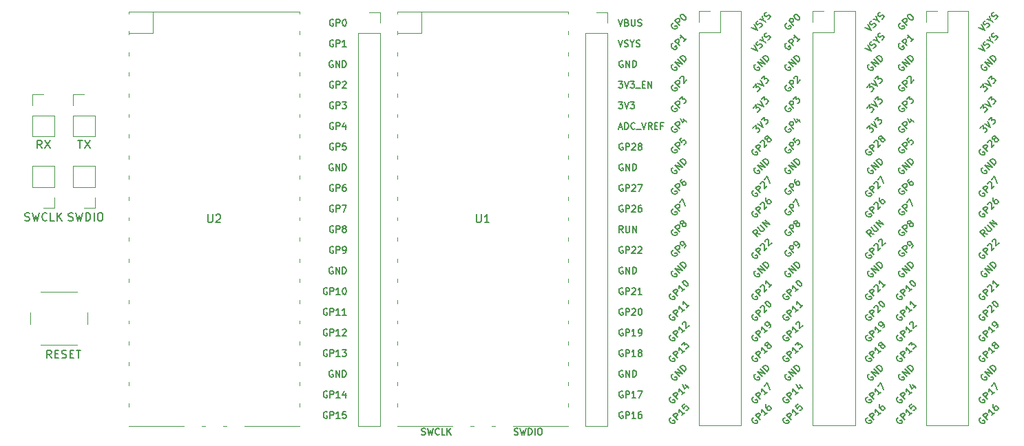
<source format=gbr>
%TF.GenerationSoftware,KiCad,Pcbnew,(6.0.8)*%
%TF.CreationDate,2022-10-02T10:43:25+09:00*%
%TF.ProjectId,KiCad,4b694361-642e-46b6-9963-61645f706362,rev?*%
%TF.SameCoordinates,Original*%
%TF.FileFunction,Legend,Top*%
%TF.FilePolarity,Positive*%
%FSLAX46Y46*%
G04 Gerber Fmt 4.6, Leading zero omitted, Abs format (unit mm)*
G04 Created by KiCad (PCBNEW (6.0.8)) date 2022-10-02 10:43:25*
%MOMM*%
%LPD*%
G01*
G04 APERTURE LIST*
%ADD10C,0.150000*%
%ADD11C,0.120000*%
G04 APERTURE END LIST*
D10*
%TO.C,U1*%
X126238095Y-81452380D02*
X126238095Y-82261904D01*
X126285714Y-82357142D01*
X126333333Y-82404761D01*
X126428571Y-82452380D01*
X126619047Y-82452380D01*
X126714285Y-82404761D01*
X126761904Y-82357142D01*
X126809523Y-82261904D01*
X126809523Y-81452380D01*
X127809523Y-82452380D02*
X127238095Y-82452380D01*
X127523809Y-82452380D02*
X127523809Y-81452380D01*
X127428571Y-81595238D01*
X127333333Y-81690476D01*
X127238095Y-81738095D01*
X130904761Y-108523809D02*
X131019047Y-108561904D01*
X131209523Y-108561904D01*
X131285714Y-108523809D01*
X131323809Y-108485714D01*
X131361904Y-108409523D01*
X131361904Y-108333333D01*
X131323809Y-108257142D01*
X131285714Y-108219047D01*
X131209523Y-108180952D01*
X131057142Y-108142857D01*
X130980952Y-108104761D01*
X130942857Y-108066666D01*
X130904761Y-107990476D01*
X130904761Y-107914285D01*
X130942857Y-107838095D01*
X130980952Y-107800000D01*
X131057142Y-107761904D01*
X131247619Y-107761904D01*
X131361904Y-107800000D01*
X131628571Y-107761904D02*
X131819047Y-108561904D01*
X131971428Y-107990476D01*
X132123809Y-108561904D01*
X132314285Y-107761904D01*
X132619047Y-108561904D02*
X132619047Y-107761904D01*
X132809523Y-107761904D01*
X132923809Y-107800000D01*
X133000000Y-107876190D01*
X133038095Y-107952380D01*
X133076190Y-108104761D01*
X133076190Y-108219047D01*
X133038095Y-108371428D01*
X133000000Y-108447619D01*
X132923809Y-108523809D01*
X132809523Y-108561904D01*
X132619047Y-108561904D01*
X133419047Y-108561904D02*
X133419047Y-107761904D01*
X133952380Y-107761904D02*
X134104761Y-107761904D01*
X134180952Y-107800000D01*
X134257142Y-107876190D01*
X134295238Y-108028571D01*
X134295238Y-108295238D01*
X134257142Y-108447619D01*
X134180952Y-108523809D01*
X134104761Y-108561904D01*
X133952380Y-108561904D01*
X133876190Y-108523809D01*
X133800000Y-108447619D01*
X133761904Y-108295238D01*
X133761904Y-108028571D01*
X133800000Y-107876190D01*
X133876190Y-107800000D01*
X133952380Y-107761904D01*
X119490476Y-108523809D02*
X119604761Y-108561904D01*
X119795238Y-108561904D01*
X119871428Y-108523809D01*
X119909523Y-108485714D01*
X119947619Y-108409523D01*
X119947619Y-108333333D01*
X119909523Y-108257142D01*
X119871428Y-108219047D01*
X119795238Y-108180952D01*
X119642857Y-108142857D01*
X119566666Y-108104761D01*
X119528571Y-108066666D01*
X119490476Y-107990476D01*
X119490476Y-107914285D01*
X119528571Y-107838095D01*
X119566666Y-107800000D01*
X119642857Y-107761904D01*
X119833333Y-107761904D01*
X119947619Y-107800000D01*
X120214285Y-107761904D02*
X120404761Y-108561904D01*
X120557142Y-107990476D01*
X120709523Y-108561904D01*
X120900000Y-107761904D01*
X121661904Y-108485714D02*
X121623809Y-108523809D01*
X121509523Y-108561904D01*
X121433333Y-108561904D01*
X121319047Y-108523809D01*
X121242857Y-108447619D01*
X121204761Y-108371428D01*
X121166666Y-108219047D01*
X121166666Y-108104761D01*
X121204761Y-107952380D01*
X121242857Y-107876190D01*
X121319047Y-107800000D01*
X121433333Y-107761904D01*
X121509523Y-107761904D01*
X121623809Y-107800000D01*
X121661904Y-107838095D01*
X122385714Y-108561904D02*
X122004761Y-108561904D01*
X122004761Y-107761904D01*
X122652380Y-108561904D02*
X122652380Y-107761904D01*
X123109523Y-108561904D02*
X122766666Y-108104761D01*
X123109523Y-107761904D02*
X122652380Y-108219047D01*
%TO.C,U2*%
X93218095Y-81452380D02*
X93218095Y-82261904D01*
X93265714Y-82357142D01*
X93313333Y-82404761D01*
X93408571Y-82452380D01*
X93599047Y-82452380D01*
X93694285Y-82404761D01*
X93741904Y-82357142D01*
X93789523Y-82261904D01*
X93789523Y-81452380D01*
X94218095Y-81547619D02*
X94265714Y-81500000D01*
X94360952Y-81452380D01*
X94599047Y-81452380D01*
X94694285Y-81500000D01*
X94741904Y-81547619D01*
X94789523Y-81642857D01*
X94789523Y-81738095D01*
X94741904Y-81880952D01*
X94170476Y-82452380D01*
X94789523Y-82452380D01*
%TO.C,JP3*%
X70738095Y-82204761D02*
X70880952Y-82252380D01*
X71119047Y-82252380D01*
X71214285Y-82204761D01*
X71261904Y-82157142D01*
X71309523Y-82061904D01*
X71309523Y-81966666D01*
X71261904Y-81871428D01*
X71214285Y-81823809D01*
X71119047Y-81776190D01*
X70928571Y-81728571D01*
X70833333Y-81680952D01*
X70785714Y-81633333D01*
X70738095Y-81538095D01*
X70738095Y-81442857D01*
X70785714Y-81347619D01*
X70833333Y-81300000D01*
X70928571Y-81252380D01*
X71166666Y-81252380D01*
X71309523Y-81300000D01*
X71642857Y-81252380D02*
X71880952Y-82252380D01*
X72071428Y-81538095D01*
X72261904Y-82252380D01*
X72500000Y-81252380D01*
X73452380Y-82157142D02*
X73404761Y-82204761D01*
X73261904Y-82252380D01*
X73166666Y-82252380D01*
X73023809Y-82204761D01*
X72928571Y-82109523D01*
X72880952Y-82014285D01*
X72833333Y-81823809D01*
X72833333Y-81680952D01*
X72880952Y-81490476D01*
X72928571Y-81395238D01*
X73023809Y-81300000D01*
X73166666Y-81252380D01*
X73261904Y-81252380D01*
X73404761Y-81300000D01*
X73452380Y-81347619D01*
X74357142Y-82252380D02*
X73880952Y-82252380D01*
X73880952Y-81252380D01*
X74690476Y-82252380D02*
X74690476Y-81252380D01*
X75261904Y-82252380D02*
X74833333Y-81680952D01*
X75261904Y-81252380D02*
X74690476Y-81823809D01*
%TO.C,J4*%
X107878214Y-95600000D02*
X107802023Y-95561904D01*
X107687738Y-95561904D01*
X107573452Y-95600000D01*
X107497261Y-95676190D01*
X107459166Y-95752380D01*
X107421071Y-95904761D01*
X107421071Y-96019047D01*
X107459166Y-96171428D01*
X107497261Y-96247619D01*
X107573452Y-96323809D01*
X107687738Y-96361904D01*
X107763928Y-96361904D01*
X107878214Y-96323809D01*
X107916309Y-96285714D01*
X107916309Y-96019047D01*
X107763928Y-96019047D01*
X108259166Y-96361904D02*
X108259166Y-95561904D01*
X108563928Y-95561904D01*
X108640119Y-95600000D01*
X108678214Y-95638095D01*
X108716309Y-95714285D01*
X108716309Y-95828571D01*
X108678214Y-95904761D01*
X108640119Y-95942857D01*
X108563928Y-95980952D01*
X108259166Y-95980952D01*
X109478214Y-96361904D02*
X109021071Y-96361904D01*
X109249642Y-96361904D02*
X109249642Y-95561904D01*
X109173452Y-95676190D01*
X109097261Y-95752380D01*
X109021071Y-95790476D01*
X109782976Y-95638095D02*
X109821071Y-95600000D01*
X109897261Y-95561904D01*
X110087738Y-95561904D01*
X110163928Y-95600000D01*
X110202023Y-95638095D01*
X110240119Y-95714285D01*
X110240119Y-95790476D01*
X110202023Y-95904761D01*
X109744880Y-96361904D01*
X110240119Y-96361904D01*
X107878214Y-90520000D02*
X107802023Y-90481904D01*
X107687738Y-90481904D01*
X107573452Y-90520000D01*
X107497261Y-90596190D01*
X107459166Y-90672380D01*
X107421071Y-90824761D01*
X107421071Y-90939047D01*
X107459166Y-91091428D01*
X107497261Y-91167619D01*
X107573452Y-91243809D01*
X107687738Y-91281904D01*
X107763928Y-91281904D01*
X107878214Y-91243809D01*
X107916309Y-91205714D01*
X107916309Y-90939047D01*
X107763928Y-90939047D01*
X108259166Y-91281904D02*
X108259166Y-90481904D01*
X108563928Y-90481904D01*
X108640119Y-90520000D01*
X108678214Y-90558095D01*
X108716309Y-90634285D01*
X108716309Y-90748571D01*
X108678214Y-90824761D01*
X108640119Y-90862857D01*
X108563928Y-90900952D01*
X108259166Y-90900952D01*
X109478214Y-91281904D02*
X109021071Y-91281904D01*
X109249642Y-91281904D02*
X109249642Y-90481904D01*
X109173452Y-90596190D01*
X109097261Y-90672380D01*
X109021071Y-90710476D01*
X109973452Y-90481904D02*
X110049642Y-90481904D01*
X110125833Y-90520000D01*
X110163928Y-90558095D01*
X110202023Y-90634285D01*
X110240119Y-90786666D01*
X110240119Y-90977142D01*
X110202023Y-91129523D01*
X110163928Y-91205714D01*
X110125833Y-91243809D01*
X110049642Y-91281904D01*
X109973452Y-91281904D01*
X109897261Y-91243809D01*
X109859166Y-91205714D01*
X109821071Y-91129523D01*
X109782976Y-90977142D01*
X109782976Y-90786666D01*
X109821071Y-90634285D01*
X109859166Y-90558095D01*
X109897261Y-90520000D01*
X109973452Y-90481904D01*
X108640119Y-67660000D02*
X108563928Y-67621904D01*
X108449642Y-67621904D01*
X108335357Y-67660000D01*
X108259166Y-67736190D01*
X108221071Y-67812380D01*
X108182976Y-67964761D01*
X108182976Y-68079047D01*
X108221071Y-68231428D01*
X108259166Y-68307619D01*
X108335357Y-68383809D01*
X108449642Y-68421904D01*
X108525833Y-68421904D01*
X108640119Y-68383809D01*
X108678214Y-68345714D01*
X108678214Y-68079047D01*
X108525833Y-68079047D01*
X109021071Y-68421904D02*
X109021071Y-67621904D01*
X109325833Y-67621904D01*
X109402023Y-67660000D01*
X109440119Y-67698095D01*
X109478214Y-67774285D01*
X109478214Y-67888571D01*
X109440119Y-67964761D01*
X109402023Y-68002857D01*
X109325833Y-68040952D01*
X109021071Y-68040952D01*
X109744880Y-67621904D02*
X110240119Y-67621904D01*
X109973452Y-67926666D01*
X110087738Y-67926666D01*
X110163928Y-67964761D01*
X110202023Y-68002857D01*
X110240119Y-68079047D01*
X110240119Y-68269523D01*
X110202023Y-68345714D01*
X110163928Y-68383809D01*
X110087738Y-68421904D01*
X109859166Y-68421904D01*
X109782976Y-68383809D01*
X109744880Y-68345714D01*
X108563928Y-87980000D02*
X108487738Y-87941904D01*
X108373452Y-87941904D01*
X108259166Y-87980000D01*
X108182976Y-88056190D01*
X108144880Y-88132380D01*
X108106785Y-88284761D01*
X108106785Y-88399047D01*
X108144880Y-88551428D01*
X108182976Y-88627619D01*
X108259166Y-88703809D01*
X108373452Y-88741904D01*
X108449642Y-88741904D01*
X108563928Y-88703809D01*
X108602023Y-88665714D01*
X108602023Y-88399047D01*
X108449642Y-88399047D01*
X108944880Y-88741904D02*
X108944880Y-87941904D01*
X109402023Y-88741904D01*
X109402023Y-87941904D01*
X109782976Y-88741904D02*
X109782976Y-87941904D01*
X109973452Y-87941904D01*
X110087738Y-87980000D01*
X110163928Y-88056190D01*
X110202023Y-88132380D01*
X110240119Y-88284761D01*
X110240119Y-88399047D01*
X110202023Y-88551428D01*
X110163928Y-88627619D01*
X110087738Y-88703809D01*
X109973452Y-88741904D01*
X109782976Y-88741904D01*
X108563928Y-100680000D02*
X108487738Y-100641904D01*
X108373452Y-100641904D01*
X108259166Y-100680000D01*
X108182976Y-100756190D01*
X108144880Y-100832380D01*
X108106785Y-100984761D01*
X108106785Y-101099047D01*
X108144880Y-101251428D01*
X108182976Y-101327619D01*
X108259166Y-101403809D01*
X108373452Y-101441904D01*
X108449642Y-101441904D01*
X108563928Y-101403809D01*
X108602023Y-101365714D01*
X108602023Y-101099047D01*
X108449642Y-101099047D01*
X108944880Y-101441904D02*
X108944880Y-100641904D01*
X109402023Y-101441904D01*
X109402023Y-100641904D01*
X109782976Y-101441904D02*
X109782976Y-100641904D01*
X109973452Y-100641904D01*
X110087738Y-100680000D01*
X110163928Y-100756190D01*
X110202023Y-100832380D01*
X110240119Y-100984761D01*
X110240119Y-101099047D01*
X110202023Y-101251428D01*
X110163928Y-101327619D01*
X110087738Y-101403809D01*
X109973452Y-101441904D01*
X109782976Y-101441904D01*
X108563928Y-62592000D02*
X108487738Y-62553904D01*
X108373452Y-62553904D01*
X108259166Y-62592000D01*
X108182976Y-62668190D01*
X108144880Y-62744380D01*
X108106785Y-62896761D01*
X108106785Y-63011047D01*
X108144880Y-63163428D01*
X108182976Y-63239619D01*
X108259166Y-63315809D01*
X108373452Y-63353904D01*
X108449642Y-63353904D01*
X108563928Y-63315809D01*
X108602023Y-63277714D01*
X108602023Y-63011047D01*
X108449642Y-63011047D01*
X108944880Y-63353904D02*
X108944880Y-62553904D01*
X109402023Y-63353904D01*
X109402023Y-62553904D01*
X109782976Y-63353904D02*
X109782976Y-62553904D01*
X109973452Y-62553904D01*
X110087738Y-62592000D01*
X110163928Y-62668190D01*
X110202023Y-62744380D01*
X110240119Y-62896761D01*
X110240119Y-63011047D01*
X110202023Y-63163428D01*
X110163928Y-63239619D01*
X110087738Y-63315809D01*
X109973452Y-63353904D01*
X109782976Y-63353904D01*
X108640119Y-82900000D02*
X108563928Y-82861904D01*
X108449642Y-82861904D01*
X108335357Y-82900000D01*
X108259166Y-82976190D01*
X108221071Y-83052380D01*
X108182976Y-83204761D01*
X108182976Y-83319047D01*
X108221071Y-83471428D01*
X108259166Y-83547619D01*
X108335357Y-83623809D01*
X108449642Y-83661904D01*
X108525833Y-83661904D01*
X108640119Y-83623809D01*
X108678214Y-83585714D01*
X108678214Y-83319047D01*
X108525833Y-83319047D01*
X109021071Y-83661904D02*
X109021071Y-82861904D01*
X109325833Y-82861904D01*
X109402023Y-82900000D01*
X109440119Y-82938095D01*
X109478214Y-83014285D01*
X109478214Y-83128571D01*
X109440119Y-83204761D01*
X109402023Y-83242857D01*
X109325833Y-83280952D01*
X109021071Y-83280952D01*
X109935357Y-83204761D02*
X109859166Y-83166666D01*
X109821071Y-83128571D01*
X109782976Y-83052380D01*
X109782976Y-83014285D01*
X109821071Y-82938095D01*
X109859166Y-82900000D01*
X109935357Y-82861904D01*
X110087738Y-82861904D01*
X110163928Y-82900000D01*
X110202023Y-82938095D01*
X110240119Y-83014285D01*
X110240119Y-83052380D01*
X110202023Y-83128571D01*
X110163928Y-83166666D01*
X110087738Y-83204761D01*
X109935357Y-83204761D01*
X109859166Y-83242857D01*
X109821071Y-83280952D01*
X109782976Y-83357142D01*
X109782976Y-83509523D01*
X109821071Y-83585714D01*
X109859166Y-83623809D01*
X109935357Y-83661904D01*
X110087738Y-83661904D01*
X110163928Y-83623809D01*
X110202023Y-83585714D01*
X110240119Y-83509523D01*
X110240119Y-83357142D01*
X110202023Y-83280952D01*
X110163928Y-83242857D01*
X110087738Y-83204761D01*
X108640119Y-57500000D02*
X108563928Y-57461904D01*
X108449642Y-57461904D01*
X108335357Y-57500000D01*
X108259166Y-57576190D01*
X108221071Y-57652380D01*
X108182976Y-57804761D01*
X108182976Y-57919047D01*
X108221071Y-58071428D01*
X108259166Y-58147619D01*
X108335357Y-58223809D01*
X108449642Y-58261904D01*
X108525833Y-58261904D01*
X108640119Y-58223809D01*
X108678214Y-58185714D01*
X108678214Y-57919047D01*
X108525833Y-57919047D01*
X109021071Y-58261904D02*
X109021071Y-57461904D01*
X109325833Y-57461904D01*
X109402023Y-57500000D01*
X109440119Y-57538095D01*
X109478214Y-57614285D01*
X109478214Y-57728571D01*
X109440119Y-57804761D01*
X109402023Y-57842857D01*
X109325833Y-57880952D01*
X109021071Y-57880952D01*
X109973452Y-57461904D02*
X110049642Y-57461904D01*
X110125833Y-57500000D01*
X110163928Y-57538095D01*
X110202023Y-57614285D01*
X110240119Y-57766666D01*
X110240119Y-57957142D01*
X110202023Y-58109523D01*
X110163928Y-58185714D01*
X110125833Y-58223809D01*
X110049642Y-58261904D01*
X109973452Y-58261904D01*
X109897261Y-58223809D01*
X109859166Y-58185714D01*
X109821071Y-58109523D01*
X109782976Y-57957142D01*
X109782976Y-57766666D01*
X109821071Y-57614285D01*
X109859166Y-57538095D01*
X109897261Y-57500000D01*
X109973452Y-57461904D01*
X108640119Y-70200000D02*
X108563928Y-70161904D01*
X108449642Y-70161904D01*
X108335357Y-70200000D01*
X108259166Y-70276190D01*
X108221071Y-70352380D01*
X108182976Y-70504761D01*
X108182976Y-70619047D01*
X108221071Y-70771428D01*
X108259166Y-70847619D01*
X108335357Y-70923809D01*
X108449642Y-70961904D01*
X108525833Y-70961904D01*
X108640119Y-70923809D01*
X108678214Y-70885714D01*
X108678214Y-70619047D01*
X108525833Y-70619047D01*
X109021071Y-70961904D02*
X109021071Y-70161904D01*
X109325833Y-70161904D01*
X109402023Y-70200000D01*
X109440119Y-70238095D01*
X109478214Y-70314285D01*
X109478214Y-70428571D01*
X109440119Y-70504761D01*
X109402023Y-70542857D01*
X109325833Y-70580952D01*
X109021071Y-70580952D01*
X110163928Y-70428571D02*
X110163928Y-70961904D01*
X109973452Y-70123809D02*
X109782976Y-70695238D01*
X110278214Y-70695238D01*
X108640119Y-72740000D02*
X108563928Y-72701904D01*
X108449642Y-72701904D01*
X108335357Y-72740000D01*
X108259166Y-72816190D01*
X108221071Y-72892380D01*
X108182976Y-73044761D01*
X108182976Y-73159047D01*
X108221071Y-73311428D01*
X108259166Y-73387619D01*
X108335357Y-73463809D01*
X108449642Y-73501904D01*
X108525833Y-73501904D01*
X108640119Y-73463809D01*
X108678214Y-73425714D01*
X108678214Y-73159047D01*
X108525833Y-73159047D01*
X109021071Y-73501904D02*
X109021071Y-72701904D01*
X109325833Y-72701904D01*
X109402023Y-72740000D01*
X109440119Y-72778095D01*
X109478214Y-72854285D01*
X109478214Y-72968571D01*
X109440119Y-73044761D01*
X109402023Y-73082857D01*
X109325833Y-73120952D01*
X109021071Y-73120952D01*
X110202023Y-72701904D02*
X109821071Y-72701904D01*
X109782976Y-73082857D01*
X109821071Y-73044761D01*
X109897261Y-73006666D01*
X110087738Y-73006666D01*
X110163928Y-73044761D01*
X110202023Y-73082857D01*
X110240119Y-73159047D01*
X110240119Y-73349523D01*
X110202023Y-73425714D01*
X110163928Y-73463809D01*
X110087738Y-73501904D01*
X109897261Y-73501904D01*
X109821071Y-73463809D01*
X109782976Y-73425714D01*
X108640119Y-77820000D02*
X108563928Y-77781904D01*
X108449642Y-77781904D01*
X108335357Y-77820000D01*
X108259166Y-77896190D01*
X108221071Y-77972380D01*
X108182976Y-78124761D01*
X108182976Y-78239047D01*
X108221071Y-78391428D01*
X108259166Y-78467619D01*
X108335357Y-78543809D01*
X108449642Y-78581904D01*
X108525833Y-78581904D01*
X108640119Y-78543809D01*
X108678214Y-78505714D01*
X108678214Y-78239047D01*
X108525833Y-78239047D01*
X109021071Y-78581904D02*
X109021071Y-77781904D01*
X109325833Y-77781904D01*
X109402023Y-77820000D01*
X109440119Y-77858095D01*
X109478214Y-77934285D01*
X109478214Y-78048571D01*
X109440119Y-78124761D01*
X109402023Y-78162857D01*
X109325833Y-78200952D01*
X109021071Y-78200952D01*
X110163928Y-77781904D02*
X110011547Y-77781904D01*
X109935357Y-77820000D01*
X109897261Y-77858095D01*
X109821071Y-77972380D01*
X109782976Y-78124761D01*
X109782976Y-78429523D01*
X109821071Y-78505714D01*
X109859166Y-78543809D01*
X109935357Y-78581904D01*
X110087738Y-78581904D01*
X110163928Y-78543809D01*
X110202023Y-78505714D01*
X110240119Y-78429523D01*
X110240119Y-78239047D01*
X110202023Y-78162857D01*
X110163928Y-78124761D01*
X110087738Y-78086666D01*
X109935357Y-78086666D01*
X109859166Y-78124761D01*
X109821071Y-78162857D01*
X109782976Y-78239047D01*
X108640119Y-65120000D02*
X108563928Y-65081904D01*
X108449642Y-65081904D01*
X108335357Y-65120000D01*
X108259166Y-65196190D01*
X108221071Y-65272380D01*
X108182976Y-65424761D01*
X108182976Y-65539047D01*
X108221071Y-65691428D01*
X108259166Y-65767619D01*
X108335357Y-65843809D01*
X108449642Y-65881904D01*
X108525833Y-65881904D01*
X108640119Y-65843809D01*
X108678214Y-65805714D01*
X108678214Y-65539047D01*
X108525833Y-65539047D01*
X109021071Y-65881904D02*
X109021071Y-65081904D01*
X109325833Y-65081904D01*
X109402023Y-65120000D01*
X109440119Y-65158095D01*
X109478214Y-65234285D01*
X109478214Y-65348571D01*
X109440119Y-65424761D01*
X109402023Y-65462857D01*
X109325833Y-65500952D01*
X109021071Y-65500952D01*
X109782976Y-65158095D02*
X109821071Y-65120000D01*
X109897261Y-65081904D01*
X110087738Y-65081904D01*
X110163928Y-65120000D01*
X110202023Y-65158095D01*
X110240119Y-65234285D01*
X110240119Y-65310476D01*
X110202023Y-65424761D01*
X109744880Y-65881904D01*
X110240119Y-65881904D01*
X107878214Y-98140000D02*
X107802023Y-98101904D01*
X107687738Y-98101904D01*
X107573452Y-98140000D01*
X107497261Y-98216190D01*
X107459166Y-98292380D01*
X107421071Y-98444761D01*
X107421071Y-98559047D01*
X107459166Y-98711428D01*
X107497261Y-98787619D01*
X107573452Y-98863809D01*
X107687738Y-98901904D01*
X107763928Y-98901904D01*
X107878214Y-98863809D01*
X107916309Y-98825714D01*
X107916309Y-98559047D01*
X107763928Y-98559047D01*
X108259166Y-98901904D02*
X108259166Y-98101904D01*
X108563928Y-98101904D01*
X108640119Y-98140000D01*
X108678214Y-98178095D01*
X108716309Y-98254285D01*
X108716309Y-98368571D01*
X108678214Y-98444761D01*
X108640119Y-98482857D01*
X108563928Y-98520952D01*
X108259166Y-98520952D01*
X109478214Y-98901904D02*
X109021071Y-98901904D01*
X109249642Y-98901904D02*
X109249642Y-98101904D01*
X109173452Y-98216190D01*
X109097261Y-98292380D01*
X109021071Y-98330476D01*
X109744880Y-98101904D02*
X110240119Y-98101904D01*
X109973452Y-98406666D01*
X110087738Y-98406666D01*
X110163928Y-98444761D01*
X110202023Y-98482857D01*
X110240119Y-98559047D01*
X110240119Y-98749523D01*
X110202023Y-98825714D01*
X110163928Y-98863809D01*
X110087738Y-98901904D01*
X109859166Y-98901904D01*
X109782976Y-98863809D01*
X109744880Y-98825714D01*
X107878214Y-93060000D02*
X107802023Y-93021904D01*
X107687738Y-93021904D01*
X107573452Y-93060000D01*
X107497261Y-93136190D01*
X107459166Y-93212380D01*
X107421071Y-93364761D01*
X107421071Y-93479047D01*
X107459166Y-93631428D01*
X107497261Y-93707619D01*
X107573452Y-93783809D01*
X107687738Y-93821904D01*
X107763928Y-93821904D01*
X107878214Y-93783809D01*
X107916309Y-93745714D01*
X107916309Y-93479047D01*
X107763928Y-93479047D01*
X108259166Y-93821904D02*
X108259166Y-93021904D01*
X108563928Y-93021904D01*
X108640119Y-93060000D01*
X108678214Y-93098095D01*
X108716309Y-93174285D01*
X108716309Y-93288571D01*
X108678214Y-93364761D01*
X108640119Y-93402857D01*
X108563928Y-93440952D01*
X108259166Y-93440952D01*
X109478214Y-93821904D02*
X109021071Y-93821904D01*
X109249642Y-93821904D02*
X109249642Y-93021904D01*
X109173452Y-93136190D01*
X109097261Y-93212380D01*
X109021071Y-93250476D01*
X110240119Y-93821904D02*
X109782976Y-93821904D01*
X110011547Y-93821904D02*
X110011547Y-93021904D01*
X109935357Y-93136190D01*
X109859166Y-93212380D01*
X109782976Y-93250476D01*
X108563928Y-75280000D02*
X108487738Y-75241904D01*
X108373452Y-75241904D01*
X108259166Y-75280000D01*
X108182976Y-75356190D01*
X108144880Y-75432380D01*
X108106785Y-75584761D01*
X108106785Y-75699047D01*
X108144880Y-75851428D01*
X108182976Y-75927619D01*
X108259166Y-76003809D01*
X108373452Y-76041904D01*
X108449642Y-76041904D01*
X108563928Y-76003809D01*
X108602023Y-75965714D01*
X108602023Y-75699047D01*
X108449642Y-75699047D01*
X108944880Y-76041904D02*
X108944880Y-75241904D01*
X109402023Y-76041904D01*
X109402023Y-75241904D01*
X109782976Y-76041904D02*
X109782976Y-75241904D01*
X109973452Y-75241904D01*
X110087738Y-75280000D01*
X110163928Y-75356190D01*
X110202023Y-75432380D01*
X110240119Y-75584761D01*
X110240119Y-75699047D01*
X110202023Y-75851428D01*
X110163928Y-75927619D01*
X110087738Y-76003809D01*
X109973452Y-76041904D01*
X109782976Y-76041904D01*
X108640119Y-60040000D02*
X108563928Y-60001904D01*
X108449642Y-60001904D01*
X108335357Y-60040000D01*
X108259166Y-60116190D01*
X108221071Y-60192380D01*
X108182976Y-60344761D01*
X108182976Y-60459047D01*
X108221071Y-60611428D01*
X108259166Y-60687619D01*
X108335357Y-60763809D01*
X108449642Y-60801904D01*
X108525833Y-60801904D01*
X108640119Y-60763809D01*
X108678214Y-60725714D01*
X108678214Y-60459047D01*
X108525833Y-60459047D01*
X109021071Y-60801904D02*
X109021071Y-60001904D01*
X109325833Y-60001904D01*
X109402023Y-60040000D01*
X109440119Y-60078095D01*
X109478214Y-60154285D01*
X109478214Y-60268571D01*
X109440119Y-60344761D01*
X109402023Y-60382857D01*
X109325833Y-60420952D01*
X109021071Y-60420952D01*
X110240119Y-60801904D02*
X109782976Y-60801904D01*
X110011547Y-60801904D02*
X110011547Y-60001904D01*
X109935357Y-60116190D01*
X109859166Y-60192380D01*
X109782976Y-60230476D01*
X108640119Y-85440000D02*
X108563928Y-85401904D01*
X108449642Y-85401904D01*
X108335357Y-85440000D01*
X108259166Y-85516190D01*
X108221071Y-85592380D01*
X108182976Y-85744761D01*
X108182976Y-85859047D01*
X108221071Y-86011428D01*
X108259166Y-86087619D01*
X108335357Y-86163809D01*
X108449642Y-86201904D01*
X108525833Y-86201904D01*
X108640119Y-86163809D01*
X108678214Y-86125714D01*
X108678214Y-85859047D01*
X108525833Y-85859047D01*
X109021071Y-86201904D02*
X109021071Y-85401904D01*
X109325833Y-85401904D01*
X109402023Y-85440000D01*
X109440119Y-85478095D01*
X109478214Y-85554285D01*
X109478214Y-85668571D01*
X109440119Y-85744761D01*
X109402023Y-85782857D01*
X109325833Y-85820952D01*
X109021071Y-85820952D01*
X109859166Y-86201904D02*
X110011547Y-86201904D01*
X110087738Y-86163809D01*
X110125833Y-86125714D01*
X110202023Y-86011428D01*
X110240119Y-85859047D01*
X110240119Y-85554285D01*
X110202023Y-85478095D01*
X110163928Y-85440000D01*
X110087738Y-85401904D01*
X109935357Y-85401904D01*
X109859166Y-85440000D01*
X109821071Y-85478095D01*
X109782976Y-85554285D01*
X109782976Y-85744761D01*
X109821071Y-85820952D01*
X109859166Y-85859047D01*
X109935357Y-85897142D01*
X110087738Y-85897142D01*
X110163928Y-85859047D01*
X110202023Y-85820952D01*
X110240119Y-85744761D01*
X107878214Y-103220000D02*
X107802023Y-103181904D01*
X107687738Y-103181904D01*
X107573452Y-103220000D01*
X107497261Y-103296190D01*
X107459166Y-103372380D01*
X107421071Y-103524761D01*
X107421071Y-103639047D01*
X107459166Y-103791428D01*
X107497261Y-103867619D01*
X107573452Y-103943809D01*
X107687738Y-103981904D01*
X107763928Y-103981904D01*
X107878214Y-103943809D01*
X107916309Y-103905714D01*
X107916309Y-103639047D01*
X107763928Y-103639047D01*
X108259166Y-103981904D02*
X108259166Y-103181904D01*
X108563928Y-103181904D01*
X108640119Y-103220000D01*
X108678214Y-103258095D01*
X108716309Y-103334285D01*
X108716309Y-103448571D01*
X108678214Y-103524761D01*
X108640119Y-103562857D01*
X108563928Y-103600952D01*
X108259166Y-103600952D01*
X109478214Y-103981904D02*
X109021071Y-103981904D01*
X109249642Y-103981904D02*
X109249642Y-103181904D01*
X109173452Y-103296190D01*
X109097261Y-103372380D01*
X109021071Y-103410476D01*
X110163928Y-103448571D02*
X110163928Y-103981904D01*
X109973452Y-103143809D02*
X109782976Y-103715238D01*
X110278214Y-103715238D01*
X107878214Y-105760000D02*
X107802023Y-105721904D01*
X107687738Y-105721904D01*
X107573452Y-105760000D01*
X107497261Y-105836190D01*
X107459166Y-105912380D01*
X107421071Y-106064761D01*
X107421071Y-106179047D01*
X107459166Y-106331428D01*
X107497261Y-106407619D01*
X107573452Y-106483809D01*
X107687738Y-106521904D01*
X107763928Y-106521904D01*
X107878214Y-106483809D01*
X107916309Y-106445714D01*
X107916309Y-106179047D01*
X107763928Y-106179047D01*
X108259166Y-106521904D02*
X108259166Y-105721904D01*
X108563928Y-105721904D01*
X108640119Y-105760000D01*
X108678214Y-105798095D01*
X108716309Y-105874285D01*
X108716309Y-105988571D01*
X108678214Y-106064761D01*
X108640119Y-106102857D01*
X108563928Y-106140952D01*
X108259166Y-106140952D01*
X109478214Y-106521904D02*
X109021071Y-106521904D01*
X109249642Y-106521904D02*
X109249642Y-105721904D01*
X109173452Y-105836190D01*
X109097261Y-105912380D01*
X109021071Y-105950476D01*
X110202023Y-105721904D02*
X109821071Y-105721904D01*
X109782976Y-106102857D01*
X109821071Y-106064761D01*
X109897261Y-106026666D01*
X110087738Y-106026666D01*
X110163928Y-106064761D01*
X110202023Y-106102857D01*
X110240119Y-106179047D01*
X110240119Y-106369523D01*
X110202023Y-106445714D01*
X110163928Y-106483809D01*
X110087738Y-106521904D01*
X109897261Y-106521904D01*
X109821071Y-106483809D01*
X109782976Y-106445714D01*
X108640119Y-80360000D02*
X108563928Y-80321904D01*
X108449642Y-80321904D01*
X108335357Y-80360000D01*
X108259166Y-80436190D01*
X108221071Y-80512380D01*
X108182976Y-80664761D01*
X108182976Y-80779047D01*
X108221071Y-80931428D01*
X108259166Y-81007619D01*
X108335357Y-81083809D01*
X108449642Y-81121904D01*
X108525833Y-81121904D01*
X108640119Y-81083809D01*
X108678214Y-81045714D01*
X108678214Y-80779047D01*
X108525833Y-80779047D01*
X109021071Y-81121904D02*
X109021071Y-80321904D01*
X109325833Y-80321904D01*
X109402023Y-80360000D01*
X109440119Y-80398095D01*
X109478214Y-80474285D01*
X109478214Y-80588571D01*
X109440119Y-80664761D01*
X109402023Y-80702857D01*
X109325833Y-80740952D01*
X109021071Y-80740952D01*
X109744880Y-80321904D02*
X110278214Y-80321904D01*
X109935357Y-81121904D01*
%TO.C,JP1*%
X77238095Y-72322380D02*
X77809523Y-72322380D01*
X77523809Y-73322380D02*
X77523809Y-72322380D01*
X78047619Y-72322380D02*
X78714285Y-73322380D01*
X78714285Y-72322380D02*
X78047619Y-73322380D01*
%TO.C,J1*%
X187945473Y-58444966D02*
X188699720Y-58822089D01*
X188322597Y-58067842D01*
X189022969Y-58444966D02*
X189130719Y-58391091D01*
X189265406Y-58256404D01*
X189292343Y-58175592D01*
X189292343Y-58121717D01*
X189265406Y-58040905D01*
X189211531Y-57987030D01*
X189130719Y-57960093D01*
X189076844Y-57960093D01*
X188996032Y-57987030D01*
X188861345Y-58067842D01*
X188780532Y-58094780D01*
X188726658Y-58094780D01*
X188645845Y-58067842D01*
X188591971Y-58013967D01*
X188565033Y-57933155D01*
X188565033Y-57879280D01*
X188591971Y-57798468D01*
X188726658Y-57663781D01*
X188834407Y-57609906D01*
X189453967Y-57529094D02*
X189723341Y-57798468D01*
X188969094Y-57421345D02*
X189453967Y-57529094D01*
X189346218Y-57044221D01*
X190046590Y-57421345D02*
X190154340Y-57367470D01*
X190289027Y-57232783D01*
X190315964Y-57151971D01*
X190315964Y-57098096D01*
X190289027Y-57017284D01*
X190235152Y-56963409D01*
X190154340Y-56936471D01*
X190100465Y-56936471D01*
X190019653Y-56963409D01*
X189884966Y-57044221D01*
X189804154Y-57071158D01*
X189750279Y-57071158D01*
X189669467Y-57044221D01*
X189615592Y-56990346D01*
X189588654Y-56909534D01*
X189588654Y-56855659D01*
X189615592Y-56774847D01*
X189750279Y-56640160D01*
X189858028Y-56586285D01*
X178108722Y-103895592D02*
X178027910Y-103922529D01*
X177947097Y-104003341D01*
X177893223Y-104111091D01*
X177893223Y-104218841D01*
X177920160Y-104299653D01*
X178000972Y-104434340D01*
X178081784Y-104515152D01*
X178216471Y-104595964D01*
X178297284Y-104622902D01*
X178405033Y-104622902D01*
X178512783Y-104569027D01*
X178566658Y-104515152D01*
X178620532Y-104407402D01*
X178620532Y-104353528D01*
X178431971Y-104164966D01*
X178324221Y-104272715D01*
X178916844Y-104164966D02*
X178351158Y-103599280D01*
X178566658Y-103383781D01*
X178647470Y-103356844D01*
X178701345Y-103356844D01*
X178782157Y-103383781D01*
X178862969Y-103464593D01*
X178889906Y-103545406D01*
X178889906Y-103599280D01*
X178862969Y-103680093D01*
X178647470Y-103895592D01*
X179778841Y-103302969D02*
X179455592Y-103626218D01*
X179617216Y-103464593D02*
X179051531Y-102898908D01*
X179078468Y-103033595D01*
X179078468Y-103141345D01*
X179051531Y-103222157D01*
X179886590Y-102440972D02*
X180263714Y-102818096D01*
X179536404Y-102360160D02*
X179805778Y-102898908D01*
X180155964Y-102548722D01*
X188268722Y-103895592D02*
X188187910Y-103922529D01*
X188107097Y-104003341D01*
X188053223Y-104111091D01*
X188053223Y-104218841D01*
X188080160Y-104299653D01*
X188160972Y-104434340D01*
X188241784Y-104515152D01*
X188376471Y-104595964D01*
X188457284Y-104622902D01*
X188565033Y-104622902D01*
X188672783Y-104569027D01*
X188726658Y-104515152D01*
X188780532Y-104407402D01*
X188780532Y-104353528D01*
X188591971Y-104164966D01*
X188484221Y-104272715D01*
X189076844Y-104164966D02*
X188511158Y-103599280D01*
X188726658Y-103383781D01*
X188807470Y-103356844D01*
X188861345Y-103356844D01*
X188942157Y-103383781D01*
X189022969Y-103464593D01*
X189049906Y-103545406D01*
X189049906Y-103599280D01*
X189022969Y-103680093D01*
X188807470Y-103895592D01*
X189938841Y-103302969D02*
X189615592Y-103626218D01*
X189777216Y-103464593D02*
X189211531Y-102898908D01*
X189238468Y-103033595D01*
X189238468Y-103141345D01*
X189211531Y-103222157D01*
X189561717Y-102548722D02*
X189938841Y-102171598D01*
X190262089Y-102979720D01*
X188214847Y-68335592D02*
X188565033Y-67985406D01*
X188591971Y-68389467D01*
X188672783Y-68308654D01*
X188753595Y-68281717D01*
X188807470Y-68281717D01*
X188888282Y-68308654D01*
X189022969Y-68443341D01*
X189049906Y-68524154D01*
X189049906Y-68578028D01*
X189022969Y-68658841D01*
X188861345Y-68820465D01*
X188780532Y-68847402D01*
X188726658Y-68847402D01*
X188726658Y-67823781D02*
X189480905Y-68200905D01*
X189103781Y-67446658D01*
X189238468Y-67311971D02*
X189588654Y-66961784D01*
X189615592Y-67365845D01*
X189696404Y-67285033D01*
X189777216Y-67258096D01*
X189831091Y-67258096D01*
X189911903Y-67285033D01*
X190046590Y-67419720D01*
X190073528Y-67500532D01*
X190073528Y-67554407D01*
X190046590Y-67635219D01*
X189884966Y-67796844D01*
X189804154Y-67823781D01*
X189750279Y-67823781D01*
X187945473Y-60984966D02*
X188699720Y-61362089D01*
X188322597Y-60607842D01*
X189022969Y-60984966D02*
X189130719Y-60931091D01*
X189265406Y-60796404D01*
X189292343Y-60715592D01*
X189292343Y-60661717D01*
X189265406Y-60580905D01*
X189211531Y-60527030D01*
X189130719Y-60500093D01*
X189076844Y-60500093D01*
X188996032Y-60527030D01*
X188861345Y-60607842D01*
X188780532Y-60634780D01*
X188726658Y-60634780D01*
X188645845Y-60607842D01*
X188591971Y-60553967D01*
X188565033Y-60473155D01*
X188565033Y-60419280D01*
X188591971Y-60338468D01*
X188726658Y-60203781D01*
X188834407Y-60149906D01*
X189453967Y-60069094D02*
X189723341Y-60338468D01*
X188969094Y-59961345D02*
X189453967Y-60069094D01*
X189346218Y-59584221D01*
X190046590Y-59961345D02*
X190154340Y-59907470D01*
X190289027Y-59772783D01*
X190315964Y-59691971D01*
X190315964Y-59638096D01*
X190289027Y-59557284D01*
X190235152Y-59503409D01*
X190154340Y-59476471D01*
X190100465Y-59476471D01*
X190019653Y-59503409D01*
X189884966Y-59584221D01*
X189804154Y-59611158D01*
X189750279Y-59611158D01*
X189669467Y-59584221D01*
X189615592Y-59530346D01*
X189588654Y-59449534D01*
X189588654Y-59395659D01*
X189615592Y-59314847D01*
X189750279Y-59180160D01*
X189858028Y-59126285D01*
X178378096Y-65526218D02*
X178297284Y-65553155D01*
X178216471Y-65633967D01*
X178162597Y-65741717D01*
X178162597Y-65849467D01*
X178189534Y-65930279D01*
X178270346Y-66064966D01*
X178351158Y-66145778D01*
X178485845Y-66226590D01*
X178566658Y-66253528D01*
X178674407Y-66253528D01*
X178782157Y-66199653D01*
X178836032Y-66145778D01*
X178889906Y-66038028D01*
X178889906Y-65984154D01*
X178701345Y-65795592D01*
X178593595Y-65903341D01*
X179186218Y-65795592D02*
X178620532Y-65229906D01*
X178836032Y-65014407D01*
X178916844Y-64987470D01*
X178970719Y-64987470D01*
X179051531Y-65014407D01*
X179132343Y-65095219D01*
X179159280Y-65176032D01*
X179159280Y-65229906D01*
X179132343Y-65310719D01*
X178916844Y-65526218D01*
X179213155Y-64745033D02*
X179213155Y-64691158D01*
X179240093Y-64610346D01*
X179374780Y-64475659D01*
X179455592Y-64448722D01*
X179509467Y-64448722D01*
X179590279Y-64475659D01*
X179644154Y-64529534D01*
X179698028Y-64637284D01*
X179698028Y-65283781D01*
X180048215Y-64933595D01*
X178108722Y-106435592D02*
X178027910Y-106462529D01*
X177947097Y-106543341D01*
X177893223Y-106651091D01*
X177893223Y-106758841D01*
X177920160Y-106839653D01*
X178000972Y-106974340D01*
X178081784Y-107055152D01*
X178216471Y-107135964D01*
X178297284Y-107162902D01*
X178405033Y-107162902D01*
X178512783Y-107109027D01*
X178566658Y-107055152D01*
X178620532Y-106947402D01*
X178620532Y-106893528D01*
X178431971Y-106704966D01*
X178324221Y-106812715D01*
X178916844Y-106704966D02*
X178351158Y-106139280D01*
X178566658Y-105923781D01*
X178647470Y-105896844D01*
X178701345Y-105896844D01*
X178782157Y-105923781D01*
X178862969Y-106004593D01*
X178889906Y-106085406D01*
X178889906Y-106139280D01*
X178862969Y-106220093D01*
X178647470Y-106435592D01*
X179778841Y-105842969D02*
X179455592Y-106166218D01*
X179617216Y-106004593D02*
X179051531Y-105438908D01*
X179078468Y-105573595D01*
X179078468Y-105681345D01*
X179051531Y-105762157D01*
X179724966Y-104765473D02*
X179455592Y-105034847D01*
X179698028Y-105331158D01*
X179698028Y-105277284D01*
X179724966Y-105196471D01*
X179859653Y-105061784D01*
X179940465Y-105034847D01*
X179994340Y-105034847D01*
X180075152Y-105061784D01*
X180209839Y-105196471D01*
X180236776Y-105277284D01*
X180236776Y-105331158D01*
X180209839Y-105411971D01*
X180075152Y-105546658D01*
X179994340Y-105573595D01*
X179940465Y-105573595D01*
X178378096Y-85846218D02*
X178297284Y-85873155D01*
X178216471Y-85953967D01*
X178162597Y-86061717D01*
X178162597Y-86169467D01*
X178189534Y-86250279D01*
X178270346Y-86384966D01*
X178351158Y-86465778D01*
X178485845Y-86546590D01*
X178566658Y-86573528D01*
X178674407Y-86573528D01*
X178782157Y-86519653D01*
X178836032Y-86465778D01*
X178889906Y-86358028D01*
X178889906Y-86304154D01*
X178701345Y-86115592D01*
X178593595Y-86223341D01*
X179186218Y-86115592D02*
X178620532Y-85549906D01*
X178836032Y-85334407D01*
X178916844Y-85307470D01*
X178970719Y-85307470D01*
X179051531Y-85334407D01*
X179132343Y-85415219D01*
X179159280Y-85496032D01*
X179159280Y-85549906D01*
X179132343Y-85630719D01*
X178916844Y-85846218D01*
X179778841Y-85522969D02*
X179886590Y-85415219D01*
X179913528Y-85334407D01*
X179913528Y-85280532D01*
X179886590Y-85145845D01*
X179805778Y-85011158D01*
X179590279Y-84795659D01*
X179509467Y-84768722D01*
X179455592Y-84768722D01*
X179374780Y-84795659D01*
X179267030Y-84903409D01*
X179240093Y-84984221D01*
X179240093Y-85038096D01*
X179267030Y-85118908D01*
X179401717Y-85253595D01*
X179482529Y-85280532D01*
X179536404Y-85280532D01*
X179617216Y-85253595D01*
X179724966Y-85145845D01*
X179751903Y-85065033D01*
X179751903Y-85011158D01*
X179724966Y-84930346D01*
X178351158Y-101113155D02*
X178270346Y-101140093D01*
X178189534Y-101220905D01*
X178135659Y-101328654D01*
X178135659Y-101436404D01*
X178162597Y-101517216D01*
X178243409Y-101651903D01*
X178324221Y-101732715D01*
X178458908Y-101813528D01*
X178539720Y-101840465D01*
X178647470Y-101840465D01*
X178755219Y-101786590D01*
X178809094Y-101732715D01*
X178862969Y-101624966D01*
X178862969Y-101571091D01*
X178674407Y-101382529D01*
X178566658Y-101490279D01*
X179159280Y-101382529D02*
X178593595Y-100816844D01*
X179482529Y-101059280D01*
X178916844Y-100493595D01*
X179751903Y-100789906D02*
X179186218Y-100224221D01*
X179320905Y-100089534D01*
X179428654Y-100035659D01*
X179536404Y-100035659D01*
X179617216Y-100062597D01*
X179751903Y-100143409D01*
X179832715Y-100224221D01*
X179913528Y-100358908D01*
X179940465Y-100439720D01*
X179940465Y-100547470D01*
X179886590Y-100655219D01*
X179751903Y-100789906D01*
X188186141Y-70848765D02*
X188536327Y-70498579D01*
X188563265Y-70902640D01*
X188644077Y-70821827D01*
X188724889Y-70794890D01*
X188778764Y-70794890D01*
X188859576Y-70821827D01*
X188994263Y-70956514D01*
X189021200Y-71037327D01*
X189021200Y-71091201D01*
X188994263Y-71172014D01*
X188832639Y-71333638D01*
X188751826Y-71360575D01*
X188697952Y-71360575D01*
X188697952Y-70336954D02*
X189452199Y-70714078D01*
X189075075Y-69959831D01*
X189209762Y-69825144D02*
X189559948Y-69474957D01*
X189586886Y-69879018D01*
X189667698Y-69798206D01*
X189748510Y-69771269D01*
X189802385Y-69771269D01*
X189883197Y-69798206D01*
X190017884Y-69932893D01*
X190044822Y-70013705D01*
X190044822Y-70067580D01*
X190017884Y-70148392D01*
X189856260Y-70310017D01*
X189775448Y-70336954D01*
X189721573Y-70336954D01*
X178378096Y-83306218D02*
X178297284Y-83333155D01*
X178216471Y-83413967D01*
X178162597Y-83521717D01*
X178162597Y-83629467D01*
X178189534Y-83710279D01*
X178270346Y-83844966D01*
X178351158Y-83925778D01*
X178485845Y-84006590D01*
X178566658Y-84033528D01*
X178674407Y-84033528D01*
X178782157Y-83979653D01*
X178836032Y-83925778D01*
X178889906Y-83818028D01*
X178889906Y-83764154D01*
X178701345Y-83575592D01*
X178593595Y-83683341D01*
X179186218Y-83575592D02*
X178620532Y-83009906D01*
X178836032Y-82794407D01*
X178916844Y-82767470D01*
X178970719Y-82767470D01*
X179051531Y-82794407D01*
X179132343Y-82875219D01*
X179159280Y-82956032D01*
X179159280Y-83009906D01*
X179132343Y-83090719D01*
X178916844Y-83306218D01*
X179509467Y-82605845D02*
X179428654Y-82632783D01*
X179374780Y-82632783D01*
X179293967Y-82605845D01*
X179267030Y-82578908D01*
X179240093Y-82498096D01*
X179240093Y-82444221D01*
X179267030Y-82363409D01*
X179374780Y-82255659D01*
X179455592Y-82228722D01*
X179509467Y-82228722D01*
X179590279Y-82255659D01*
X179617216Y-82282597D01*
X179644154Y-82363409D01*
X179644154Y-82417284D01*
X179617216Y-82498096D01*
X179509467Y-82605845D01*
X179482529Y-82686658D01*
X179482529Y-82740532D01*
X179509467Y-82821345D01*
X179617216Y-82929094D01*
X179698028Y-82956032D01*
X179751903Y-82956032D01*
X179832715Y-82929094D01*
X179940465Y-82821345D01*
X179967402Y-82740532D01*
X179967402Y-82686658D01*
X179940465Y-82605845D01*
X179832715Y-82498096D01*
X179751903Y-82471158D01*
X179698028Y-82471158D01*
X179617216Y-82498096D01*
X178378096Y-68066218D02*
X178297284Y-68093155D01*
X178216471Y-68173967D01*
X178162597Y-68281717D01*
X178162597Y-68389467D01*
X178189534Y-68470279D01*
X178270346Y-68604966D01*
X178351158Y-68685778D01*
X178485845Y-68766590D01*
X178566658Y-68793528D01*
X178674407Y-68793528D01*
X178782157Y-68739653D01*
X178836032Y-68685778D01*
X178889906Y-68578028D01*
X178889906Y-68524154D01*
X178701345Y-68335592D01*
X178593595Y-68443341D01*
X179186218Y-68335592D02*
X178620532Y-67769906D01*
X178836032Y-67554407D01*
X178916844Y-67527470D01*
X178970719Y-67527470D01*
X179051531Y-67554407D01*
X179132343Y-67635219D01*
X179159280Y-67716032D01*
X179159280Y-67769906D01*
X179132343Y-67850719D01*
X178916844Y-68066218D01*
X179132343Y-67258096D02*
X179482529Y-66907910D01*
X179509467Y-67311971D01*
X179590279Y-67231158D01*
X179671091Y-67204221D01*
X179724966Y-67204221D01*
X179805778Y-67231158D01*
X179940465Y-67365845D01*
X179967402Y-67446658D01*
X179967402Y-67500532D01*
X179940465Y-67581345D01*
X179778841Y-67742969D01*
X179698028Y-67769906D01*
X179644154Y-67769906D01*
X188511158Y-63013155D02*
X188430346Y-63040093D01*
X188349534Y-63120905D01*
X188295659Y-63228654D01*
X188295659Y-63336404D01*
X188322597Y-63417216D01*
X188403409Y-63551903D01*
X188484221Y-63632715D01*
X188618908Y-63713528D01*
X188699720Y-63740465D01*
X188807470Y-63740465D01*
X188915219Y-63686590D01*
X188969094Y-63632715D01*
X189022969Y-63524966D01*
X189022969Y-63471091D01*
X188834407Y-63282529D01*
X188726658Y-63390279D01*
X189319280Y-63282529D02*
X188753595Y-62716844D01*
X189642529Y-62959280D01*
X189076844Y-62393595D01*
X189911903Y-62689906D02*
X189346218Y-62124221D01*
X189480905Y-61989534D01*
X189588654Y-61935659D01*
X189696404Y-61935659D01*
X189777216Y-61962597D01*
X189911903Y-62043409D01*
X189992715Y-62124221D01*
X190073528Y-62258908D01*
X190100465Y-62339720D01*
X190100465Y-62447470D01*
X190046590Y-62555219D01*
X189911903Y-62689906D01*
X188268722Y-96275592D02*
X188187910Y-96302529D01*
X188107097Y-96383341D01*
X188053223Y-96491091D01*
X188053223Y-96598841D01*
X188080160Y-96679653D01*
X188160972Y-96814340D01*
X188241784Y-96895152D01*
X188376471Y-96975964D01*
X188457284Y-97002902D01*
X188565033Y-97002902D01*
X188672783Y-96949027D01*
X188726658Y-96895152D01*
X188780532Y-96787402D01*
X188780532Y-96733528D01*
X188591971Y-96544966D01*
X188484221Y-96652715D01*
X189076844Y-96544966D02*
X188511158Y-95979280D01*
X188726658Y-95763781D01*
X188807470Y-95736844D01*
X188861345Y-95736844D01*
X188942157Y-95763781D01*
X189022969Y-95844593D01*
X189049906Y-95925406D01*
X189049906Y-95979280D01*
X189022969Y-96060093D01*
X188807470Y-96275592D01*
X189938841Y-95682969D02*
X189615592Y-96006218D01*
X189777216Y-95844593D02*
X189211531Y-95278908D01*
X189238468Y-95413595D01*
X189238468Y-95521345D01*
X189211531Y-95602157D01*
X190208215Y-95413595D02*
X190315964Y-95305845D01*
X190342902Y-95225033D01*
X190342902Y-95171158D01*
X190315964Y-95036471D01*
X190235152Y-94901784D01*
X190019653Y-94686285D01*
X189938841Y-94659348D01*
X189884966Y-94659348D01*
X189804154Y-94686285D01*
X189696404Y-94794035D01*
X189669467Y-94874847D01*
X189669467Y-94928722D01*
X189696404Y-95009534D01*
X189831091Y-95144221D01*
X189911903Y-95171158D01*
X189965778Y-95171158D01*
X190046590Y-95144221D01*
X190154340Y-95036471D01*
X190181277Y-94955659D01*
X190181277Y-94901784D01*
X190154340Y-94820972D01*
X188268722Y-106435592D02*
X188187910Y-106462529D01*
X188107097Y-106543341D01*
X188053223Y-106651091D01*
X188053223Y-106758841D01*
X188080160Y-106839653D01*
X188160972Y-106974340D01*
X188241784Y-107055152D01*
X188376471Y-107135964D01*
X188457284Y-107162902D01*
X188565033Y-107162902D01*
X188672783Y-107109027D01*
X188726658Y-107055152D01*
X188780532Y-106947402D01*
X188780532Y-106893528D01*
X188591971Y-106704966D01*
X188484221Y-106812715D01*
X189076844Y-106704966D02*
X188511158Y-106139280D01*
X188726658Y-105923781D01*
X188807470Y-105896844D01*
X188861345Y-105896844D01*
X188942157Y-105923781D01*
X189022969Y-106004593D01*
X189049906Y-106085406D01*
X189049906Y-106139280D01*
X189022969Y-106220093D01*
X188807470Y-106435592D01*
X189938841Y-105842969D02*
X189615592Y-106166218D01*
X189777216Y-106004593D02*
X189211531Y-105438908D01*
X189238468Y-105573595D01*
X189238468Y-105681345D01*
X189211531Y-105762157D01*
X189858028Y-104792410D02*
X189750279Y-104900160D01*
X189723341Y-104980972D01*
X189723341Y-105034847D01*
X189750279Y-105169534D01*
X189831091Y-105304221D01*
X190046590Y-105519720D01*
X190127402Y-105546658D01*
X190181277Y-105546658D01*
X190262089Y-105519720D01*
X190369839Y-105411971D01*
X190396776Y-105331158D01*
X190396776Y-105277284D01*
X190369839Y-105196471D01*
X190235152Y-105061784D01*
X190154340Y-105034847D01*
X190100465Y-105034847D01*
X190019653Y-105061784D01*
X189911903Y-105169534D01*
X189884966Y-105250346D01*
X189884966Y-105304221D01*
X189911903Y-105385033D01*
X178351158Y-88413155D02*
X178270346Y-88440093D01*
X178189534Y-88520905D01*
X178135659Y-88628654D01*
X178135659Y-88736404D01*
X178162597Y-88817216D01*
X178243409Y-88951903D01*
X178324221Y-89032715D01*
X178458908Y-89113528D01*
X178539720Y-89140465D01*
X178647470Y-89140465D01*
X178755219Y-89086590D01*
X178809094Y-89032715D01*
X178862969Y-88924966D01*
X178862969Y-88871091D01*
X178674407Y-88682529D01*
X178566658Y-88790279D01*
X179159280Y-88682529D02*
X178593595Y-88116844D01*
X179482529Y-88359280D01*
X178916844Y-87793595D01*
X179751903Y-88089906D02*
X179186218Y-87524221D01*
X179320905Y-87389534D01*
X179428654Y-87335659D01*
X179536404Y-87335659D01*
X179617216Y-87362597D01*
X179751903Y-87443409D01*
X179832715Y-87524221D01*
X179913528Y-87658908D01*
X179940465Y-87739720D01*
X179940465Y-87847470D01*
X179886590Y-87955219D01*
X179751903Y-88089906D01*
X188214847Y-65795592D02*
X188565033Y-65445406D01*
X188591971Y-65849467D01*
X188672783Y-65768654D01*
X188753595Y-65741717D01*
X188807470Y-65741717D01*
X188888282Y-65768654D01*
X189022969Y-65903341D01*
X189049906Y-65984154D01*
X189049906Y-66038028D01*
X189022969Y-66118841D01*
X188861345Y-66280465D01*
X188780532Y-66307402D01*
X188726658Y-66307402D01*
X188726658Y-65283781D02*
X189480905Y-65660905D01*
X189103781Y-64906658D01*
X189238468Y-64771971D02*
X189588654Y-64421784D01*
X189615592Y-64825845D01*
X189696404Y-64745033D01*
X189777216Y-64718096D01*
X189831091Y-64718096D01*
X189911903Y-64745033D01*
X190046590Y-64879720D01*
X190073528Y-64960532D01*
X190073528Y-65014407D01*
X190046590Y-65095219D01*
X189884966Y-65256844D01*
X189804154Y-65283781D01*
X189750279Y-65283781D01*
X178108722Y-98815592D02*
X178027910Y-98842529D01*
X177947097Y-98923341D01*
X177893223Y-99031091D01*
X177893223Y-99138841D01*
X177920160Y-99219653D01*
X178000972Y-99354340D01*
X178081784Y-99435152D01*
X178216471Y-99515964D01*
X178297284Y-99542902D01*
X178405033Y-99542902D01*
X178512783Y-99489027D01*
X178566658Y-99435152D01*
X178620532Y-99327402D01*
X178620532Y-99273528D01*
X178431971Y-99084966D01*
X178324221Y-99192715D01*
X178916844Y-99084966D02*
X178351158Y-98519280D01*
X178566658Y-98303781D01*
X178647470Y-98276844D01*
X178701345Y-98276844D01*
X178782157Y-98303781D01*
X178862969Y-98384593D01*
X178889906Y-98465406D01*
X178889906Y-98519280D01*
X178862969Y-98600093D01*
X178647470Y-98815592D01*
X179778841Y-98222969D02*
X179455592Y-98546218D01*
X179617216Y-98384593D02*
X179051531Y-97818908D01*
X179078468Y-97953595D01*
X179078468Y-98061345D01*
X179051531Y-98142157D01*
X179401717Y-97468722D02*
X179751903Y-97118536D01*
X179778841Y-97522597D01*
X179859653Y-97441784D01*
X179940465Y-97414847D01*
X179994340Y-97414847D01*
X180075152Y-97441784D01*
X180209839Y-97576471D01*
X180236776Y-97657284D01*
X180236776Y-97711158D01*
X180209839Y-97791971D01*
X180048215Y-97953595D01*
X179967402Y-97980532D01*
X179913528Y-97980532D01*
X188268722Y-78495592D02*
X188187910Y-78522529D01*
X188107097Y-78603341D01*
X188053223Y-78711091D01*
X188053223Y-78818841D01*
X188080160Y-78899653D01*
X188160972Y-79034340D01*
X188241784Y-79115152D01*
X188376471Y-79195964D01*
X188457284Y-79222902D01*
X188565033Y-79222902D01*
X188672783Y-79169027D01*
X188726658Y-79115152D01*
X188780532Y-79007402D01*
X188780532Y-78953528D01*
X188591971Y-78764966D01*
X188484221Y-78872715D01*
X189076844Y-78764966D02*
X188511158Y-78199280D01*
X188726658Y-77983781D01*
X188807470Y-77956844D01*
X188861345Y-77956844D01*
X188942157Y-77983781D01*
X189022969Y-78064593D01*
X189049906Y-78145406D01*
X189049906Y-78199280D01*
X189022969Y-78280093D01*
X188807470Y-78495592D01*
X189103781Y-77714407D02*
X189103781Y-77660532D01*
X189130719Y-77579720D01*
X189265406Y-77445033D01*
X189346218Y-77418096D01*
X189400093Y-77418096D01*
X189480905Y-77445033D01*
X189534780Y-77498908D01*
X189588654Y-77606658D01*
X189588654Y-78253155D01*
X189938841Y-77902969D01*
X189561717Y-77148722D02*
X189938841Y-76771598D01*
X190262089Y-77579720D01*
X188268722Y-73415592D02*
X188187910Y-73442529D01*
X188107097Y-73523341D01*
X188053223Y-73631091D01*
X188053223Y-73738841D01*
X188080160Y-73819653D01*
X188160972Y-73954340D01*
X188241784Y-74035152D01*
X188376471Y-74115964D01*
X188457284Y-74142902D01*
X188565033Y-74142902D01*
X188672783Y-74089027D01*
X188726658Y-74035152D01*
X188780532Y-73927402D01*
X188780532Y-73873528D01*
X188591971Y-73684966D01*
X188484221Y-73792715D01*
X189076844Y-73684966D02*
X188511158Y-73119280D01*
X188726658Y-72903781D01*
X188807470Y-72876844D01*
X188861345Y-72876844D01*
X188942157Y-72903781D01*
X189022969Y-72984593D01*
X189049906Y-73065406D01*
X189049906Y-73119280D01*
X189022969Y-73200093D01*
X188807470Y-73415592D01*
X189103781Y-72634407D02*
X189103781Y-72580532D01*
X189130719Y-72499720D01*
X189265406Y-72365033D01*
X189346218Y-72338096D01*
X189400093Y-72338096D01*
X189480905Y-72365033D01*
X189534780Y-72418908D01*
X189588654Y-72526658D01*
X189588654Y-73173155D01*
X189938841Y-72822969D01*
X189938841Y-72176471D02*
X189858028Y-72203409D01*
X189804154Y-72203409D01*
X189723341Y-72176471D01*
X189696404Y-72149534D01*
X189669467Y-72068722D01*
X189669467Y-72014847D01*
X189696404Y-71934035D01*
X189804154Y-71826285D01*
X189884966Y-71799348D01*
X189938841Y-71799348D01*
X190019653Y-71826285D01*
X190046590Y-71853223D01*
X190073528Y-71934035D01*
X190073528Y-71987910D01*
X190046590Y-72068722D01*
X189938841Y-72176471D01*
X189911903Y-72257284D01*
X189911903Y-72311158D01*
X189938841Y-72391971D01*
X190046590Y-72499720D01*
X190127402Y-72526658D01*
X190181277Y-72526658D01*
X190262089Y-72499720D01*
X190369839Y-72391971D01*
X190396776Y-72311158D01*
X190396776Y-72257284D01*
X190369839Y-72176471D01*
X190262089Y-72068722D01*
X190181277Y-72041784D01*
X190127402Y-72041784D01*
X190046590Y-72068722D01*
X178342703Y-60427312D02*
X178261891Y-60454249D01*
X178181078Y-60535061D01*
X178127204Y-60642811D01*
X178127204Y-60750561D01*
X178154141Y-60831373D01*
X178234953Y-60966060D01*
X178315765Y-61046872D01*
X178450452Y-61127684D01*
X178531265Y-61154622D01*
X178639014Y-61154622D01*
X178746764Y-61100747D01*
X178800639Y-61046872D01*
X178854513Y-60939122D01*
X178854513Y-60885248D01*
X178665952Y-60696686D01*
X178558202Y-60804435D01*
X179150825Y-60696686D02*
X178585139Y-60131000D01*
X178800639Y-59915501D01*
X178881451Y-59888564D01*
X178935326Y-59888564D01*
X179016138Y-59915501D01*
X179096950Y-59996313D01*
X179123887Y-60077126D01*
X179123887Y-60131000D01*
X179096950Y-60211813D01*
X178881451Y-60427312D01*
X180012822Y-59834689D02*
X179689573Y-60157938D01*
X179851197Y-59996313D02*
X179285512Y-59430628D01*
X179312449Y-59565315D01*
X179312449Y-59673065D01*
X179285512Y-59753877D01*
X178351158Y-63013155D02*
X178270346Y-63040093D01*
X178189534Y-63120905D01*
X178135659Y-63228654D01*
X178135659Y-63336404D01*
X178162597Y-63417216D01*
X178243409Y-63551903D01*
X178324221Y-63632715D01*
X178458908Y-63713528D01*
X178539720Y-63740465D01*
X178647470Y-63740465D01*
X178755219Y-63686590D01*
X178809094Y-63632715D01*
X178862969Y-63524966D01*
X178862969Y-63471091D01*
X178674407Y-63282529D01*
X178566658Y-63390279D01*
X179159280Y-63282529D02*
X178593595Y-62716844D01*
X179482529Y-62959280D01*
X178916844Y-62393595D01*
X179751903Y-62689906D02*
X179186218Y-62124221D01*
X179320905Y-61989534D01*
X179428654Y-61935659D01*
X179536404Y-61935659D01*
X179617216Y-61962597D01*
X179751903Y-62043409D01*
X179832715Y-62124221D01*
X179913528Y-62258908D01*
X179940465Y-62339720D01*
X179940465Y-62447470D01*
X179886590Y-62555219D01*
X179751903Y-62689906D01*
X178108722Y-93735592D02*
X178027910Y-93762529D01*
X177947097Y-93843341D01*
X177893223Y-93951091D01*
X177893223Y-94058841D01*
X177920160Y-94139653D01*
X178000972Y-94274340D01*
X178081784Y-94355152D01*
X178216471Y-94435964D01*
X178297284Y-94462902D01*
X178405033Y-94462902D01*
X178512783Y-94409027D01*
X178566658Y-94355152D01*
X178620532Y-94247402D01*
X178620532Y-94193528D01*
X178431971Y-94004966D01*
X178324221Y-94112715D01*
X178916844Y-94004966D02*
X178351158Y-93439280D01*
X178566658Y-93223781D01*
X178647470Y-93196844D01*
X178701345Y-93196844D01*
X178782157Y-93223781D01*
X178862969Y-93304593D01*
X178889906Y-93385406D01*
X178889906Y-93439280D01*
X178862969Y-93520093D01*
X178647470Y-93735592D01*
X179778841Y-93142969D02*
X179455592Y-93466218D01*
X179617216Y-93304593D02*
X179051531Y-92738908D01*
X179078468Y-92873595D01*
X179078468Y-92981345D01*
X179051531Y-93062157D01*
X180317589Y-92604221D02*
X179994340Y-92927470D01*
X180155964Y-92765845D02*
X179590279Y-92200160D01*
X179617216Y-92334847D01*
X179617216Y-92442597D01*
X179590279Y-92523409D01*
X178351158Y-75713155D02*
X178270346Y-75740093D01*
X178189534Y-75820905D01*
X178135659Y-75928654D01*
X178135659Y-76036404D01*
X178162597Y-76117216D01*
X178243409Y-76251903D01*
X178324221Y-76332715D01*
X178458908Y-76413528D01*
X178539720Y-76440465D01*
X178647470Y-76440465D01*
X178755219Y-76386590D01*
X178809094Y-76332715D01*
X178862969Y-76224966D01*
X178862969Y-76171091D01*
X178674407Y-75982529D01*
X178566658Y-76090279D01*
X179159280Y-75982529D02*
X178593595Y-75416844D01*
X179482529Y-75659280D01*
X178916844Y-75093595D01*
X179751903Y-75389906D02*
X179186218Y-74824221D01*
X179320905Y-74689534D01*
X179428654Y-74635659D01*
X179536404Y-74635659D01*
X179617216Y-74662597D01*
X179751903Y-74743409D01*
X179832715Y-74824221D01*
X179913528Y-74958908D01*
X179940465Y-75039720D01*
X179940465Y-75147470D01*
X179886590Y-75255219D01*
X179751903Y-75389906D01*
X178378096Y-73146218D02*
X178297284Y-73173155D01*
X178216471Y-73253967D01*
X178162597Y-73361717D01*
X178162597Y-73469467D01*
X178189534Y-73550279D01*
X178270346Y-73684966D01*
X178351158Y-73765778D01*
X178485845Y-73846590D01*
X178566658Y-73873528D01*
X178674407Y-73873528D01*
X178782157Y-73819653D01*
X178836032Y-73765778D01*
X178889906Y-73658028D01*
X178889906Y-73604154D01*
X178701345Y-73415592D01*
X178593595Y-73523341D01*
X179186218Y-73415592D02*
X178620532Y-72849906D01*
X178836032Y-72634407D01*
X178916844Y-72607470D01*
X178970719Y-72607470D01*
X179051531Y-72634407D01*
X179132343Y-72715219D01*
X179159280Y-72796032D01*
X179159280Y-72849906D01*
X179132343Y-72930719D01*
X178916844Y-73146218D01*
X179455592Y-72014847D02*
X179186218Y-72284221D01*
X179428654Y-72580532D01*
X179428654Y-72526658D01*
X179455592Y-72445845D01*
X179590279Y-72311158D01*
X179671091Y-72284221D01*
X179724966Y-72284221D01*
X179805778Y-72311158D01*
X179940465Y-72445845D01*
X179967402Y-72526658D01*
X179967402Y-72580532D01*
X179940465Y-72661345D01*
X179805778Y-72796032D01*
X179724966Y-72822969D01*
X179671091Y-72822969D01*
X188268722Y-81035592D02*
X188187910Y-81062529D01*
X188107097Y-81143341D01*
X188053223Y-81251091D01*
X188053223Y-81358841D01*
X188080160Y-81439653D01*
X188160972Y-81574340D01*
X188241784Y-81655152D01*
X188376471Y-81735964D01*
X188457284Y-81762902D01*
X188565033Y-81762902D01*
X188672783Y-81709027D01*
X188726658Y-81655152D01*
X188780532Y-81547402D01*
X188780532Y-81493528D01*
X188591971Y-81304966D01*
X188484221Y-81412715D01*
X189076844Y-81304966D02*
X188511158Y-80739280D01*
X188726658Y-80523781D01*
X188807470Y-80496844D01*
X188861345Y-80496844D01*
X188942157Y-80523781D01*
X189022969Y-80604593D01*
X189049906Y-80685406D01*
X189049906Y-80739280D01*
X189022969Y-80820093D01*
X188807470Y-81035592D01*
X189103781Y-80254407D02*
X189103781Y-80200532D01*
X189130719Y-80119720D01*
X189265406Y-79985033D01*
X189346218Y-79958096D01*
X189400093Y-79958096D01*
X189480905Y-79985033D01*
X189534780Y-80038908D01*
X189588654Y-80146658D01*
X189588654Y-80793155D01*
X189938841Y-80442969D01*
X189858028Y-79392410D02*
X189750279Y-79500160D01*
X189723341Y-79580972D01*
X189723341Y-79634847D01*
X189750279Y-79769534D01*
X189831091Y-79904221D01*
X190046590Y-80119720D01*
X190127402Y-80146658D01*
X190181277Y-80146658D01*
X190262089Y-80119720D01*
X190369839Y-80011971D01*
X190396776Y-79931158D01*
X190396776Y-79877284D01*
X190369839Y-79796471D01*
X190235152Y-79661784D01*
X190154340Y-79634847D01*
X190100465Y-79634847D01*
X190019653Y-79661784D01*
X189911903Y-79769534D01*
X189884966Y-79850346D01*
X189884966Y-79904221D01*
X189911903Y-79985033D01*
X178378096Y-78226218D02*
X178297284Y-78253155D01*
X178216471Y-78333967D01*
X178162597Y-78441717D01*
X178162597Y-78549467D01*
X178189534Y-78630279D01*
X178270346Y-78764966D01*
X178351158Y-78845778D01*
X178485845Y-78926590D01*
X178566658Y-78953528D01*
X178674407Y-78953528D01*
X178782157Y-78899653D01*
X178836032Y-78845778D01*
X178889906Y-78738028D01*
X178889906Y-78684154D01*
X178701345Y-78495592D01*
X178593595Y-78603341D01*
X179186218Y-78495592D02*
X178620532Y-77929906D01*
X178836032Y-77714407D01*
X178916844Y-77687470D01*
X178970719Y-77687470D01*
X179051531Y-77714407D01*
X179132343Y-77795219D01*
X179159280Y-77876032D01*
X179159280Y-77929906D01*
X179132343Y-78010719D01*
X178916844Y-78226218D01*
X179428654Y-77121784D02*
X179320905Y-77229534D01*
X179293967Y-77310346D01*
X179293967Y-77364221D01*
X179320905Y-77498908D01*
X179401717Y-77633595D01*
X179617216Y-77849094D01*
X179698028Y-77876032D01*
X179751903Y-77876032D01*
X179832715Y-77849094D01*
X179940465Y-77741345D01*
X179967402Y-77660532D01*
X179967402Y-77606658D01*
X179940465Y-77525845D01*
X179805778Y-77391158D01*
X179724966Y-77364221D01*
X179671091Y-77364221D01*
X179590279Y-77391158D01*
X179482529Y-77498908D01*
X179455592Y-77579720D01*
X179455592Y-77633595D01*
X179482529Y-77714407D01*
X188511158Y-101113155D02*
X188430346Y-101140093D01*
X188349534Y-101220905D01*
X188295659Y-101328654D01*
X188295659Y-101436404D01*
X188322597Y-101517216D01*
X188403409Y-101651903D01*
X188484221Y-101732715D01*
X188618908Y-101813528D01*
X188699720Y-101840465D01*
X188807470Y-101840465D01*
X188915219Y-101786590D01*
X188969094Y-101732715D01*
X189022969Y-101624966D01*
X189022969Y-101571091D01*
X188834407Y-101382529D01*
X188726658Y-101490279D01*
X189319280Y-101382529D02*
X188753595Y-100816844D01*
X189642529Y-101059280D01*
X189076844Y-100493595D01*
X189911903Y-100789906D02*
X189346218Y-100224221D01*
X189480905Y-100089534D01*
X189588654Y-100035659D01*
X189696404Y-100035659D01*
X189777216Y-100062597D01*
X189911903Y-100143409D01*
X189992715Y-100224221D01*
X190073528Y-100358908D01*
X190100465Y-100439720D01*
X190100465Y-100547470D01*
X190046590Y-100655219D01*
X189911903Y-100789906D01*
X188268722Y-91195592D02*
X188187910Y-91222529D01*
X188107097Y-91303341D01*
X188053223Y-91411091D01*
X188053223Y-91518841D01*
X188080160Y-91599653D01*
X188160972Y-91734340D01*
X188241784Y-91815152D01*
X188376471Y-91895964D01*
X188457284Y-91922902D01*
X188565033Y-91922902D01*
X188672783Y-91869027D01*
X188726658Y-91815152D01*
X188780532Y-91707402D01*
X188780532Y-91653528D01*
X188591971Y-91464966D01*
X188484221Y-91572715D01*
X189076844Y-91464966D02*
X188511158Y-90899280D01*
X188726658Y-90683781D01*
X188807470Y-90656844D01*
X188861345Y-90656844D01*
X188942157Y-90683781D01*
X189022969Y-90764593D01*
X189049906Y-90845406D01*
X189049906Y-90899280D01*
X189022969Y-90980093D01*
X188807470Y-91195592D01*
X189103781Y-90414407D02*
X189103781Y-90360532D01*
X189130719Y-90279720D01*
X189265406Y-90145033D01*
X189346218Y-90118096D01*
X189400093Y-90118096D01*
X189480905Y-90145033D01*
X189534780Y-90198908D01*
X189588654Y-90306658D01*
X189588654Y-90953155D01*
X189938841Y-90602969D01*
X190477589Y-90064221D02*
X190154340Y-90387470D01*
X190315964Y-90225845D02*
X189750279Y-89660160D01*
X189777216Y-89794847D01*
X189777216Y-89902597D01*
X189750279Y-89983409D01*
X178378096Y-70606218D02*
X178297284Y-70633155D01*
X178216471Y-70713967D01*
X178162597Y-70821717D01*
X178162597Y-70929467D01*
X178189534Y-71010279D01*
X178270346Y-71144966D01*
X178351158Y-71225778D01*
X178485845Y-71306590D01*
X178566658Y-71333528D01*
X178674407Y-71333528D01*
X178782157Y-71279653D01*
X178836032Y-71225778D01*
X178889906Y-71118028D01*
X178889906Y-71064154D01*
X178701345Y-70875592D01*
X178593595Y-70983341D01*
X179186218Y-70875592D02*
X178620532Y-70309906D01*
X178836032Y-70094407D01*
X178916844Y-70067470D01*
X178970719Y-70067470D01*
X179051531Y-70094407D01*
X179132343Y-70175219D01*
X179159280Y-70256032D01*
X179159280Y-70309906D01*
X179132343Y-70390719D01*
X178916844Y-70606218D01*
X179617216Y-69690346D02*
X179994340Y-70067470D01*
X179267030Y-69609534D02*
X179536404Y-70148282D01*
X179886590Y-69798096D01*
X178108722Y-96275592D02*
X178027910Y-96302529D01*
X177947097Y-96383341D01*
X177893223Y-96491091D01*
X177893223Y-96598841D01*
X177920160Y-96679653D01*
X178000972Y-96814340D01*
X178081784Y-96895152D01*
X178216471Y-96975964D01*
X178297284Y-97002902D01*
X178405033Y-97002902D01*
X178512783Y-96949027D01*
X178566658Y-96895152D01*
X178620532Y-96787402D01*
X178620532Y-96733528D01*
X178431971Y-96544966D01*
X178324221Y-96652715D01*
X178916844Y-96544966D02*
X178351158Y-95979280D01*
X178566658Y-95763781D01*
X178647470Y-95736844D01*
X178701345Y-95736844D01*
X178782157Y-95763781D01*
X178862969Y-95844593D01*
X178889906Y-95925406D01*
X178889906Y-95979280D01*
X178862969Y-96060093D01*
X178647470Y-96275592D01*
X179778841Y-95682969D02*
X179455592Y-96006218D01*
X179617216Y-95844593D02*
X179051531Y-95278908D01*
X179078468Y-95413595D01*
X179078468Y-95521345D01*
X179051531Y-95602157D01*
X179482529Y-94955659D02*
X179482529Y-94901784D01*
X179509467Y-94820972D01*
X179644154Y-94686285D01*
X179724966Y-94659348D01*
X179778841Y-94659348D01*
X179859653Y-94686285D01*
X179913528Y-94740160D01*
X179967402Y-94847910D01*
X179967402Y-95494407D01*
X180317589Y-95144221D01*
X178108722Y-91195592D02*
X178027910Y-91222529D01*
X177947097Y-91303341D01*
X177893223Y-91411091D01*
X177893223Y-91518841D01*
X177920160Y-91599653D01*
X178000972Y-91734340D01*
X178081784Y-91815152D01*
X178216471Y-91895964D01*
X178297284Y-91922902D01*
X178405033Y-91922902D01*
X178512783Y-91869027D01*
X178566658Y-91815152D01*
X178620532Y-91707402D01*
X178620532Y-91653528D01*
X178431971Y-91464966D01*
X178324221Y-91572715D01*
X178916844Y-91464966D02*
X178351158Y-90899280D01*
X178566658Y-90683781D01*
X178647470Y-90656844D01*
X178701345Y-90656844D01*
X178782157Y-90683781D01*
X178862969Y-90764593D01*
X178889906Y-90845406D01*
X178889906Y-90899280D01*
X178862969Y-90980093D01*
X178647470Y-91195592D01*
X179778841Y-90602969D02*
X179455592Y-90926218D01*
X179617216Y-90764593D02*
X179051531Y-90198908D01*
X179078468Y-90333595D01*
X179078468Y-90441345D01*
X179051531Y-90522157D01*
X179563341Y-89687097D02*
X179617216Y-89633223D01*
X179698028Y-89606285D01*
X179751903Y-89606285D01*
X179832715Y-89633223D01*
X179967402Y-89714035D01*
X180102089Y-89848722D01*
X180182902Y-89983409D01*
X180209839Y-90064221D01*
X180209839Y-90118096D01*
X180182902Y-90198908D01*
X180129027Y-90252783D01*
X180048215Y-90279720D01*
X179994340Y-90279720D01*
X179913528Y-90252783D01*
X179778841Y-90171971D01*
X179644154Y-90037284D01*
X179563341Y-89902597D01*
X179536404Y-89821784D01*
X179536404Y-89767910D01*
X179563341Y-89687097D01*
X178378096Y-57906218D02*
X178297284Y-57933155D01*
X178216471Y-58013967D01*
X178162597Y-58121717D01*
X178162597Y-58229467D01*
X178189534Y-58310279D01*
X178270346Y-58444966D01*
X178351158Y-58525778D01*
X178485845Y-58606590D01*
X178566658Y-58633528D01*
X178674407Y-58633528D01*
X178782157Y-58579653D01*
X178836032Y-58525778D01*
X178889906Y-58418028D01*
X178889906Y-58364154D01*
X178701345Y-58175592D01*
X178593595Y-58283341D01*
X179186218Y-58175592D02*
X178620532Y-57609906D01*
X178836032Y-57394407D01*
X178916844Y-57367470D01*
X178970719Y-57367470D01*
X179051531Y-57394407D01*
X179132343Y-57475219D01*
X179159280Y-57556032D01*
X179159280Y-57609906D01*
X179132343Y-57690719D01*
X178916844Y-57906218D01*
X179293967Y-56936471D02*
X179347842Y-56882597D01*
X179428654Y-56855659D01*
X179482529Y-56855659D01*
X179563341Y-56882597D01*
X179698028Y-56963409D01*
X179832715Y-57098096D01*
X179913528Y-57232783D01*
X179940465Y-57313595D01*
X179940465Y-57367470D01*
X179913528Y-57448282D01*
X179859653Y-57502157D01*
X179778841Y-57529094D01*
X179724966Y-57529094D01*
X179644154Y-57502157D01*
X179509467Y-57421345D01*
X179374780Y-57286658D01*
X179293967Y-57151971D01*
X179267030Y-57071158D01*
X179267030Y-57017284D01*
X179293967Y-56936471D01*
X188511158Y-75713155D02*
X188430346Y-75740093D01*
X188349534Y-75820905D01*
X188295659Y-75928654D01*
X188295659Y-76036404D01*
X188322597Y-76117216D01*
X188403409Y-76251903D01*
X188484221Y-76332715D01*
X188618908Y-76413528D01*
X188699720Y-76440465D01*
X188807470Y-76440465D01*
X188915219Y-76386590D01*
X188969094Y-76332715D01*
X189022969Y-76224966D01*
X189022969Y-76171091D01*
X188834407Y-75982529D01*
X188726658Y-76090279D01*
X189319280Y-75982529D02*
X188753595Y-75416844D01*
X189642529Y-75659280D01*
X189076844Y-75093595D01*
X189911903Y-75389906D02*
X189346218Y-74824221D01*
X189480905Y-74689534D01*
X189588654Y-74635659D01*
X189696404Y-74635659D01*
X189777216Y-74662597D01*
X189911903Y-74743409D01*
X189992715Y-74824221D01*
X190073528Y-74958908D01*
X190100465Y-75039720D01*
X190100465Y-75147470D01*
X190046590Y-75255219D01*
X189911903Y-75389906D01*
X189063375Y-83858435D02*
X188605439Y-83777622D01*
X188740126Y-84181683D02*
X188174441Y-83615998D01*
X188389940Y-83400499D01*
X188470752Y-83373561D01*
X188524627Y-83373561D01*
X188605439Y-83400499D01*
X188686251Y-83481311D01*
X188713189Y-83562123D01*
X188713189Y-83615998D01*
X188686251Y-83696810D01*
X188470752Y-83912309D01*
X188740126Y-83050312D02*
X189198062Y-83508248D01*
X189278874Y-83535186D01*
X189332749Y-83535186D01*
X189413561Y-83508248D01*
X189521311Y-83400499D01*
X189548248Y-83319687D01*
X189548248Y-83265812D01*
X189521311Y-83184999D01*
X189063375Y-82727064D01*
X189898435Y-83023375D02*
X189332749Y-82457690D01*
X190221683Y-82700126D01*
X189655998Y-82134441D01*
X188268722Y-93735592D02*
X188187910Y-93762529D01*
X188107097Y-93843341D01*
X188053223Y-93951091D01*
X188053223Y-94058841D01*
X188080160Y-94139653D01*
X188160972Y-94274340D01*
X188241784Y-94355152D01*
X188376471Y-94435964D01*
X188457284Y-94462902D01*
X188565033Y-94462902D01*
X188672783Y-94409027D01*
X188726658Y-94355152D01*
X188780532Y-94247402D01*
X188780532Y-94193528D01*
X188591971Y-94004966D01*
X188484221Y-94112715D01*
X189076844Y-94004966D02*
X188511158Y-93439280D01*
X188726658Y-93223781D01*
X188807470Y-93196844D01*
X188861345Y-93196844D01*
X188942157Y-93223781D01*
X189022969Y-93304593D01*
X189049906Y-93385406D01*
X189049906Y-93439280D01*
X189022969Y-93520093D01*
X188807470Y-93735592D01*
X189103781Y-92954407D02*
X189103781Y-92900532D01*
X189130719Y-92819720D01*
X189265406Y-92685033D01*
X189346218Y-92658096D01*
X189400093Y-92658096D01*
X189480905Y-92685033D01*
X189534780Y-92738908D01*
X189588654Y-92846658D01*
X189588654Y-93493155D01*
X189938841Y-93142969D01*
X189723341Y-92227097D02*
X189777216Y-92173223D01*
X189858028Y-92146285D01*
X189911903Y-92146285D01*
X189992715Y-92173223D01*
X190127402Y-92254035D01*
X190262089Y-92388722D01*
X190342902Y-92523409D01*
X190369839Y-92604221D01*
X190369839Y-92658096D01*
X190342902Y-92738908D01*
X190289027Y-92792783D01*
X190208215Y-92819720D01*
X190154340Y-92819720D01*
X190073528Y-92792783D01*
X189938841Y-92711971D01*
X189804154Y-92577284D01*
X189723341Y-92442597D01*
X189696404Y-92361784D01*
X189696404Y-92307910D01*
X189723341Y-92227097D01*
X188268722Y-98815592D02*
X188187910Y-98842529D01*
X188107097Y-98923341D01*
X188053223Y-99031091D01*
X188053223Y-99138841D01*
X188080160Y-99219653D01*
X188160972Y-99354340D01*
X188241784Y-99435152D01*
X188376471Y-99515964D01*
X188457284Y-99542902D01*
X188565033Y-99542902D01*
X188672783Y-99489027D01*
X188726658Y-99435152D01*
X188780532Y-99327402D01*
X188780532Y-99273528D01*
X188591971Y-99084966D01*
X188484221Y-99192715D01*
X189076844Y-99084966D02*
X188511158Y-98519280D01*
X188726658Y-98303781D01*
X188807470Y-98276844D01*
X188861345Y-98276844D01*
X188942157Y-98303781D01*
X189022969Y-98384593D01*
X189049906Y-98465406D01*
X189049906Y-98519280D01*
X189022969Y-98600093D01*
X188807470Y-98815592D01*
X189938841Y-98222969D02*
X189615592Y-98546218D01*
X189777216Y-98384593D02*
X189211531Y-97818908D01*
X189238468Y-97953595D01*
X189238468Y-98061345D01*
X189211531Y-98142157D01*
X189938841Y-97576471D02*
X189858028Y-97603409D01*
X189804154Y-97603409D01*
X189723341Y-97576471D01*
X189696404Y-97549534D01*
X189669467Y-97468722D01*
X189669467Y-97414847D01*
X189696404Y-97334035D01*
X189804154Y-97226285D01*
X189884966Y-97199348D01*
X189938841Y-97199348D01*
X190019653Y-97226285D01*
X190046590Y-97253223D01*
X190073528Y-97334035D01*
X190073528Y-97387910D01*
X190046590Y-97468722D01*
X189938841Y-97576471D01*
X189911903Y-97657284D01*
X189911903Y-97711158D01*
X189938841Y-97791971D01*
X190046590Y-97899720D01*
X190127402Y-97926658D01*
X190181277Y-97926658D01*
X190262089Y-97899720D01*
X190369839Y-97791971D01*
X190396776Y-97711158D01*
X190396776Y-97657284D01*
X190369839Y-97576471D01*
X190262089Y-97468722D01*
X190181277Y-97441784D01*
X190127402Y-97441784D01*
X190046590Y-97468722D01*
X188511158Y-88413155D02*
X188430346Y-88440093D01*
X188349534Y-88520905D01*
X188295659Y-88628654D01*
X188295659Y-88736404D01*
X188322597Y-88817216D01*
X188403409Y-88951903D01*
X188484221Y-89032715D01*
X188618908Y-89113528D01*
X188699720Y-89140465D01*
X188807470Y-89140465D01*
X188915219Y-89086590D01*
X188969094Y-89032715D01*
X189022969Y-88924966D01*
X189022969Y-88871091D01*
X188834407Y-88682529D01*
X188726658Y-88790279D01*
X189319280Y-88682529D02*
X188753595Y-88116844D01*
X189642529Y-88359280D01*
X189076844Y-87793595D01*
X189911903Y-88089906D02*
X189346218Y-87524221D01*
X189480905Y-87389534D01*
X189588654Y-87335659D01*
X189696404Y-87335659D01*
X189777216Y-87362597D01*
X189911903Y-87443409D01*
X189992715Y-87524221D01*
X190073528Y-87658908D01*
X190100465Y-87739720D01*
X190100465Y-87847470D01*
X190046590Y-87955219D01*
X189911903Y-88089906D01*
X178378096Y-80766218D02*
X178297284Y-80793155D01*
X178216471Y-80873967D01*
X178162597Y-80981717D01*
X178162597Y-81089467D01*
X178189534Y-81170279D01*
X178270346Y-81304966D01*
X178351158Y-81385778D01*
X178485845Y-81466590D01*
X178566658Y-81493528D01*
X178674407Y-81493528D01*
X178782157Y-81439653D01*
X178836032Y-81385778D01*
X178889906Y-81278028D01*
X178889906Y-81224154D01*
X178701345Y-81035592D01*
X178593595Y-81143341D01*
X179186218Y-81035592D02*
X178620532Y-80469906D01*
X178836032Y-80254407D01*
X178916844Y-80227470D01*
X178970719Y-80227470D01*
X179051531Y-80254407D01*
X179132343Y-80335219D01*
X179159280Y-80416032D01*
X179159280Y-80469906D01*
X179132343Y-80550719D01*
X178916844Y-80766218D01*
X179132343Y-79958096D02*
X179509467Y-79580972D01*
X179832715Y-80389094D01*
X188268722Y-86115592D02*
X188187910Y-86142529D01*
X188107097Y-86223341D01*
X188053223Y-86331091D01*
X188053223Y-86438841D01*
X188080160Y-86519653D01*
X188160972Y-86654340D01*
X188241784Y-86735152D01*
X188376471Y-86815964D01*
X188457284Y-86842902D01*
X188565033Y-86842902D01*
X188672783Y-86789027D01*
X188726658Y-86735152D01*
X188780532Y-86627402D01*
X188780532Y-86573528D01*
X188591971Y-86384966D01*
X188484221Y-86492715D01*
X189076844Y-86384966D02*
X188511158Y-85819280D01*
X188726658Y-85603781D01*
X188807470Y-85576844D01*
X188861345Y-85576844D01*
X188942157Y-85603781D01*
X189022969Y-85684593D01*
X189049906Y-85765406D01*
X189049906Y-85819280D01*
X189022969Y-85900093D01*
X188807470Y-86115592D01*
X189103781Y-85334407D02*
X189103781Y-85280532D01*
X189130719Y-85199720D01*
X189265406Y-85065033D01*
X189346218Y-85038096D01*
X189400093Y-85038096D01*
X189480905Y-85065033D01*
X189534780Y-85118908D01*
X189588654Y-85226658D01*
X189588654Y-85873155D01*
X189938841Y-85522969D01*
X189642529Y-84795659D02*
X189642529Y-84741784D01*
X189669467Y-84660972D01*
X189804154Y-84526285D01*
X189884966Y-84499348D01*
X189938841Y-84499348D01*
X190019653Y-84526285D01*
X190073528Y-84580160D01*
X190127402Y-84687910D01*
X190127402Y-85334407D01*
X190477589Y-84984221D01*
%TO.C,JP4*%
X76080952Y-82204761D02*
X76223809Y-82252380D01*
X76461904Y-82252380D01*
X76557142Y-82204761D01*
X76604761Y-82157142D01*
X76652380Y-82061904D01*
X76652380Y-81966666D01*
X76604761Y-81871428D01*
X76557142Y-81823809D01*
X76461904Y-81776190D01*
X76271428Y-81728571D01*
X76176190Y-81680952D01*
X76128571Y-81633333D01*
X76080952Y-81538095D01*
X76080952Y-81442857D01*
X76128571Y-81347619D01*
X76176190Y-81300000D01*
X76271428Y-81252380D01*
X76509523Y-81252380D01*
X76652380Y-81300000D01*
X76985714Y-81252380D02*
X77223809Y-82252380D01*
X77414285Y-81538095D01*
X77604761Y-82252380D01*
X77842857Y-81252380D01*
X78223809Y-82252380D02*
X78223809Y-81252380D01*
X78461904Y-81252380D01*
X78604761Y-81300000D01*
X78700000Y-81395238D01*
X78747619Y-81490476D01*
X78795238Y-81680952D01*
X78795238Y-81823809D01*
X78747619Y-82014285D01*
X78700000Y-82109523D01*
X78604761Y-82204761D01*
X78461904Y-82252380D01*
X78223809Y-82252380D01*
X79223809Y-82252380D02*
X79223809Y-81252380D01*
X79890476Y-81252380D02*
X80080952Y-81252380D01*
X80176190Y-81300000D01*
X80271428Y-81395238D01*
X80319047Y-81585714D01*
X80319047Y-81919047D01*
X80271428Y-82109523D01*
X80176190Y-82204761D01*
X80080952Y-82252380D01*
X79890476Y-82252380D01*
X79795238Y-82204761D01*
X79700000Y-82109523D01*
X79652380Y-81919047D01*
X79652380Y-81585714D01*
X79700000Y-81395238D01*
X79795238Y-81300000D01*
X79890476Y-81252380D01*
%TO.C,SW1*%
X73977619Y-99136380D02*
X73644285Y-98660190D01*
X73406190Y-99136380D02*
X73406190Y-98136380D01*
X73787142Y-98136380D01*
X73882380Y-98184000D01*
X73930000Y-98231619D01*
X73977619Y-98326857D01*
X73977619Y-98469714D01*
X73930000Y-98564952D01*
X73882380Y-98612571D01*
X73787142Y-98660190D01*
X73406190Y-98660190D01*
X74406190Y-98612571D02*
X74739523Y-98612571D01*
X74882380Y-99136380D02*
X74406190Y-99136380D01*
X74406190Y-98136380D01*
X74882380Y-98136380D01*
X75263333Y-99088761D02*
X75406190Y-99136380D01*
X75644285Y-99136380D01*
X75739523Y-99088761D01*
X75787142Y-99041142D01*
X75834761Y-98945904D01*
X75834761Y-98850666D01*
X75787142Y-98755428D01*
X75739523Y-98707809D01*
X75644285Y-98660190D01*
X75453809Y-98612571D01*
X75358571Y-98564952D01*
X75310952Y-98517333D01*
X75263333Y-98422095D01*
X75263333Y-98326857D01*
X75310952Y-98231619D01*
X75358571Y-98184000D01*
X75453809Y-98136380D01*
X75691904Y-98136380D01*
X75834761Y-98184000D01*
X76263333Y-98612571D02*
X76596666Y-98612571D01*
X76739523Y-99136380D02*
X76263333Y-99136380D01*
X76263333Y-98136380D01*
X76739523Y-98136380D01*
X77025238Y-98136380D02*
X77596666Y-98136380D01*
X77310952Y-99136380D02*
X77310952Y-98136380D01*
%TO.C,J2*%
X174303722Y-78495592D02*
X174222910Y-78522529D01*
X174142097Y-78603341D01*
X174088223Y-78711091D01*
X174088223Y-78818841D01*
X174115160Y-78899653D01*
X174195972Y-79034340D01*
X174276784Y-79115152D01*
X174411471Y-79195964D01*
X174492284Y-79222902D01*
X174600033Y-79222902D01*
X174707783Y-79169027D01*
X174761658Y-79115152D01*
X174815532Y-79007402D01*
X174815532Y-78953528D01*
X174626971Y-78764966D01*
X174519221Y-78872715D01*
X175111844Y-78764966D02*
X174546158Y-78199280D01*
X174761658Y-77983781D01*
X174842470Y-77956844D01*
X174896345Y-77956844D01*
X174977157Y-77983781D01*
X175057969Y-78064593D01*
X175084906Y-78145406D01*
X175084906Y-78199280D01*
X175057969Y-78280093D01*
X174842470Y-78495592D01*
X175138781Y-77714407D02*
X175138781Y-77660532D01*
X175165719Y-77579720D01*
X175300406Y-77445033D01*
X175381218Y-77418096D01*
X175435093Y-77418096D01*
X175515905Y-77445033D01*
X175569780Y-77498908D01*
X175623654Y-77606658D01*
X175623654Y-78253155D01*
X175973841Y-77902969D01*
X175596717Y-77148722D02*
X175973841Y-76771598D01*
X176297089Y-77579720D01*
X174303722Y-96275592D02*
X174222910Y-96302529D01*
X174142097Y-96383341D01*
X174088223Y-96491091D01*
X174088223Y-96598841D01*
X174115160Y-96679653D01*
X174195972Y-96814340D01*
X174276784Y-96895152D01*
X174411471Y-96975964D01*
X174492284Y-97002902D01*
X174600033Y-97002902D01*
X174707783Y-96949027D01*
X174761658Y-96895152D01*
X174815532Y-96787402D01*
X174815532Y-96733528D01*
X174626971Y-96544966D01*
X174519221Y-96652715D01*
X175111844Y-96544966D02*
X174546158Y-95979280D01*
X174761658Y-95763781D01*
X174842470Y-95736844D01*
X174896345Y-95736844D01*
X174977157Y-95763781D01*
X175057969Y-95844593D01*
X175084906Y-95925406D01*
X175084906Y-95979280D01*
X175057969Y-96060093D01*
X174842470Y-96275592D01*
X175973841Y-95682969D02*
X175650592Y-96006218D01*
X175812216Y-95844593D02*
X175246531Y-95278908D01*
X175273468Y-95413595D01*
X175273468Y-95521345D01*
X175246531Y-95602157D01*
X176243215Y-95413595D02*
X176350964Y-95305845D01*
X176377902Y-95225033D01*
X176377902Y-95171158D01*
X176350964Y-95036471D01*
X176270152Y-94901784D01*
X176054653Y-94686285D01*
X175973841Y-94659348D01*
X175919966Y-94659348D01*
X175839154Y-94686285D01*
X175731404Y-94794035D01*
X175704467Y-94874847D01*
X175704467Y-94928722D01*
X175731404Y-95009534D01*
X175866091Y-95144221D01*
X175946903Y-95171158D01*
X176000778Y-95171158D01*
X176081590Y-95144221D01*
X176189340Y-95036471D01*
X176216277Y-94955659D01*
X176216277Y-94901784D01*
X176189340Y-94820972D01*
X164143722Y-96275592D02*
X164062910Y-96302529D01*
X163982097Y-96383341D01*
X163928223Y-96491091D01*
X163928223Y-96598841D01*
X163955160Y-96679653D01*
X164035972Y-96814340D01*
X164116784Y-96895152D01*
X164251471Y-96975964D01*
X164332284Y-97002902D01*
X164440033Y-97002902D01*
X164547783Y-96949027D01*
X164601658Y-96895152D01*
X164655532Y-96787402D01*
X164655532Y-96733528D01*
X164466971Y-96544966D01*
X164359221Y-96652715D01*
X164951844Y-96544966D02*
X164386158Y-95979280D01*
X164601658Y-95763781D01*
X164682470Y-95736844D01*
X164736345Y-95736844D01*
X164817157Y-95763781D01*
X164897969Y-95844593D01*
X164924906Y-95925406D01*
X164924906Y-95979280D01*
X164897969Y-96060093D01*
X164682470Y-96275592D01*
X165813841Y-95682969D02*
X165490592Y-96006218D01*
X165652216Y-95844593D02*
X165086531Y-95278908D01*
X165113468Y-95413595D01*
X165113468Y-95521345D01*
X165086531Y-95602157D01*
X165517529Y-94955659D02*
X165517529Y-94901784D01*
X165544467Y-94820972D01*
X165679154Y-94686285D01*
X165759966Y-94659348D01*
X165813841Y-94659348D01*
X165894653Y-94686285D01*
X165948528Y-94740160D01*
X166002402Y-94847910D01*
X166002402Y-95494407D01*
X166352589Y-95144221D01*
X174303722Y-93735592D02*
X174222910Y-93762529D01*
X174142097Y-93843341D01*
X174088223Y-93951091D01*
X174088223Y-94058841D01*
X174115160Y-94139653D01*
X174195972Y-94274340D01*
X174276784Y-94355152D01*
X174411471Y-94435964D01*
X174492284Y-94462902D01*
X174600033Y-94462902D01*
X174707783Y-94409027D01*
X174761658Y-94355152D01*
X174815532Y-94247402D01*
X174815532Y-94193528D01*
X174626971Y-94004966D01*
X174519221Y-94112715D01*
X175111844Y-94004966D02*
X174546158Y-93439280D01*
X174761658Y-93223781D01*
X174842470Y-93196844D01*
X174896345Y-93196844D01*
X174977157Y-93223781D01*
X175057969Y-93304593D01*
X175084906Y-93385406D01*
X175084906Y-93439280D01*
X175057969Y-93520093D01*
X174842470Y-93735592D01*
X175138781Y-92954407D02*
X175138781Y-92900532D01*
X175165719Y-92819720D01*
X175300406Y-92685033D01*
X175381218Y-92658096D01*
X175435093Y-92658096D01*
X175515905Y-92685033D01*
X175569780Y-92738908D01*
X175623654Y-92846658D01*
X175623654Y-93493155D01*
X175973841Y-93142969D01*
X175758341Y-92227097D02*
X175812216Y-92173223D01*
X175893028Y-92146285D01*
X175946903Y-92146285D01*
X176027715Y-92173223D01*
X176162402Y-92254035D01*
X176297089Y-92388722D01*
X176377902Y-92523409D01*
X176404839Y-92604221D01*
X176404839Y-92658096D01*
X176377902Y-92738908D01*
X176324027Y-92792783D01*
X176243215Y-92819720D01*
X176189340Y-92819720D01*
X176108528Y-92792783D01*
X175973841Y-92711971D01*
X175839154Y-92577284D01*
X175758341Y-92442597D01*
X175731404Y-92361784D01*
X175731404Y-92307910D01*
X175758341Y-92227097D01*
X174249847Y-65795592D02*
X174600033Y-65445406D01*
X174626971Y-65849467D01*
X174707783Y-65768654D01*
X174788595Y-65741717D01*
X174842470Y-65741717D01*
X174923282Y-65768654D01*
X175057969Y-65903341D01*
X175084906Y-65984154D01*
X175084906Y-66038028D01*
X175057969Y-66118841D01*
X174896345Y-66280465D01*
X174815532Y-66307402D01*
X174761658Y-66307402D01*
X174761658Y-65283781D02*
X175515905Y-65660905D01*
X175138781Y-64906658D01*
X175273468Y-64771971D02*
X175623654Y-64421784D01*
X175650592Y-64825845D01*
X175731404Y-64745033D01*
X175812216Y-64718096D01*
X175866091Y-64718096D01*
X175946903Y-64745033D01*
X176081590Y-64879720D01*
X176108528Y-64960532D01*
X176108528Y-65014407D01*
X176081590Y-65095219D01*
X175919966Y-65256844D01*
X175839154Y-65283781D01*
X175785279Y-65283781D01*
X164413096Y-70606218D02*
X164332284Y-70633155D01*
X164251471Y-70713967D01*
X164197597Y-70821717D01*
X164197597Y-70929467D01*
X164224534Y-71010279D01*
X164305346Y-71144966D01*
X164386158Y-71225778D01*
X164520845Y-71306590D01*
X164601658Y-71333528D01*
X164709407Y-71333528D01*
X164817157Y-71279653D01*
X164871032Y-71225778D01*
X164924906Y-71118028D01*
X164924906Y-71064154D01*
X164736345Y-70875592D01*
X164628595Y-70983341D01*
X165221218Y-70875592D02*
X164655532Y-70309906D01*
X164871032Y-70094407D01*
X164951844Y-70067470D01*
X165005719Y-70067470D01*
X165086531Y-70094407D01*
X165167343Y-70175219D01*
X165194280Y-70256032D01*
X165194280Y-70309906D01*
X165167343Y-70390719D01*
X164951844Y-70606218D01*
X165652216Y-69690346D02*
X166029340Y-70067470D01*
X165302030Y-69609534D02*
X165571404Y-70148282D01*
X165921590Y-69798096D01*
X164413096Y-73146218D02*
X164332284Y-73173155D01*
X164251471Y-73253967D01*
X164197597Y-73361717D01*
X164197597Y-73469467D01*
X164224534Y-73550279D01*
X164305346Y-73684966D01*
X164386158Y-73765778D01*
X164520845Y-73846590D01*
X164601658Y-73873528D01*
X164709407Y-73873528D01*
X164817157Y-73819653D01*
X164871032Y-73765778D01*
X164924906Y-73658028D01*
X164924906Y-73604154D01*
X164736345Y-73415592D01*
X164628595Y-73523341D01*
X165221218Y-73415592D02*
X164655532Y-72849906D01*
X164871032Y-72634407D01*
X164951844Y-72607470D01*
X165005719Y-72607470D01*
X165086531Y-72634407D01*
X165167343Y-72715219D01*
X165194280Y-72796032D01*
X165194280Y-72849906D01*
X165167343Y-72930719D01*
X164951844Y-73146218D01*
X165490592Y-72014847D02*
X165221218Y-72284221D01*
X165463654Y-72580532D01*
X165463654Y-72526658D01*
X165490592Y-72445845D01*
X165625279Y-72311158D01*
X165706091Y-72284221D01*
X165759966Y-72284221D01*
X165840778Y-72311158D01*
X165975465Y-72445845D01*
X166002402Y-72526658D01*
X166002402Y-72580532D01*
X165975465Y-72661345D01*
X165840778Y-72796032D01*
X165759966Y-72822969D01*
X165706091Y-72822969D01*
X175098375Y-83858435D02*
X174640439Y-83777622D01*
X174775126Y-84181683D02*
X174209441Y-83615998D01*
X174424940Y-83400499D01*
X174505752Y-83373561D01*
X174559627Y-83373561D01*
X174640439Y-83400499D01*
X174721251Y-83481311D01*
X174748189Y-83562123D01*
X174748189Y-83615998D01*
X174721251Y-83696810D01*
X174505752Y-83912309D01*
X174775126Y-83050312D02*
X175233062Y-83508248D01*
X175313874Y-83535186D01*
X175367749Y-83535186D01*
X175448561Y-83508248D01*
X175556311Y-83400499D01*
X175583248Y-83319687D01*
X175583248Y-83265812D01*
X175556311Y-83184999D01*
X175098375Y-82727064D01*
X175933435Y-83023375D02*
X175367749Y-82457690D01*
X176256683Y-82700126D01*
X175690998Y-82134441D01*
X164386158Y-101113155D02*
X164305346Y-101140093D01*
X164224534Y-101220905D01*
X164170659Y-101328654D01*
X164170659Y-101436404D01*
X164197597Y-101517216D01*
X164278409Y-101651903D01*
X164359221Y-101732715D01*
X164493908Y-101813528D01*
X164574720Y-101840465D01*
X164682470Y-101840465D01*
X164790219Y-101786590D01*
X164844094Y-101732715D01*
X164897969Y-101624966D01*
X164897969Y-101571091D01*
X164709407Y-101382529D01*
X164601658Y-101490279D01*
X165194280Y-101382529D02*
X164628595Y-100816844D01*
X165517529Y-101059280D01*
X164951844Y-100493595D01*
X165786903Y-100789906D02*
X165221218Y-100224221D01*
X165355905Y-100089534D01*
X165463654Y-100035659D01*
X165571404Y-100035659D01*
X165652216Y-100062597D01*
X165786903Y-100143409D01*
X165867715Y-100224221D01*
X165948528Y-100358908D01*
X165975465Y-100439720D01*
X165975465Y-100547470D01*
X165921590Y-100655219D01*
X165786903Y-100789906D01*
X164413096Y-65526218D02*
X164332284Y-65553155D01*
X164251471Y-65633967D01*
X164197597Y-65741717D01*
X164197597Y-65849467D01*
X164224534Y-65930279D01*
X164305346Y-66064966D01*
X164386158Y-66145778D01*
X164520845Y-66226590D01*
X164601658Y-66253528D01*
X164709407Y-66253528D01*
X164817157Y-66199653D01*
X164871032Y-66145778D01*
X164924906Y-66038028D01*
X164924906Y-65984154D01*
X164736345Y-65795592D01*
X164628595Y-65903341D01*
X165221218Y-65795592D02*
X164655532Y-65229906D01*
X164871032Y-65014407D01*
X164951844Y-64987470D01*
X165005719Y-64987470D01*
X165086531Y-65014407D01*
X165167343Y-65095219D01*
X165194280Y-65176032D01*
X165194280Y-65229906D01*
X165167343Y-65310719D01*
X164951844Y-65526218D01*
X165248155Y-64745033D02*
X165248155Y-64691158D01*
X165275093Y-64610346D01*
X165409780Y-64475659D01*
X165490592Y-64448722D01*
X165544467Y-64448722D01*
X165625279Y-64475659D01*
X165679154Y-64529534D01*
X165733028Y-64637284D01*
X165733028Y-65283781D01*
X166083215Y-64933595D01*
X174303722Y-98815592D02*
X174222910Y-98842529D01*
X174142097Y-98923341D01*
X174088223Y-99031091D01*
X174088223Y-99138841D01*
X174115160Y-99219653D01*
X174195972Y-99354340D01*
X174276784Y-99435152D01*
X174411471Y-99515964D01*
X174492284Y-99542902D01*
X174600033Y-99542902D01*
X174707783Y-99489027D01*
X174761658Y-99435152D01*
X174815532Y-99327402D01*
X174815532Y-99273528D01*
X174626971Y-99084966D01*
X174519221Y-99192715D01*
X175111844Y-99084966D02*
X174546158Y-98519280D01*
X174761658Y-98303781D01*
X174842470Y-98276844D01*
X174896345Y-98276844D01*
X174977157Y-98303781D01*
X175057969Y-98384593D01*
X175084906Y-98465406D01*
X175084906Y-98519280D01*
X175057969Y-98600093D01*
X174842470Y-98815592D01*
X175973841Y-98222969D02*
X175650592Y-98546218D01*
X175812216Y-98384593D02*
X175246531Y-97818908D01*
X175273468Y-97953595D01*
X175273468Y-98061345D01*
X175246531Y-98142157D01*
X175973841Y-97576471D02*
X175893028Y-97603409D01*
X175839154Y-97603409D01*
X175758341Y-97576471D01*
X175731404Y-97549534D01*
X175704467Y-97468722D01*
X175704467Y-97414847D01*
X175731404Y-97334035D01*
X175839154Y-97226285D01*
X175919966Y-97199348D01*
X175973841Y-97199348D01*
X176054653Y-97226285D01*
X176081590Y-97253223D01*
X176108528Y-97334035D01*
X176108528Y-97387910D01*
X176081590Y-97468722D01*
X175973841Y-97576471D01*
X175946903Y-97657284D01*
X175946903Y-97711158D01*
X175973841Y-97791971D01*
X176081590Y-97899720D01*
X176162402Y-97926658D01*
X176216277Y-97926658D01*
X176297089Y-97899720D01*
X176404839Y-97791971D01*
X176431776Y-97711158D01*
X176431776Y-97657284D01*
X176404839Y-97576471D01*
X176297089Y-97468722D01*
X176216277Y-97441784D01*
X176162402Y-97441784D01*
X176081590Y-97468722D01*
X174546158Y-88413155D02*
X174465346Y-88440093D01*
X174384534Y-88520905D01*
X174330659Y-88628654D01*
X174330659Y-88736404D01*
X174357597Y-88817216D01*
X174438409Y-88951903D01*
X174519221Y-89032715D01*
X174653908Y-89113528D01*
X174734720Y-89140465D01*
X174842470Y-89140465D01*
X174950219Y-89086590D01*
X175004094Y-89032715D01*
X175057969Y-88924966D01*
X175057969Y-88871091D01*
X174869407Y-88682529D01*
X174761658Y-88790279D01*
X175354280Y-88682529D02*
X174788595Y-88116844D01*
X175677529Y-88359280D01*
X175111844Y-87793595D01*
X175946903Y-88089906D02*
X175381218Y-87524221D01*
X175515905Y-87389534D01*
X175623654Y-87335659D01*
X175731404Y-87335659D01*
X175812216Y-87362597D01*
X175946903Y-87443409D01*
X176027715Y-87524221D01*
X176108528Y-87658908D01*
X176135465Y-87739720D01*
X176135465Y-87847470D01*
X176081590Y-87955219D01*
X175946903Y-88089906D01*
X173980473Y-60984966D02*
X174734720Y-61362089D01*
X174357597Y-60607842D01*
X175057969Y-60984966D02*
X175165719Y-60931091D01*
X175300406Y-60796404D01*
X175327343Y-60715592D01*
X175327343Y-60661717D01*
X175300406Y-60580905D01*
X175246531Y-60527030D01*
X175165719Y-60500093D01*
X175111844Y-60500093D01*
X175031032Y-60527030D01*
X174896345Y-60607842D01*
X174815532Y-60634780D01*
X174761658Y-60634780D01*
X174680845Y-60607842D01*
X174626971Y-60553967D01*
X174600033Y-60473155D01*
X174600033Y-60419280D01*
X174626971Y-60338468D01*
X174761658Y-60203781D01*
X174869407Y-60149906D01*
X175488967Y-60069094D02*
X175758341Y-60338468D01*
X175004094Y-59961345D02*
X175488967Y-60069094D01*
X175381218Y-59584221D01*
X176081590Y-59961345D02*
X176189340Y-59907470D01*
X176324027Y-59772783D01*
X176350964Y-59691971D01*
X176350964Y-59638096D01*
X176324027Y-59557284D01*
X176270152Y-59503409D01*
X176189340Y-59476471D01*
X176135465Y-59476471D01*
X176054653Y-59503409D01*
X175919966Y-59584221D01*
X175839154Y-59611158D01*
X175785279Y-59611158D01*
X175704467Y-59584221D01*
X175650592Y-59530346D01*
X175623654Y-59449534D01*
X175623654Y-59395659D01*
X175650592Y-59314847D01*
X175785279Y-59180160D01*
X175893028Y-59126285D01*
X164143722Y-103895592D02*
X164062910Y-103922529D01*
X163982097Y-104003341D01*
X163928223Y-104111091D01*
X163928223Y-104218841D01*
X163955160Y-104299653D01*
X164035972Y-104434340D01*
X164116784Y-104515152D01*
X164251471Y-104595964D01*
X164332284Y-104622902D01*
X164440033Y-104622902D01*
X164547783Y-104569027D01*
X164601658Y-104515152D01*
X164655532Y-104407402D01*
X164655532Y-104353528D01*
X164466971Y-104164966D01*
X164359221Y-104272715D01*
X164951844Y-104164966D02*
X164386158Y-103599280D01*
X164601658Y-103383781D01*
X164682470Y-103356844D01*
X164736345Y-103356844D01*
X164817157Y-103383781D01*
X164897969Y-103464593D01*
X164924906Y-103545406D01*
X164924906Y-103599280D01*
X164897969Y-103680093D01*
X164682470Y-103895592D01*
X165813841Y-103302969D02*
X165490592Y-103626218D01*
X165652216Y-103464593D02*
X165086531Y-102898908D01*
X165113468Y-103033595D01*
X165113468Y-103141345D01*
X165086531Y-103222157D01*
X165921590Y-102440972D02*
X166298714Y-102818096D01*
X165571404Y-102360160D02*
X165840778Y-102898908D01*
X166190964Y-102548722D01*
X174249847Y-68335592D02*
X174600033Y-67985406D01*
X174626971Y-68389467D01*
X174707783Y-68308654D01*
X174788595Y-68281717D01*
X174842470Y-68281717D01*
X174923282Y-68308654D01*
X175057969Y-68443341D01*
X175084906Y-68524154D01*
X175084906Y-68578028D01*
X175057969Y-68658841D01*
X174896345Y-68820465D01*
X174815532Y-68847402D01*
X174761658Y-68847402D01*
X174761658Y-67823781D02*
X175515905Y-68200905D01*
X175138781Y-67446658D01*
X175273468Y-67311971D02*
X175623654Y-66961784D01*
X175650592Y-67365845D01*
X175731404Y-67285033D01*
X175812216Y-67258096D01*
X175866091Y-67258096D01*
X175946903Y-67285033D01*
X176081590Y-67419720D01*
X176108528Y-67500532D01*
X176108528Y-67554407D01*
X176081590Y-67635219D01*
X175919966Y-67796844D01*
X175839154Y-67823781D01*
X175785279Y-67823781D01*
X164413096Y-80766218D02*
X164332284Y-80793155D01*
X164251471Y-80873967D01*
X164197597Y-80981717D01*
X164197597Y-81089467D01*
X164224534Y-81170279D01*
X164305346Y-81304966D01*
X164386158Y-81385778D01*
X164520845Y-81466590D01*
X164601658Y-81493528D01*
X164709407Y-81493528D01*
X164817157Y-81439653D01*
X164871032Y-81385778D01*
X164924906Y-81278028D01*
X164924906Y-81224154D01*
X164736345Y-81035592D01*
X164628595Y-81143341D01*
X165221218Y-81035592D02*
X164655532Y-80469906D01*
X164871032Y-80254407D01*
X164951844Y-80227470D01*
X165005719Y-80227470D01*
X165086531Y-80254407D01*
X165167343Y-80335219D01*
X165194280Y-80416032D01*
X165194280Y-80469906D01*
X165167343Y-80550719D01*
X164951844Y-80766218D01*
X165167343Y-79958096D02*
X165544467Y-79580972D01*
X165867715Y-80389094D01*
X164413096Y-85846218D02*
X164332284Y-85873155D01*
X164251471Y-85953967D01*
X164197597Y-86061717D01*
X164197597Y-86169467D01*
X164224534Y-86250279D01*
X164305346Y-86384966D01*
X164386158Y-86465778D01*
X164520845Y-86546590D01*
X164601658Y-86573528D01*
X164709407Y-86573528D01*
X164817157Y-86519653D01*
X164871032Y-86465778D01*
X164924906Y-86358028D01*
X164924906Y-86304154D01*
X164736345Y-86115592D01*
X164628595Y-86223341D01*
X165221218Y-86115592D02*
X164655532Y-85549906D01*
X164871032Y-85334407D01*
X164951844Y-85307470D01*
X165005719Y-85307470D01*
X165086531Y-85334407D01*
X165167343Y-85415219D01*
X165194280Y-85496032D01*
X165194280Y-85549906D01*
X165167343Y-85630719D01*
X164951844Y-85846218D01*
X165813841Y-85522969D02*
X165921590Y-85415219D01*
X165948528Y-85334407D01*
X165948528Y-85280532D01*
X165921590Y-85145845D01*
X165840778Y-85011158D01*
X165625279Y-84795659D01*
X165544467Y-84768722D01*
X165490592Y-84768722D01*
X165409780Y-84795659D01*
X165302030Y-84903409D01*
X165275093Y-84984221D01*
X165275093Y-85038096D01*
X165302030Y-85118908D01*
X165436717Y-85253595D01*
X165517529Y-85280532D01*
X165571404Y-85280532D01*
X165652216Y-85253595D01*
X165759966Y-85145845D01*
X165786903Y-85065033D01*
X165786903Y-85011158D01*
X165759966Y-84930346D01*
X164413096Y-83306218D02*
X164332284Y-83333155D01*
X164251471Y-83413967D01*
X164197597Y-83521717D01*
X164197597Y-83629467D01*
X164224534Y-83710279D01*
X164305346Y-83844966D01*
X164386158Y-83925778D01*
X164520845Y-84006590D01*
X164601658Y-84033528D01*
X164709407Y-84033528D01*
X164817157Y-83979653D01*
X164871032Y-83925778D01*
X164924906Y-83818028D01*
X164924906Y-83764154D01*
X164736345Y-83575592D01*
X164628595Y-83683341D01*
X165221218Y-83575592D02*
X164655532Y-83009906D01*
X164871032Y-82794407D01*
X164951844Y-82767470D01*
X165005719Y-82767470D01*
X165086531Y-82794407D01*
X165167343Y-82875219D01*
X165194280Y-82956032D01*
X165194280Y-83009906D01*
X165167343Y-83090719D01*
X164951844Y-83306218D01*
X165544467Y-82605845D02*
X165463654Y-82632783D01*
X165409780Y-82632783D01*
X165328967Y-82605845D01*
X165302030Y-82578908D01*
X165275093Y-82498096D01*
X165275093Y-82444221D01*
X165302030Y-82363409D01*
X165409780Y-82255659D01*
X165490592Y-82228722D01*
X165544467Y-82228722D01*
X165625279Y-82255659D01*
X165652216Y-82282597D01*
X165679154Y-82363409D01*
X165679154Y-82417284D01*
X165652216Y-82498096D01*
X165544467Y-82605845D01*
X165517529Y-82686658D01*
X165517529Y-82740532D01*
X165544467Y-82821345D01*
X165652216Y-82929094D01*
X165733028Y-82956032D01*
X165786903Y-82956032D01*
X165867715Y-82929094D01*
X165975465Y-82821345D01*
X166002402Y-82740532D01*
X166002402Y-82686658D01*
X165975465Y-82605845D01*
X165867715Y-82498096D01*
X165786903Y-82471158D01*
X165733028Y-82471158D01*
X165652216Y-82498096D01*
X174303722Y-81035592D02*
X174222910Y-81062529D01*
X174142097Y-81143341D01*
X174088223Y-81251091D01*
X174088223Y-81358841D01*
X174115160Y-81439653D01*
X174195972Y-81574340D01*
X174276784Y-81655152D01*
X174411471Y-81735964D01*
X174492284Y-81762902D01*
X174600033Y-81762902D01*
X174707783Y-81709027D01*
X174761658Y-81655152D01*
X174815532Y-81547402D01*
X174815532Y-81493528D01*
X174626971Y-81304966D01*
X174519221Y-81412715D01*
X175111844Y-81304966D02*
X174546158Y-80739280D01*
X174761658Y-80523781D01*
X174842470Y-80496844D01*
X174896345Y-80496844D01*
X174977157Y-80523781D01*
X175057969Y-80604593D01*
X175084906Y-80685406D01*
X175084906Y-80739280D01*
X175057969Y-80820093D01*
X174842470Y-81035592D01*
X175138781Y-80254407D02*
X175138781Y-80200532D01*
X175165719Y-80119720D01*
X175300406Y-79985033D01*
X175381218Y-79958096D01*
X175435093Y-79958096D01*
X175515905Y-79985033D01*
X175569780Y-80038908D01*
X175623654Y-80146658D01*
X175623654Y-80793155D01*
X175973841Y-80442969D01*
X175893028Y-79392410D02*
X175785279Y-79500160D01*
X175758341Y-79580972D01*
X175758341Y-79634847D01*
X175785279Y-79769534D01*
X175866091Y-79904221D01*
X176081590Y-80119720D01*
X176162402Y-80146658D01*
X176216277Y-80146658D01*
X176297089Y-80119720D01*
X176404839Y-80011971D01*
X176431776Y-79931158D01*
X176431776Y-79877284D01*
X176404839Y-79796471D01*
X176270152Y-79661784D01*
X176189340Y-79634847D01*
X176135465Y-79634847D01*
X176054653Y-79661784D01*
X175946903Y-79769534D01*
X175919966Y-79850346D01*
X175919966Y-79904221D01*
X175946903Y-79985033D01*
X174303722Y-73415592D02*
X174222910Y-73442529D01*
X174142097Y-73523341D01*
X174088223Y-73631091D01*
X174088223Y-73738841D01*
X174115160Y-73819653D01*
X174195972Y-73954340D01*
X174276784Y-74035152D01*
X174411471Y-74115964D01*
X174492284Y-74142902D01*
X174600033Y-74142902D01*
X174707783Y-74089027D01*
X174761658Y-74035152D01*
X174815532Y-73927402D01*
X174815532Y-73873528D01*
X174626971Y-73684966D01*
X174519221Y-73792715D01*
X175111844Y-73684966D02*
X174546158Y-73119280D01*
X174761658Y-72903781D01*
X174842470Y-72876844D01*
X174896345Y-72876844D01*
X174977157Y-72903781D01*
X175057969Y-72984593D01*
X175084906Y-73065406D01*
X175084906Y-73119280D01*
X175057969Y-73200093D01*
X174842470Y-73415592D01*
X175138781Y-72634407D02*
X175138781Y-72580532D01*
X175165719Y-72499720D01*
X175300406Y-72365033D01*
X175381218Y-72338096D01*
X175435093Y-72338096D01*
X175515905Y-72365033D01*
X175569780Y-72418908D01*
X175623654Y-72526658D01*
X175623654Y-73173155D01*
X175973841Y-72822969D01*
X175973841Y-72176471D02*
X175893028Y-72203409D01*
X175839154Y-72203409D01*
X175758341Y-72176471D01*
X175731404Y-72149534D01*
X175704467Y-72068722D01*
X175704467Y-72014847D01*
X175731404Y-71934035D01*
X175839154Y-71826285D01*
X175919966Y-71799348D01*
X175973841Y-71799348D01*
X176054653Y-71826285D01*
X176081590Y-71853223D01*
X176108528Y-71934035D01*
X176108528Y-71987910D01*
X176081590Y-72068722D01*
X175973841Y-72176471D01*
X175946903Y-72257284D01*
X175946903Y-72311158D01*
X175973841Y-72391971D01*
X176081590Y-72499720D01*
X176162402Y-72526658D01*
X176216277Y-72526658D01*
X176297089Y-72499720D01*
X176404839Y-72391971D01*
X176431776Y-72311158D01*
X176431776Y-72257284D01*
X176404839Y-72176471D01*
X176297089Y-72068722D01*
X176216277Y-72041784D01*
X176162402Y-72041784D01*
X176081590Y-72068722D01*
X174303722Y-106435592D02*
X174222910Y-106462529D01*
X174142097Y-106543341D01*
X174088223Y-106651091D01*
X174088223Y-106758841D01*
X174115160Y-106839653D01*
X174195972Y-106974340D01*
X174276784Y-107055152D01*
X174411471Y-107135964D01*
X174492284Y-107162902D01*
X174600033Y-107162902D01*
X174707783Y-107109027D01*
X174761658Y-107055152D01*
X174815532Y-106947402D01*
X174815532Y-106893528D01*
X174626971Y-106704966D01*
X174519221Y-106812715D01*
X175111844Y-106704966D02*
X174546158Y-106139280D01*
X174761658Y-105923781D01*
X174842470Y-105896844D01*
X174896345Y-105896844D01*
X174977157Y-105923781D01*
X175057969Y-106004593D01*
X175084906Y-106085406D01*
X175084906Y-106139280D01*
X175057969Y-106220093D01*
X174842470Y-106435592D01*
X175973841Y-105842969D02*
X175650592Y-106166218D01*
X175812216Y-106004593D02*
X175246531Y-105438908D01*
X175273468Y-105573595D01*
X175273468Y-105681345D01*
X175246531Y-105762157D01*
X175893028Y-104792410D02*
X175785279Y-104900160D01*
X175758341Y-104980972D01*
X175758341Y-105034847D01*
X175785279Y-105169534D01*
X175866091Y-105304221D01*
X176081590Y-105519720D01*
X176162402Y-105546658D01*
X176216277Y-105546658D01*
X176297089Y-105519720D01*
X176404839Y-105411971D01*
X176431776Y-105331158D01*
X176431776Y-105277284D01*
X176404839Y-105196471D01*
X176270152Y-105061784D01*
X176189340Y-105034847D01*
X176135465Y-105034847D01*
X176054653Y-105061784D01*
X175946903Y-105169534D01*
X175919966Y-105250346D01*
X175919966Y-105304221D01*
X175946903Y-105385033D01*
X164386158Y-88413155D02*
X164305346Y-88440093D01*
X164224534Y-88520905D01*
X164170659Y-88628654D01*
X164170659Y-88736404D01*
X164197597Y-88817216D01*
X164278409Y-88951903D01*
X164359221Y-89032715D01*
X164493908Y-89113528D01*
X164574720Y-89140465D01*
X164682470Y-89140465D01*
X164790219Y-89086590D01*
X164844094Y-89032715D01*
X164897969Y-88924966D01*
X164897969Y-88871091D01*
X164709407Y-88682529D01*
X164601658Y-88790279D01*
X165194280Y-88682529D02*
X164628595Y-88116844D01*
X165517529Y-88359280D01*
X164951844Y-87793595D01*
X165786903Y-88089906D02*
X165221218Y-87524221D01*
X165355905Y-87389534D01*
X165463654Y-87335659D01*
X165571404Y-87335659D01*
X165652216Y-87362597D01*
X165786903Y-87443409D01*
X165867715Y-87524221D01*
X165948528Y-87658908D01*
X165975465Y-87739720D01*
X165975465Y-87847470D01*
X165921590Y-87955219D01*
X165786903Y-88089906D01*
X174303722Y-91195592D02*
X174222910Y-91222529D01*
X174142097Y-91303341D01*
X174088223Y-91411091D01*
X174088223Y-91518841D01*
X174115160Y-91599653D01*
X174195972Y-91734340D01*
X174276784Y-91815152D01*
X174411471Y-91895964D01*
X174492284Y-91922902D01*
X174600033Y-91922902D01*
X174707783Y-91869027D01*
X174761658Y-91815152D01*
X174815532Y-91707402D01*
X174815532Y-91653528D01*
X174626971Y-91464966D01*
X174519221Y-91572715D01*
X175111844Y-91464966D02*
X174546158Y-90899280D01*
X174761658Y-90683781D01*
X174842470Y-90656844D01*
X174896345Y-90656844D01*
X174977157Y-90683781D01*
X175057969Y-90764593D01*
X175084906Y-90845406D01*
X175084906Y-90899280D01*
X175057969Y-90980093D01*
X174842470Y-91195592D01*
X175138781Y-90414407D02*
X175138781Y-90360532D01*
X175165719Y-90279720D01*
X175300406Y-90145033D01*
X175381218Y-90118096D01*
X175435093Y-90118096D01*
X175515905Y-90145033D01*
X175569780Y-90198908D01*
X175623654Y-90306658D01*
X175623654Y-90953155D01*
X175973841Y-90602969D01*
X176512589Y-90064221D02*
X176189340Y-90387470D01*
X176350964Y-90225845D02*
X175785279Y-89660160D01*
X175812216Y-89794847D01*
X175812216Y-89902597D01*
X175785279Y-89983409D01*
X164143722Y-91195592D02*
X164062910Y-91222529D01*
X163982097Y-91303341D01*
X163928223Y-91411091D01*
X163928223Y-91518841D01*
X163955160Y-91599653D01*
X164035972Y-91734340D01*
X164116784Y-91815152D01*
X164251471Y-91895964D01*
X164332284Y-91922902D01*
X164440033Y-91922902D01*
X164547783Y-91869027D01*
X164601658Y-91815152D01*
X164655532Y-91707402D01*
X164655532Y-91653528D01*
X164466971Y-91464966D01*
X164359221Y-91572715D01*
X164951844Y-91464966D02*
X164386158Y-90899280D01*
X164601658Y-90683781D01*
X164682470Y-90656844D01*
X164736345Y-90656844D01*
X164817157Y-90683781D01*
X164897969Y-90764593D01*
X164924906Y-90845406D01*
X164924906Y-90899280D01*
X164897969Y-90980093D01*
X164682470Y-91195592D01*
X165813841Y-90602969D02*
X165490592Y-90926218D01*
X165652216Y-90764593D02*
X165086531Y-90198908D01*
X165113468Y-90333595D01*
X165113468Y-90441345D01*
X165086531Y-90522157D01*
X165598341Y-89687097D02*
X165652216Y-89633223D01*
X165733028Y-89606285D01*
X165786903Y-89606285D01*
X165867715Y-89633223D01*
X166002402Y-89714035D01*
X166137089Y-89848722D01*
X166217902Y-89983409D01*
X166244839Y-90064221D01*
X166244839Y-90118096D01*
X166217902Y-90198908D01*
X166164027Y-90252783D01*
X166083215Y-90279720D01*
X166029340Y-90279720D01*
X165948528Y-90252783D01*
X165813841Y-90171971D01*
X165679154Y-90037284D01*
X165598341Y-89902597D01*
X165571404Y-89821784D01*
X165571404Y-89767910D01*
X165598341Y-89687097D01*
X174546158Y-101113155D02*
X174465346Y-101140093D01*
X174384534Y-101220905D01*
X174330659Y-101328654D01*
X174330659Y-101436404D01*
X174357597Y-101517216D01*
X174438409Y-101651903D01*
X174519221Y-101732715D01*
X174653908Y-101813528D01*
X174734720Y-101840465D01*
X174842470Y-101840465D01*
X174950219Y-101786590D01*
X175004094Y-101732715D01*
X175057969Y-101624966D01*
X175057969Y-101571091D01*
X174869407Y-101382529D01*
X174761658Y-101490279D01*
X175354280Y-101382529D02*
X174788595Y-100816844D01*
X175677529Y-101059280D01*
X175111844Y-100493595D01*
X175946903Y-100789906D02*
X175381218Y-100224221D01*
X175515905Y-100089534D01*
X175623654Y-100035659D01*
X175731404Y-100035659D01*
X175812216Y-100062597D01*
X175946903Y-100143409D01*
X176027715Y-100224221D01*
X176108528Y-100358908D01*
X176135465Y-100439720D01*
X176135465Y-100547470D01*
X176081590Y-100655219D01*
X175946903Y-100789906D01*
X164413096Y-57906218D02*
X164332284Y-57933155D01*
X164251471Y-58013967D01*
X164197597Y-58121717D01*
X164197597Y-58229467D01*
X164224534Y-58310279D01*
X164305346Y-58444966D01*
X164386158Y-58525778D01*
X164520845Y-58606590D01*
X164601658Y-58633528D01*
X164709407Y-58633528D01*
X164817157Y-58579653D01*
X164871032Y-58525778D01*
X164924906Y-58418028D01*
X164924906Y-58364154D01*
X164736345Y-58175592D01*
X164628595Y-58283341D01*
X165221218Y-58175592D02*
X164655532Y-57609906D01*
X164871032Y-57394407D01*
X164951844Y-57367470D01*
X165005719Y-57367470D01*
X165086531Y-57394407D01*
X165167343Y-57475219D01*
X165194280Y-57556032D01*
X165194280Y-57609906D01*
X165167343Y-57690719D01*
X164951844Y-57906218D01*
X165328967Y-56936471D02*
X165382842Y-56882597D01*
X165463654Y-56855659D01*
X165517529Y-56855659D01*
X165598341Y-56882597D01*
X165733028Y-56963409D01*
X165867715Y-57098096D01*
X165948528Y-57232783D01*
X165975465Y-57313595D01*
X165975465Y-57367470D01*
X165948528Y-57448282D01*
X165894653Y-57502157D01*
X165813841Y-57529094D01*
X165759966Y-57529094D01*
X165679154Y-57502157D01*
X165544467Y-57421345D01*
X165409780Y-57286658D01*
X165328967Y-57151971D01*
X165302030Y-57071158D01*
X165302030Y-57017284D01*
X165328967Y-56936471D01*
X174303722Y-103895592D02*
X174222910Y-103922529D01*
X174142097Y-104003341D01*
X174088223Y-104111091D01*
X174088223Y-104218841D01*
X174115160Y-104299653D01*
X174195972Y-104434340D01*
X174276784Y-104515152D01*
X174411471Y-104595964D01*
X174492284Y-104622902D01*
X174600033Y-104622902D01*
X174707783Y-104569027D01*
X174761658Y-104515152D01*
X174815532Y-104407402D01*
X174815532Y-104353528D01*
X174626971Y-104164966D01*
X174519221Y-104272715D01*
X175111844Y-104164966D02*
X174546158Y-103599280D01*
X174761658Y-103383781D01*
X174842470Y-103356844D01*
X174896345Y-103356844D01*
X174977157Y-103383781D01*
X175057969Y-103464593D01*
X175084906Y-103545406D01*
X175084906Y-103599280D01*
X175057969Y-103680093D01*
X174842470Y-103895592D01*
X175973841Y-103302969D02*
X175650592Y-103626218D01*
X175812216Y-103464593D02*
X175246531Y-102898908D01*
X175273468Y-103033595D01*
X175273468Y-103141345D01*
X175246531Y-103222157D01*
X175596717Y-102548722D02*
X175973841Y-102171598D01*
X176297089Y-102979720D01*
X164143722Y-93735592D02*
X164062910Y-93762529D01*
X163982097Y-93843341D01*
X163928223Y-93951091D01*
X163928223Y-94058841D01*
X163955160Y-94139653D01*
X164035972Y-94274340D01*
X164116784Y-94355152D01*
X164251471Y-94435964D01*
X164332284Y-94462902D01*
X164440033Y-94462902D01*
X164547783Y-94409027D01*
X164601658Y-94355152D01*
X164655532Y-94247402D01*
X164655532Y-94193528D01*
X164466971Y-94004966D01*
X164359221Y-94112715D01*
X164951844Y-94004966D02*
X164386158Y-93439280D01*
X164601658Y-93223781D01*
X164682470Y-93196844D01*
X164736345Y-93196844D01*
X164817157Y-93223781D01*
X164897969Y-93304593D01*
X164924906Y-93385406D01*
X164924906Y-93439280D01*
X164897969Y-93520093D01*
X164682470Y-93735592D01*
X165813841Y-93142969D02*
X165490592Y-93466218D01*
X165652216Y-93304593D02*
X165086531Y-92738908D01*
X165113468Y-92873595D01*
X165113468Y-92981345D01*
X165086531Y-93062157D01*
X166352589Y-92604221D02*
X166029340Y-92927470D01*
X166190964Y-92765845D02*
X165625279Y-92200160D01*
X165652216Y-92334847D01*
X165652216Y-92442597D01*
X165625279Y-92523409D01*
X174303722Y-86115592D02*
X174222910Y-86142529D01*
X174142097Y-86223341D01*
X174088223Y-86331091D01*
X174088223Y-86438841D01*
X174115160Y-86519653D01*
X174195972Y-86654340D01*
X174276784Y-86735152D01*
X174411471Y-86815964D01*
X174492284Y-86842902D01*
X174600033Y-86842902D01*
X174707783Y-86789027D01*
X174761658Y-86735152D01*
X174815532Y-86627402D01*
X174815532Y-86573528D01*
X174626971Y-86384966D01*
X174519221Y-86492715D01*
X175111844Y-86384966D02*
X174546158Y-85819280D01*
X174761658Y-85603781D01*
X174842470Y-85576844D01*
X174896345Y-85576844D01*
X174977157Y-85603781D01*
X175057969Y-85684593D01*
X175084906Y-85765406D01*
X175084906Y-85819280D01*
X175057969Y-85900093D01*
X174842470Y-86115592D01*
X175138781Y-85334407D02*
X175138781Y-85280532D01*
X175165719Y-85199720D01*
X175300406Y-85065033D01*
X175381218Y-85038096D01*
X175435093Y-85038096D01*
X175515905Y-85065033D01*
X175569780Y-85118908D01*
X175623654Y-85226658D01*
X175623654Y-85873155D01*
X175973841Y-85522969D01*
X175677529Y-84795659D02*
X175677529Y-84741784D01*
X175704467Y-84660972D01*
X175839154Y-84526285D01*
X175919966Y-84499348D01*
X175973841Y-84499348D01*
X176054653Y-84526285D01*
X176108528Y-84580160D01*
X176162402Y-84687910D01*
X176162402Y-85334407D01*
X176512589Y-84984221D01*
X164377703Y-60427312D02*
X164296891Y-60454249D01*
X164216078Y-60535061D01*
X164162204Y-60642811D01*
X164162204Y-60750561D01*
X164189141Y-60831373D01*
X164269953Y-60966060D01*
X164350765Y-61046872D01*
X164485452Y-61127684D01*
X164566265Y-61154622D01*
X164674014Y-61154622D01*
X164781764Y-61100747D01*
X164835639Y-61046872D01*
X164889513Y-60939122D01*
X164889513Y-60885248D01*
X164700952Y-60696686D01*
X164593202Y-60804435D01*
X165185825Y-60696686D02*
X164620139Y-60131000D01*
X164835639Y-59915501D01*
X164916451Y-59888564D01*
X164970326Y-59888564D01*
X165051138Y-59915501D01*
X165131950Y-59996313D01*
X165158887Y-60077126D01*
X165158887Y-60131000D01*
X165131950Y-60211813D01*
X164916451Y-60427312D01*
X166047822Y-59834689D02*
X165724573Y-60157938D01*
X165886197Y-59996313D02*
X165320512Y-59430628D01*
X165347449Y-59565315D01*
X165347449Y-59673065D01*
X165320512Y-59753877D01*
X164413096Y-68066218D02*
X164332284Y-68093155D01*
X164251471Y-68173967D01*
X164197597Y-68281717D01*
X164197597Y-68389467D01*
X164224534Y-68470279D01*
X164305346Y-68604966D01*
X164386158Y-68685778D01*
X164520845Y-68766590D01*
X164601658Y-68793528D01*
X164709407Y-68793528D01*
X164817157Y-68739653D01*
X164871032Y-68685778D01*
X164924906Y-68578028D01*
X164924906Y-68524154D01*
X164736345Y-68335592D01*
X164628595Y-68443341D01*
X165221218Y-68335592D02*
X164655532Y-67769906D01*
X164871032Y-67554407D01*
X164951844Y-67527470D01*
X165005719Y-67527470D01*
X165086531Y-67554407D01*
X165167343Y-67635219D01*
X165194280Y-67716032D01*
X165194280Y-67769906D01*
X165167343Y-67850719D01*
X164951844Y-68066218D01*
X165167343Y-67258096D02*
X165517529Y-66907910D01*
X165544467Y-67311971D01*
X165625279Y-67231158D01*
X165706091Y-67204221D01*
X165759966Y-67204221D01*
X165840778Y-67231158D01*
X165975465Y-67365845D01*
X166002402Y-67446658D01*
X166002402Y-67500532D01*
X165975465Y-67581345D01*
X165813841Y-67742969D01*
X165733028Y-67769906D01*
X165679154Y-67769906D01*
X173980473Y-58444966D02*
X174734720Y-58822089D01*
X174357597Y-58067842D01*
X175057969Y-58444966D02*
X175165719Y-58391091D01*
X175300406Y-58256404D01*
X175327343Y-58175592D01*
X175327343Y-58121717D01*
X175300406Y-58040905D01*
X175246531Y-57987030D01*
X175165719Y-57960093D01*
X175111844Y-57960093D01*
X175031032Y-57987030D01*
X174896345Y-58067842D01*
X174815532Y-58094780D01*
X174761658Y-58094780D01*
X174680845Y-58067842D01*
X174626971Y-58013967D01*
X174600033Y-57933155D01*
X174600033Y-57879280D01*
X174626971Y-57798468D01*
X174761658Y-57663781D01*
X174869407Y-57609906D01*
X175488967Y-57529094D02*
X175758341Y-57798468D01*
X175004094Y-57421345D02*
X175488967Y-57529094D01*
X175381218Y-57044221D01*
X176081590Y-57421345D02*
X176189340Y-57367470D01*
X176324027Y-57232783D01*
X176350964Y-57151971D01*
X176350964Y-57098096D01*
X176324027Y-57017284D01*
X176270152Y-56963409D01*
X176189340Y-56936471D01*
X176135465Y-56936471D01*
X176054653Y-56963409D01*
X175919966Y-57044221D01*
X175839154Y-57071158D01*
X175785279Y-57071158D01*
X175704467Y-57044221D01*
X175650592Y-56990346D01*
X175623654Y-56909534D01*
X175623654Y-56855659D01*
X175650592Y-56774847D01*
X175785279Y-56640160D01*
X175893028Y-56586285D01*
X164143722Y-106435592D02*
X164062910Y-106462529D01*
X163982097Y-106543341D01*
X163928223Y-106651091D01*
X163928223Y-106758841D01*
X163955160Y-106839653D01*
X164035972Y-106974340D01*
X164116784Y-107055152D01*
X164251471Y-107135964D01*
X164332284Y-107162902D01*
X164440033Y-107162902D01*
X164547783Y-107109027D01*
X164601658Y-107055152D01*
X164655532Y-106947402D01*
X164655532Y-106893528D01*
X164466971Y-106704966D01*
X164359221Y-106812715D01*
X164951844Y-106704966D02*
X164386158Y-106139280D01*
X164601658Y-105923781D01*
X164682470Y-105896844D01*
X164736345Y-105896844D01*
X164817157Y-105923781D01*
X164897969Y-106004593D01*
X164924906Y-106085406D01*
X164924906Y-106139280D01*
X164897969Y-106220093D01*
X164682470Y-106435592D01*
X165813841Y-105842969D02*
X165490592Y-106166218D01*
X165652216Y-106004593D02*
X165086531Y-105438908D01*
X165113468Y-105573595D01*
X165113468Y-105681345D01*
X165086531Y-105762157D01*
X165759966Y-104765473D02*
X165490592Y-105034847D01*
X165733028Y-105331158D01*
X165733028Y-105277284D01*
X165759966Y-105196471D01*
X165894653Y-105061784D01*
X165975465Y-105034847D01*
X166029340Y-105034847D01*
X166110152Y-105061784D01*
X166244839Y-105196471D01*
X166271776Y-105277284D01*
X166271776Y-105331158D01*
X166244839Y-105411971D01*
X166110152Y-105546658D01*
X166029340Y-105573595D01*
X165975465Y-105573595D01*
X174546158Y-63013155D02*
X174465346Y-63040093D01*
X174384534Y-63120905D01*
X174330659Y-63228654D01*
X174330659Y-63336404D01*
X174357597Y-63417216D01*
X174438409Y-63551903D01*
X174519221Y-63632715D01*
X174653908Y-63713528D01*
X174734720Y-63740465D01*
X174842470Y-63740465D01*
X174950219Y-63686590D01*
X175004094Y-63632715D01*
X175057969Y-63524966D01*
X175057969Y-63471091D01*
X174869407Y-63282529D01*
X174761658Y-63390279D01*
X175354280Y-63282529D02*
X174788595Y-62716844D01*
X175677529Y-62959280D01*
X175111844Y-62393595D01*
X175946903Y-62689906D02*
X175381218Y-62124221D01*
X175515905Y-61989534D01*
X175623654Y-61935659D01*
X175731404Y-61935659D01*
X175812216Y-61962597D01*
X175946903Y-62043409D01*
X176027715Y-62124221D01*
X176108528Y-62258908D01*
X176135465Y-62339720D01*
X176135465Y-62447470D01*
X176081590Y-62555219D01*
X175946903Y-62689906D01*
X164386158Y-75713155D02*
X164305346Y-75740093D01*
X164224534Y-75820905D01*
X164170659Y-75928654D01*
X164170659Y-76036404D01*
X164197597Y-76117216D01*
X164278409Y-76251903D01*
X164359221Y-76332715D01*
X164493908Y-76413528D01*
X164574720Y-76440465D01*
X164682470Y-76440465D01*
X164790219Y-76386590D01*
X164844094Y-76332715D01*
X164897969Y-76224966D01*
X164897969Y-76171091D01*
X164709407Y-75982529D01*
X164601658Y-76090279D01*
X165194280Y-75982529D02*
X164628595Y-75416844D01*
X165517529Y-75659280D01*
X164951844Y-75093595D01*
X165786903Y-75389906D02*
X165221218Y-74824221D01*
X165355905Y-74689534D01*
X165463654Y-74635659D01*
X165571404Y-74635659D01*
X165652216Y-74662597D01*
X165786903Y-74743409D01*
X165867715Y-74824221D01*
X165948528Y-74958908D01*
X165975465Y-75039720D01*
X165975465Y-75147470D01*
X165921590Y-75255219D01*
X165786903Y-75389906D01*
X174546158Y-75713155D02*
X174465346Y-75740093D01*
X174384534Y-75820905D01*
X174330659Y-75928654D01*
X174330659Y-76036404D01*
X174357597Y-76117216D01*
X174438409Y-76251903D01*
X174519221Y-76332715D01*
X174653908Y-76413528D01*
X174734720Y-76440465D01*
X174842470Y-76440465D01*
X174950219Y-76386590D01*
X175004094Y-76332715D01*
X175057969Y-76224966D01*
X175057969Y-76171091D01*
X174869407Y-75982529D01*
X174761658Y-76090279D01*
X175354280Y-75982529D02*
X174788595Y-75416844D01*
X175677529Y-75659280D01*
X175111844Y-75093595D01*
X175946903Y-75389906D02*
X175381218Y-74824221D01*
X175515905Y-74689534D01*
X175623654Y-74635659D01*
X175731404Y-74635659D01*
X175812216Y-74662597D01*
X175946903Y-74743409D01*
X176027715Y-74824221D01*
X176108528Y-74958908D01*
X176135465Y-75039720D01*
X176135465Y-75147470D01*
X176081590Y-75255219D01*
X175946903Y-75389906D01*
X164386158Y-63013155D02*
X164305346Y-63040093D01*
X164224534Y-63120905D01*
X164170659Y-63228654D01*
X164170659Y-63336404D01*
X164197597Y-63417216D01*
X164278409Y-63551903D01*
X164359221Y-63632715D01*
X164493908Y-63713528D01*
X164574720Y-63740465D01*
X164682470Y-63740465D01*
X164790219Y-63686590D01*
X164844094Y-63632715D01*
X164897969Y-63524966D01*
X164897969Y-63471091D01*
X164709407Y-63282529D01*
X164601658Y-63390279D01*
X165194280Y-63282529D02*
X164628595Y-62716844D01*
X165517529Y-62959280D01*
X164951844Y-62393595D01*
X165786903Y-62689906D02*
X165221218Y-62124221D01*
X165355905Y-61989534D01*
X165463654Y-61935659D01*
X165571404Y-61935659D01*
X165652216Y-61962597D01*
X165786903Y-62043409D01*
X165867715Y-62124221D01*
X165948528Y-62258908D01*
X165975465Y-62339720D01*
X165975465Y-62447470D01*
X165921590Y-62555219D01*
X165786903Y-62689906D01*
X164413096Y-78226218D02*
X164332284Y-78253155D01*
X164251471Y-78333967D01*
X164197597Y-78441717D01*
X164197597Y-78549467D01*
X164224534Y-78630279D01*
X164305346Y-78764966D01*
X164386158Y-78845778D01*
X164520845Y-78926590D01*
X164601658Y-78953528D01*
X164709407Y-78953528D01*
X164817157Y-78899653D01*
X164871032Y-78845778D01*
X164924906Y-78738028D01*
X164924906Y-78684154D01*
X164736345Y-78495592D01*
X164628595Y-78603341D01*
X165221218Y-78495592D02*
X164655532Y-77929906D01*
X164871032Y-77714407D01*
X164951844Y-77687470D01*
X165005719Y-77687470D01*
X165086531Y-77714407D01*
X165167343Y-77795219D01*
X165194280Y-77876032D01*
X165194280Y-77929906D01*
X165167343Y-78010719D01*
X164951844Y-78226218D01*
X165463654Y-77121784D02*
X165355905Y-77229534D01*
X165328967Y-77310346D01*
X165328967Y-77364221D01*
X165355905Y-77498908D01*
X165436717Y-77633595D01*
X165652216Y-77849094D01*
X165733028Y-77876032D01*
X165786903Y-77876032D01*
X165867715Y-77849094D01*
X165975465Y-77741345D01*
X166002402Y-77660532D01*
X166002402Y-77606658D01*
X165975465Y-77525845D01*
X165840778Y-77391158D01*
X165759966Y-77364221D01*
X165706091Y-77364221D01*
X165625279Y-77391158D01*
X165517529Y-77498908D01*
X165490592Y-77579720D01*
X165490592Y-77633595D01*
X165517529Y-77714407D01*
X164143722Y-98815592D02*
X164062910Y-98842529D01*
X163982097Y-98923341D01*
X163928223Y-99031091D01*
X163928223Y-99138841D01*
X163955160Y-99219653D01*
X164035972Y-99354340D01*
X164116784Y-99435152D01*
X164251471Y-99515964D01*
X164332284Y-99542902D01*
X164440033Y-99542902D01*
X164547783Y-99489027D01*
X164601658Y-99435152D01*
X164655532Y-99327402D01*
X164655532Y-99273528D01*
X164466971Y-99084966D01*
X164359221Y-99192715D01*
X164951844Y-99084966D02*
X164386158Y-98519280D01*
X164601658Y-98303781D01*
X164682470Y-98276844D01*
X164736345Y-98276844D01*
X164817157Y-98303781D01*
X164897969Y-98384593D01*
X164924906Y-98465406D01*
X164924906Y-98519280D01*
X164897969Y-98600093D01*
X164682470Y-98815592D01*
X165813841Y-98222969D02*
X165490592Y-98546218D01*
X165652216Y-98384593D02*
X165086531Y-97818908D01*
X165113468Y-97953595D01*
X165113468Y-98061345D01*
X165086531Y-98142157D01*
X165436717Y-97468722D02*
X165786903Y-97118536D01*
X165813841Y-97522597D01*
X165894653Y-97441784D01*
X165975465Y-97414847D01*
X166029340Y-97414847D01*
X166110152Y-97441784D01*
X166244839Y-97576471D01*
X166271776Y-97657284D01*
X166271776Y-97711158D01*
X166244839Y-97791971D01*
X166083215Y-97953595D01*
X166002402Y-97980532D01*
X165948528Y-97980532D01*
X174221141Y-70848765D02*
X174571327Y-70498579D01*
X174598265Y-70902640D01*
X174679077Y-70821827D01*
X174759889Y-70794890D01*
X174813764Y-70794890D01*
X174894576Y-70821827D01*
X175029263Y-70956514D01*
X175056200Y-71037327D01*
X175056200Y-71091201D01*
X175029263Y-71172014D01*
X174867639Y-71333638D01*
X174786826Y-71360575D01*
X174732952Y-71360575D01*
X174732952Y-70336954D02*
X175487199Y-70714078D01*
X175110075Y-69959831D01*
X175244762Y-69825144D02*
X175594948Y-69474957D01*
X175621886Y-69879018D01*
X175702698Y-69798206D01*
X175783510Y-69771269D01*
X175837385Y-69771269D01*
X175918197Y-69798206D01*
X176052884Y-69932893D01*
X176079822Y-70013705D01*
X176079822Y-70067580D01*
X176052884Y-70148392D01*
X175891260Y-70310017D01*
X175810448Y-70336954D01*
X175756573Y-70336954D01*
%TO.C,J3*%
X160274847Y-65795592D02*
X160625033Y-65445406D01*
X160651971Y-65849467D01*
X160732783Y-65768654D01*
X160813595Y-65741717D01*
X160867470Y-65741717D01*
X160948282Y-65768654D01*
X161082969Y-65903341D01*
X161109906Y-65984154D01*
X161109906Y-66038028D01*
X161082969Y-66118841D01*
X160921345Y-66280465D01*
X160840532Y-66307402D01*
X160786658Y-66307402D01*
X160786658Y-65283781D02*
X161540905Y-65660905D01*
X161163781Y-64906658D01*
X161298468Y-64771971D02*
X161648654Y-64421784D01*
X161675592Y-64825845D01*
X161756404Y-64745033D01*
X161837216Y-64718096D01*
X161891091Y-64718096D01*
X161971903Y-64745033D01*
X162106590Y-64879720D01*
X162133528Y-64960532D01*
X162133528Y-65014407D01*
X162106590Y-65095219D01*
X161944966Y-65256844D01*
X161864154Y-65283781D01*
X161810279Y-65283781D01*
X150438096Y-70606218D02*
X150357284Y-70633155D01*
X150276471Y-70713967D01*
X150222597Y-70821717D01*
X150222597Y-70929467D01*
X150249534Y-71010279D01*
X150330346Y-71144966D01*
X150411158Y-71225778D01*
X150545845Y-71306590D01*
X150626658Y-71333528D01*
X150734407Y-71333528D01*
X150842157Y-71279653D01*
X150896032Y-71225778D01*
X150949906Y-71118028D01*
X150949906Y-71064154D01*
X150761345Y-70875592D01*
X150653595Y-70983341D01*
X151246218Y-70875592D02*
X150680532Y-70309906D01*
X150896032Y-70094407D01*
X150976844Y-70067470D01*
X151030719Y-70067470D01*
X151111531Y-70094407D01*
X151192343Y-70175219D01*
X151219280Y-70256032D01*
X151219280Y-70309906D01*
X151192343Y-70390719D01*
X150976844Y-70606218D01*
X151677216Y-69690346D02*
X152054340Y-70067470D01*
X151327030Y-69609534D02*
X151596404Y-70148282D01*
X151946590Y-69798096D01*
X160328722Y-81035592D02*
X160247910Y-81062529D01*
X160167097Y-81143341D01*
X160113223Y-81251091D01*
X160113223Y-81358841D01*
X160140160Y-81439653D01*
X160220972Y-81574340D01*
X160301784Y-81655152D01*
X160436471Y-81735964D01*
X160517284Y-81762902D01*
X160625033Y-81762902D01*
X160732783Y-81709027D01*
X160786658Y-81655152D01*
X160840532Y-81547402D01*
X160840532Y-81493528D01*
X160651971Y-81304966D01*
X160544221Y-81412715D01*
X161136844Y-81304966D02*
X160571158Y-80739280D01*
X160786658Y-80523781D01*
X160867470Y-80496844D01*
X160921345Y-80496844D01*
X161002157Y-80523781D01*
X161082969Y-80604593D01*
X161109906Y-80685406D01*
X161109906Y-80739280D01*
X161082969Y-80820093D01*
X160867470Y-81035592D01*
X161163781Y-80254407D02*
X161163781Y-80200532D01*
X161190719Y-80119720D01*
X161325406Y-79985033D01*
X161406218Y-79958096D01*
X161460093Y-79958096D01*
X161540905Y-79985033D01*
X161594780Y-80038908D01*
X161648654Y-80146658D01*
X161648654Y-80793155D01*
X161998841Y-80442969D01*
X161918028Y-79392410D02*
X161810279Y-79500160D01*
X161783341Y-79580972D01*
X161783341Y-79634847D01*
X161810279Y-79769534D01*
X161891091Y-79904221D01*
X162106590Y-80119720D01*
X162187402Y-80146658D01*
X162241277Y-80146658D01*
X162322089Y-80119720D01*
X162429839Y-80011971D01*
X162456776Y-79931158D01*
X162456776Y-79877284D01*
X162429839Y-79796471D01*
X162295152Y-79661784D01*
X162214340Y-79634847D01*
X162160465Y-79634847D01*
X162079653Y-79661784D01*
X161971903Y-79769534D01*
X161944966Y-79850346D01*
X161944966Y-79904221D01*
X161971903Y-79985033D01*
X150168722Y-98815592D02*
X150087910Y-98842529D01*
X150007097Y-98923341D01*
X149953223Y-99031091D01*
X149953223Y-99138841D01*
X149980160Y-99219653D01*
X150060972Y-99354340D01*
X150141784Y-99435152D01*
X150276471Y-99515964D01*
X150357284Y-99542902D01*
X150465033Y-99542902D01*
X150572783Y-99489027D01*
X150626658Y-99435152D01*
X150680532Y-99327402D01*
X150680532Y-99273528D01*
X150491971Y-99084966D01*
X150384221Y-99192715D01*
X150976844Y-99084966D02*
X150411158Y-98519280D01*
X150626658Y-98303781D01*
X150707470Y-98276844D01*
X150761345Y-98276844D01*
X150842157Y-98303781D01*
X150922969Y-98384593D01*
X150949906Y-98465406D01*
X150949906Y-98519280D01*
X150922969Y-98600093D01*
X150707470Y-98815592D01*
X151838841Y-98222969D02*
X151515592Y-98546218D01*
X151677216Y-98384593D02*
X151111531Y-97818908D01*
X151138468Y-97953595D01*
X151138468Y-98061345D01*
X151111531Y-98142157D01*
X151461717Y-97468722D02*
X151811903Y-97118536D01*
X151838841Y-97522597D01*
X151919653Y-97441784D01*
X152000465Y-97414847D01*
X152054340Y-97414847D01*
X152135152Y-97441784D01*
X152269839Y-97576471D01*
X152296776Y-97657284D01*
X152296776Y-97711158D01*
X152269839Y-97791971D01*
X152108215Y-97953595D01*
X152027402Y-97980532D01*
X151973528Y-97980532D01*
X150438096Y-80766218D02*
X150357284Y-80793155D01*
X150276471Y-80873967D01*
X150222597Y-80981717D01*
X150222597Y-81089467D01*
X150249534Y-81170279D01*
X150330346Y-81304966D01*
X150411158Y-81385778D01*
X150545845Y-81466590D01*
X150626658Y-81493528D01*
X150734407Y-81493528D01*
X150842157Y-81439653D01*
X150896032Y-81385778D01*
X150949906Y-81278028D01*
X150949906Y-81224154D01*
X150761345Y-81035592D01*
X150653595Y-81143341D01*
X151246218Y-81035592D02*
X150680532Y-80469906D01*
X150896032Y-80254407D01*
X150976844Y-80227470D01*
X151030719Y-80227470D01*
X151111531Y-80254407D01*
X151192343Y-80335219D01*
X151219280Y-80416032D01*
X151219280Y-80469906D01*
X151192343Y-80550719D01*
X150976844Y-80766218D01*
X151192343Y-79958096D02*
X151569467Y-79580972D01*
X151892715Y-80389094D01*
X150168722Y-96275592D02*
X150087910Y-96302529D01*
X150007097Y-96383341D01*
X149953223Y-96491091D01*
X149953223Y-96598841D01*
X149980160Y-96679653D01*
X150060972Y-96814340D01*
X150141784Y-96895152D01*
X150276471Y-96975964D01*
X150357284Y-97002902D01*
X150465033Y-97002902D01*
X150572783Y-96949027D01*
X150626658Y-96895152D01*
X150680532Y-96787402D01*
X150680532Y-96733528D01*
X150491971Y-96544966D01*
X150384221Y-96652715D01*
X150976844Y-96544966D02*
X150411158Y-95979280D01*
X150626658Y-95763781D01*
X150707470Y-95736844D01*
X150761345Y-95736844D01*
X150842157Y-95763781D01*
X150922969Y-95844593D01*
X150949906Y-95925406D01*
X150949906Y-95979280D01*
X150922969Y-96060093D01*
X150707470Y-96275592D01*
X151838841Y-95682969D02*
X151515592Y-96006218D01*
X151677216Y-95844593D02*
X151111531Y-95278908D01*
X151138468Y-95413595D01*
X151138468Y-95521345D01*
X151111531Y-95602157D01*
X151542529Y-94955659D02*
X151542529Y-94901784D01*
X151569467Y-94820972D01*
X151704154Y-94686285D01*
X151784966Y-94659348D01*
X151838841Y-94659348D01*
X151919653Y-94686285D01*
X151973528Y-94740160D01*
X152027402Y-94847910D01*
X152027402Y-95494407D01*
X152377589Y-95144221D01*
X150168722Y-103895592D02*
X150087910Y-103922529D01*
X150007097Y-104003341D01*
X149953223Y-104111091D01*
X149953223Y-104218841D01*
X149980160Y-104299653D01*
X150060972Y-104434340D01*
X150141784Y-104515152D01*
X150276471Y-104595964D01*
X150357284Y-104622902D01*
X150465033Y-104622902D01*
X150572783Y-104569027D01*
X150626658Y-104515152D01*
X150680532Y-104407402D01*
X150680532Y-104353528D01*
X150491971Y-104164966D01*
X150384221Y-104272715D01*
X150976844Y-104164966D02*
X150411158Y-103599280D01*
X150626658Y-103383781D01*
X150707470Y-103356844D01*
X150761345Y-103356844D01*
X150842157Y-103383781D01*
X150922969Y-103464593D01*
X150949906Y-103545406D01*
X150949906Y-103599280D01*
X150922969Y-103680093D01*
X150707470Y-103895592D01*
X151838841Y-103302969D02*
X151515592Y-103626218D01*
X151677216Y-103464593D02*
X151111531Y-102898908D01*
X151138468Y-103033595D01*
X151138468Y-103141345D01*
X151111531Y-103222157D01*
X151946590Y-102440972D02*
X152323714Y-102818096D01*
X151596404Y-102360160D02*
X151865778Y-102898908D01*
X152215964Y-102548722D01*
X160328722Y-78495592D02*
X160247910Y-78522529D01*
X160167097Y-78603341D01*
X160113223Y-78711091D01*
X160113223Y-78818841D01*
X160140160Y-78899653D01*
X160220972Y-79034340D01*
X160301784Y-79115152D01*
X160436471Y-79195964D01*
X160517284Y-79222902D01*
X160625033Y-79222902D01*
X160732783Y-79169027D01*
X160786658Y-79115152D01*
X160840532Y-79007402D01*
X160840532Y-78953528D01*
X160651971Y-78764966D01*
X160544221Y-78872715D01*
X161136844Y-78764966D02*
X160571158Y-78199280D01*
X160786658Y-77983781D01*
X160867470Y-77956844D01*
X160921345Y-77956844D01*
X161002157Y-77983781D01*
X161082969Y-78064593D01*
X161109906Y-78145406D01*
X161109906Y-78199280D01*
X161082969Y-78280093D01*
X160867470Y-78495592D01*
X161163781Y-77714407D02*
X161163781Y-77660532D01*
X161190719Y-77579720D01*
X161325406Y-77445033D01*
X161406218Y-77418096D01*
X161460093Y-77418096D01*
X161540905Y-77445033D01*
X161594780Y-77498908D01*
X161648654Y-77606658D01*
X161648654Y-78253155D01*
X161998841Y-77902969D01*
X161621717Y-77148722D02*
X161998841Y-76771598D01*
X162322089Y-77579720D01*
X160246141Y-70848765D02*
X160596327Y-70498579D01*
X160623265Y-70902640D01*
X160704077Y-70821827D01*
X160784889Y-70794890D01*
X160838764Y-70794890D01*
X160919576Y-70821827D01*
X161054263Y-70956514D01*
X161081200Y-71037327D01*
X161081200Y-71091201D01*
X161054263Y-71172014D01*
X160892639Y-71333638D01*
X160811826Y-71360575D01*
X160757952Y-71360575D01*
X160757952Y-70336954D02*
X161512199Y-70714078D01*
X161135075Y-69959831D01*
X161269762Y-69825144D02*
X161619948Y-69474957D01*
X161646886Y-69879018D01*
X161727698Y-69798206D01*
X161808510Y-69771269D01*
X161862385Y-69771269D01*
X161943197Y-69798206D01*
X162077884Y-69932893D01*
X162104822Y-70013705D01*
X162104822Y-70067580D01*
X162077884Y-70148392D01*
X161916260Y-70310017D01*
X161835448Y-70336954D01*
X161781573Y-70336954D01*
X160328722Y-98815592D02*
X160247910Y-98842529D01*
X160167097Y-98923341D01*
X160113223Y-99031091D01*
X160113223Y-99138841D01*
X160140160Y-99219653D01*
X160220972Y-99354340D01*
X160301784Y-99435152D01*
X160436471Y-99515964D01*
X160517284Y-99542902D01*
X160625033Y-99542902D01*
X160732783Y-99489027D01*
X160786658Y-99435152D01*
X160840532Y-99327402D01*
X160840532Y-99273528D01*
X160651971Y-99084966D01*
X160544221Y-99192715D01*
X161136844Y-99084966D02*
X160571158Y-98519280D01*
X160786658Y-98303781D01*
X160867470Y-98276844D01*
X160921345Y-98276844D01*
X161002157Y-98303781D01*
X161082969Y-98384593D01*
X161109906Y-98465406D01*
X161109906Y-98519280D01*
X161082969Y-98600093D01*
X160867470Y-98815592D01*
X161998841Y-98222969D02*
X161675592Y-98546218D01*
X161837216Y-98384593D02*
X161271531Y-97818908D01*
X161298468Y-97953595D01*
X161298468Y-98061345D01*
X161271531Y-98142157D01*
X161998841Y-97576471D02*
X161918028Y-97603409D01*
X161864154Y-97603409D01*
X161783341Y-97576471D01*
X161756404Y-97549534D01*
X161729467Y-97468722D01*
X161729467Y-97414847D01*
X161756404Y-97334035D01*
X161864154Y-97226285D01*
X161944966Y-97199348D01*
X161998841Y-97199348D01*
X162079653Y-97226285D01*
X162106590Y-97253223D01*
X162133528Y-97334035D01*
X162133528Y-97387910D01*
X162106590Y-97468722D01*
X161998841Y-97576471D01*
X161971903Y-97657284D01*
X161971903Y-97711158D01*
X161998841Y-97791971D01*
X162106590Y-97899720D01*
X162187402Y-97926658D01*
X162241277Y-97926658D01*
X162322089Y-97899720D01*
X162429839Y-97791971D01*
X162456776Y-97711158D01*
X162456776Y-97657284D01*
X162429839Y-97576471D01*
X162322089Y-97468722D01*
X162241277Y-97441784D01*
X162187402Y-97441784D01*
X162106590Y-97468722D01*
X150168722Y-106435592D02*
X150087910Y-106462529D01*
X150007097Y-106543341D01*
X149953223Y-106651091D01*
X149953223Y-106758841D01*
X149980160Y-106839653D01*
X150060972Y-106974340D01*
X150141784Y-107055152D01*
X150276471Y-107135964D01*
X150357284Y-107162902D01*
X150465033Y-107162902D01*
X150572783Y-107109027D01*
X150626658Y-107055152D01*
X150680532Y-106947402D01*
X150680532Y-106893528D01*
X150491971Y-106704966D01*
X150384221Y-106812715D01*
X150976844Y-106704966D02*
X150411158Y-106139280D01*
X150626658Y-105923781D01*
X150707470Y-105896844D01*
X150761345Y-105896844D01*
X150842157Y-105923781D01*
X150922969Y-106004593D01*
X150949906Y-106085406D01*
X150949906Y-106139280D01*
X150922969Y-106220093D01*
X150707470Y-106435592D01*
X151838841Y-105842969D02*
X151515592Y-106166218D01*
X151677216Y-106004593D02*
X151111531Y-105438908D01*
X151138468Y-105573595D01*
X151138468Y-105681345D01*
X151111531Y-105762157D01*
X151784966Y-104765473D02*
X151515592Y-105034847D01*
X151758028Y-105331158D01*
X151758028Y-105277284D01*
X151784966Y-105196471D01*
X151919653Y-105061784D01*
X152000465Y-105034847D01*
X152054340Y-105034847D01*
X152135152Y-105061784D01*
X152269839Y-105196471D01*
X152296776Y-105277284D01*
X152296776Y-105331158D01*
X152269839Y-105411971D01*
X152135152Y-105546658D01*
X152054340Y-105573595D01*
X152000465Y-105573595D01*
X150411158Y-88413155D02*
X150330346Y-88440093D01*
X150249534Y-88520905D01*
X150195659Y-88628654D01*
X150195659Y-88736404D01*
X150222597Y-88817216D01*
X150303409Y-88951903D01*
X150384221Y-89032715D01*
X150518908Y-89113528D01*
X150599720Y-89140465D01*
X150707470Y-89140465D01*
X150815219Y-89086590D01*
X150869094Y-89032715D01*
X150922969Y-88924966D01*
X150922969Y-88871091D01*
X150734407Y-88682529D01*
X150626658Y-88790279D01*
X151219280Y-88682529D02*
X150653595Y-88116844D01*
X151542529Y-88359280D01*
X150976844Y-87793595D01*
X151811903Y-88089906D02*
X151246218Y-87524221D01*
X151380905Y-87389534D01*
X151488654Y-87335659D01*
X151596404Y-87335659D01*
X151677216Y-87362597D01*
X151811903Y-87443409D01*
X151892715Y-87524221D01*
X151973528Y-87658908D01*
X152000465Y-87739720D01*
X152000465Y-87847470D01*
X151946590Y-87955219D01*
X151811903Y-88089906D01*
X160274847Y-68335592D02*
X160625033Y-67985406D01*
X160651971Y-68389467D01*
X160732783Y-68308654D01*
X160813595Y-68281717D01*
X160867470Y-68281717D01*
X160948282Y-68308654D01*
X161082969Y-68443341D01*
X161109906Y-68524154D01*
X161109906Y-68578028D01*
X161082969Y-68658841D01*
X160921345Y-68820465D01*
X160840532Y-68847402D01*
X160786658Y-68847402D01*
X160786658Y-67823781D02*
X161540905Y-68200905D01*
X161163781Y-67446658D01*
X161298468Y-67311971D02*
X161648654Y-66961784D01*
X161675592Y-67365845D01*
X161756404Y-67285033D01*
X161837216Y-67258096D01*
X161891091Y-67258096D01*
X161971903Y-67285033D01*
X162106590Y-67419720D01*
X162133528Y-67500532D01*
X162133528Y-67554407D01*
X162106590Y-67635219D01*
X161944966Y-67796844D01*
X161864154Y-67823781D01*
X161810279Y-67823781D01*
X150438096Y-73146218D02*
X150357284Y-73173155D01*
X150276471Y-73253967D01*
X150222597Y-73361717D01*
X150222597Y-73469467D01*
X150249534Y-73550279D01*
X150330346Y-73684966D01*
X150411158Y-73765778D01*
X150545845Y-73846590D01*
X150626658Y-73873528D01*
X150734407Y-73873528D01*
X150842157Y-73819653D01*
X150896032Y-73765778D01*
X150949906Y-73658028D01*
X150949906Y-73604154D01*
X150761345Y-73415592D01*
X150653595Y-73523341D01*
X151246218Y-73415592D02*
X150680532Y-72849906D01*
X150896032Y-72634407D01*
X150976844Y-72607470D01*
X151030719Y-72607470D01*
X151111531Y-72634407D01*
X151192343Y-72715219D01*
X151219280Y-72796032D01*
X151219280Y-72849906D01*
X151192343Y-72930719D01*
X150976844Y-73146218D01*
X151515592Y-72014847D02*
X151246218Y-72284221D01*
X151488654Y-72580532D01*
X151488654Y-72526658D01*
X151515592Y-72445845D01*
X151650279Y-72311158D01*
X151731091Y-72284221D01*
X151784966Y-72284221D01*
X151865778Y-72311158D01*
X152000465Y-72445845D01*
X152027402Y-72526658D01*
X152027402Y-72580532D01*
X152000465Y-72661345D01*
X151865778Y-72796032D01*
X151784966Y-72822969D01*
X151731091Y-72822969D01*
X150438096Y-57906218D02*
X150357284Y-57933155D01*
X150276471Y-58013967D01*
X150222597Y-58121717D01*
X150222597Y-58229467D01*
X150249534Y-58310279D01*
X150330346Y-58444966D01*
X150411158Y-58525778D01*
X150545845Y-58606590D01*
X150626658Y-58633528D01*
X150734407Y-58633528D01*
X150842157Y-58579653D01*
X150896032Y-58525778D01*
X150949906Y-58418028D01*
X150949906Y-58364154D01*
X150761345Y-58175592D01*
X150653595Y-58283341D01*
X151246218Y-58175592D02*
X150680532Y-57609906D01*
X150896032Y-57394407D01*
X150976844Y-57367470D01*
X151030719Y-57367470D01*
X151111531Y-57394407D01*
X151192343Y-57475219D01*
X151219280Y-57556032D01*
X151219280Y-57609906D01*
X151192343Y-57690719D01*
X150976844Y-57906218D01*
X151353967Y-56936471D02*
X151407842Y-56882597D01*
X151488654Y-56855659D01*
X151542529Y-56855659D01*
X151623341Y-56882597D01*
X151758028Y-56963409D01*
X151892715Y-57098096D01*
X151973528Y-57232783D01*
X152000465Y-57313595D01*
X152000465Y-57367470D01*
X151973528Y-57448282D01*
X151919653Y-57502157D01*
X151838841Y-57529094D01*
X151784966Y-57529094D01*
X151704154Y-57502157D01*
X151569467Y-57421345D01*
X151434780Y-57286658D01*
X151353967Y-57151971D01*
X151327030Y-57071158D01*
X151327030Y-57017284D01*
X151353967Y-56936471D01*
X160328722Y-96275592D02*
X160247910Y-96302529D01*
X160167097Y-96383341D01*
X160113223Y-96491091D01*
X160113223Y-96598841D01*
X160140160Y-96679653D01*
X160220972Y-96814340D01*
X160301784Y-96895152D01*
X160436471Y-96975964D01*
X160517284Y-97002902D01*
X160625033Y-97002902D01*
X160732783Y-96949027D01*
X160786658Y-96895152D01*
X160840532Y-96787402D01*
X160840532Y-96733528D01*
X160651971Y-96544966D01*
X160544221Y-96652715D01*
X161136844Y-96544966D02*
X160571158Y-95979280D01*
X160786658Y-95763781D01*
X160867470Y-95736844D01*
X160921345Y-95736844D01*
X161002157Y-95763781D01*
X161082969Y-95844593D01*
X161109906Y-95925406D01*
X161109906Y-95979280D01*
X161082969Y-96060093D01*
X160867470Y-96275592D01*
X161998841Y-95682969D02*
X161675592Y-96006218D01*
X161837216Y-95844593D02*
X161271531Y-95278908D01*
X161298468Y-95413595D01*
X161298468Y-95521345D01*
X161271531Y-95602157D01*
X162268215Y-95413595D02*
X162375964Y-95305845D01*
X162402902Y-95225033D01*
X162402902Y-95171158D01*
X162375964Y-95036471D01*
X162295152Y-94901784D01*
X162079653Y-94686285D01*
X161998841Y-94659348D01*
X161944966Y-94659348D01*
X161864154Y-94686285D01*
X161756404Y-94794035D01*
X161729467Y-94874847D01*
X161729467Y-94928722D01*
X161756404Y-95009534D01*
X161891091Y-95144221D01*
X161971903Y-95171158D01*
X162025778Y-95171158D01*
X162106590Y-95144221D01*
X162214340Y-95036471D01*
X162241277Y-94955659D01*
X162241277Y-94901784D01*
X162214340Y-94820972D01*
X160328722Y-91195592D02*
X160247910Y-91222529D01*
X160167097Y-91303341D01*
X160113223Y-91411091D01*
X160113223Y-91518841D01*
X160140160Y-91599653D01*
X160220972Y-91734340D01*
X160301784Y-91815152D01*
X160436471Y-91895964D01*
X160517284Y-91922902D01*
X160625033Y-91922902D01*
X160732783Y-91869027D01*
X160786658Y-91815152D01*
X160840532Y-91707402D01*
X160840532Y-91653528D01*
X160651971Y-91464966D01*
X160544221Y-91572715D01*
X161136844Y-91464966D02*
X160571158Y-90899280D01*
X160786658Y-90683781D01*
X160867470Y-90656844D01*
X160921345Y-90656844D01*
X161002157Y-90683781D01*
X161082969Y-90764593D01*
X161109906Y-90845406D01*
X161109906Y-90899280D01*
X161082969Y-90980093D01*
X160867470Y-91195592D01*
X161163781Y-90414407D02*
X161163781Y-90360532D01*
X161190719Y-90279720D01*
X161325406Y-90145033D01*
X161406218Y-90118096D01*
X161460093Y-90118096D01*
X161540905Y-90145033D01*
X161594780Y-90198908D01*
X161648654Y-90306658D01*
X161648654Y-90953155D01*
X161998841Y-90602969D01*
X162537589Y-90064221D02*
X162214340Y-90387470D01*
X162375964Y-90225845D02*
X161810279Y-89660160D01*
X161837216Y-89794847D01*
X161837216Y-89902597D01*
X161810279Y-89983409D01*
X150438096Y-65526218D02*
X150357284Y-65553155D01*
X150276471Y-65633967D01*
X150222597Y-65741717D01*
X150222597Y-65849467D01*
X150249534Y-65930279D01*
X150330346Y-66064966D01*
X150411158Y-66145778D01*
X150545845Y-66226590D01*
X150626658Y-66253528D01*
X150734407Y-66253528D01*
X150842157Y-66199653D01*
X150896032Y-66145778D01*
X150949906Y-66038028D01*
X150949906Y-65984154D01*
X150761345Y-65795592D01*
X150653595Y-65903341D01*
X151246218Y-65795592D02*
X150680532Y-65229906D01*
X150896032Y-65014407D01*
X150976844Y-64987470D01*
X151030719Y-64987470D01*
X151111531Y-65014407D01*
X151192343Y-65095219D01*
X151219280Y-65176032D01*
X151219280Y-65229906D01*
X151192343Y-65310719D01*
X150976844Y-65526218D01*
X151273155Y-64745033D02*
X151273155Y-64691158D01*
X151300093Y-64610346D01*
X151434780Y-64475659D01*
X151515592Y-64448722D01*
X151569467Y-64448722D01*
X151650279Y-64475659D01*
X151704154Y-64529534D01*
X151758028Y-64637284D01*
X151758028Y-65283781D01*
X152108215Y-64933595D01*
X160571158Y-88413155D02*
X160490346Y-88440093D01*
X160409534Y-88520905D01*
X160355659Y-88628654D01*
X160355659Y-88736404D01*
X160382597Y-88817216D01*
X160463409Y-88951903D01*
X160544221Y-89032715D01*
X160678908Y-89113528D01*
X160759720Y-89140465D01*
X160867470Y-89140465D01*
X160975219Y-89086590D01*
X161029094Y-89032715D01*
X161082969Y-88924966D01*
X161082969Y-88871091D01*
X160894407Y-88682529D01*
X160786658Y-88790279D01*
X161379280Y-88682529D02*
X160813595Y-88116844D01*
X161702529Y-88359280D01*
X161136844Y-87793595D01*
X161971903Y-88089906D02*
X161406218Y-87524221D01*
X161540905Y-87389534D01*
X161648654Y-87335659D01*
X161756404Y-87335659D01*
X161837216Y-87362597D01*
X161971903Y-87443409D01*
X162052715Y-87524221D01*
X162133528Y-87658908D01*
X162160465Y-87739720D01*
X162160465Y-87847470D01*
X162106590Y-87955219D01*
X161971903Y-88089906D01*
X160005473Y-58444966D02*
X160759720Y-58822089D01*
X160382597Y-58067842D01*
X161082969Y-58444966D02*
X161190719Y-58391091D01*
X161325406Y-58256404D01*
X161352343Y-58175592D01*
X161352343Y-58121717D01*
X161325406Y-58040905D01*
X161271531Y-57987030D01*
X161190719Y-57960093D01*
X161136844Y-57960093D01*
X161056032Y-57987030D01*
X160921345Y-58067842D01*
X160840532Y-58094780D01*
X160786658Y-58094780D01*
X160705845Y-58067842D01*
X160651971Y-58013967D01*
X160625033Y-57933155D01*
X160625033Y-57879280D01*
X160651971Y-57798468D01*
X160786658Y-57663781D01*
X160894407Y-57609906D01*
X161513967Y-57529094D02*
X161783341Y-57798468D01*
X161029094Y-57421345D02*
X161513967Y-57529094D01*
X161406218Y-57044221D01*
X162106590Y-57421345D02*
X162214340Y-57367470D01*
X162349027Y-57232783D01*
X162375964Y-57151971D01*
X162375964Y-57098096D01*
X162349027Y-57017284D01*
X162295152Y-56963409D01*
X162214340Y-56936471D01*
X162160465Y-56936471D01*
X162079653Y-56963409D01*
X161944966Y-57044221D01*
X161864154Y-57071158D01*
X161810279Y-57071158D01*
X161729467Y-57044221D01*
X161675592Y-56990346D01*
X161648654Y-56909534D01*
X161648654Y-56855659D01*
X161675592Y-56774847D01*
X161810279Y-56640160D01*
X161918028Y-56586285D01*
X150168722Y-93735592D02*
X150087910Y-93762529D01*
X150007097Y-93843341D01*
X149953223Y-93951091D01*
X149953223Y-94058841D01*
X149980160Y-94139653D01*
X150060972Y-94274340D01*
X150141784Y-94355152D01*
X150276471Y-94435964D01*
X150357284Y-94462902D01*
X150465033Y-94462902D01*
X150572783Y-94409027D01*
X150626658Y-94355152D01*
X150680532Y-94247402D01*
X150680532Y-94193528D01*
X150491971Y-94004966D01*
X150384221Y-94112715D01*
X150976844Y-94004966D02*
X150411158Y-93439280D01*
X150626658Y-93223781D01*
X150707470Y-93196844D01*
X150761345Y-93196844D01*
X150842157Y-93223781D01*
X150922969Y-93304593D01*
X150949906Y-93385406D01*
X150949906Y-93439280D01*
X150922969Y-93520093D01*
X150707470Y-93735592D01*
X151838841Y-93142969D02*
X151515592Y-93466218D01*
X151677216Y-93304593D02*
X151111531Y-92738908D01*
X151138468Y-92873595D01*
X151138468Y-92981345D01*
X151111531Y-93062157D01*
X152377589Y-92604221D02*
X152054340Y-92927470D01*
X152215964Y-92765845D02*
X151650279Y-92200160D01*
X151677216Y-92334847D01*
X151677216Y-92442597D01*
X151650279Y-92523409D01*
X160328722Y-86115592D02*
X160247910Y-86142529D01*
X160167097Y-86223341D01*
X160113223Y-86331091D01*
X160113223Y-86438841D01*
X160140160Y-86519653D01*
X160220972Y-86654340D01*
X160301784Y-86735152D01*
X160436471Y-86815964D01*
X160517284Y-86842902D01*
X160625033Y-86842902D01*
X160732783Y-86789027D01*
X160786658Y-86735152D01*
X160840532Y-86627402D01*
X160840532Y-86573528D01*
X160651971Y-86384966D01*
X160544221Y-86492715D01*
X161136844Y-86384966D02*
X160571158Y-85819280D01*
X160786658Y-85603781D01*
X160867470Y-85576844D01*
X160921345Y-85576844D01*
X161002157Y-85603781D01*
X161082969Y-85684593D01*
X161109906Y-85765406D01*
X161109906Y-85819280D01*
X161082969Y-85900093D01*
X160867470Y-86115592D01*
X161163781Y-85334407D02*
X161163781Y-85280532D01*
X161190719Y-85199720D01*
X161325406Y-85065033D01*
X161406218Y-85038096D01*
X161460093Y-85038096D01*
X161540905Y-85065033D01*
X161594780Y-85118908D01*
X161648654Y-85226658D01*
X161648654Y-85873155D01*
X161998841Y-85522969D01*
X161702529Y-84795659D02*
X161702529Y-84741784D01*
X161729467Y-84660972D01*
X161864154Y-84526285D01*
X161944966Y-84499348D01*
X161998841Y-84499348D01*
X162079653Y-84526285D01*
X162133528Y-84580160D01*
X162187402Y-84687910D01*
X162187402Y-85334407D01*
X162537589Y-84984221D01*
X160328722Y-106435592D02*
X160247910Y-106462529D01*
X160167097Y-106543341D01*
X160113223Y-106651091D01*
X160113223Y-106758841D01*
X160140160Y-106839653D01*
X160220972Y-106974340D01*
X160301784Y-107055152D01*
X160436471Y-107135964D01*
X160517284Y-107162902D01*
X160625033Y-107162902D01*
X160732783Y-107109027D01*
X160786658Y-107055152D01*
X160840532Y-106947402D01*
X160840532Y-106893528D01*
X160651971Y-106704966D01*
X160544221Y-106812715D01*
X161136844Y-106704966D02*
X160571158Y-106139280D01*
X160786658Y-105923781D01*
X160867470Y-105896844D01*
X160921345Y-105896844D01*
X161002157Y-105923781D01*
X161082969Y-106004593D01*
X161109906Y-106085406D01*
X161109906Y-106139280D01*
X161082969Y-106220093D01*
X160867470Y-106435592D01*
X161998841Y-105842969D02*
X161675592Y-106166218D01*
X161837216Y-106004593D02*
X161271531Y-105438908D01*
X161298468Y-105573595D01*
X161298468Y-105681345D01*
X161271531Y-105762157D01*
X161918028Y-104792410D02*
X161810279Y-104900160D01*
X161783341Y-104980972D01*
X161783341Y-105034847D01*
X161810279Y-105169534D01*
X161891091Y-105304221D01*
X162106590Y-105519720D01*
X162187402Y-105546658D01*
X162241277Y-105546658D01*
X162322089Y-105519720D01*
X162429839Y-105411971D01*
X162456776Y-105331158D01*
X162456776Y-105277284D01*
X162429839Y-105196471D01*
X162295152Y-105061784D01*
X162214340Y-105034847D01*
X162160465Y-105034847D01*
X162079653Y-105061784D01*
X161971903Y-105169534D01*
X161944966Y-105250346D01*
X161944966Y-105304221D01*
X161971903Y-105385033D01*
X150411158Y-101113155D02*
X150330346Y-101140093D01*
X150249534Y-101220905D01*
X150195659Y-101328654D01*
X150195659Y-101436404D01*
X150222597Y-101517216D01*
X150303409Y-101651903D01*
X150384221Y-101732715D01*
X150518908Y-101813528D01*
X150599720Y-101840465D01*
X150707470Y-101840465D01*
X150815219Y-101786590D01*
X150869094Y-101732715D01*
X150922969Y-101624966D01*
X150922969Y-101571091D01*
X150734407Y-101382529D01*
X150626658Y-101490279D01*
X151219280Y-101382529D02*
X150653595Y-100816844D01*
X151542529Y-101059280D01*
X150976844Y-100493595D01*
X151811903Y-100789906D02*
X151246218Y-100224221D01*
X151380905Y-100089534D01*
X151488654Y-100035659D01*
X151596404Y-100035659D01*
X151677216Y-100062597D01*
X151811903Y-100143409D01*
X151892715Y-100224221D01*
X151973528Y-100358908D01*
X152000465Y-100439720D01*
X152000465Y-100547470D01*
X151946590Y-100655219D01*
X151811903Y-100789906D01*
X160571158Y-75713155D02*
X160490346Y-75740093D01*
X160409534Y-75820905D01*
X160355659Y-75928654D01*
X160355659Y-76036404D01*
X160382597Y-76117216D01*
X160463409Y-76251903D01*
X160544221Y-76332715D01*
X160678908Y-76413528D01*
X160759720Y-76440465D01*
X160867470Y-76440465D01*
X160975219Y-76386590D01*
X161029094Y-76332715D01*
X161082969Y-76224966D01*
X161082969Y-76171091D01*
X160894407Y-75982529D01*
X160786658Y-76090279D01*
X161379280Y-75982529D02*
X160813595Y-75416844D01*
X161702529Y-75659280D01*
X161136844Y-75093595D01*
X161971903Y-75389906D02*
X161406218Y-74824221D01*
X161540905Y-74689534D01*
X161648654Y-74635659D01*
X161756404Y-74635659D01*
X161837216Y-74662597D01*
X161971903Y-74743409D01*
X162052715Y-74824221D01*
X162133528Y-74958908D01*
X162160465Y-75039720D01*
X162160465Y-75147470D01*
X162106590Y-75255219D01*
X161971903Y-75389906D01*
X160571158Y-101113155D02*
X160490346Y-101140093D01*
X160409534Y-101220905D01*
X160355659Y-101328654D01*
X160355659Y-101436404D01*
X160382597Y-101517216D01*
X160463409Y-101651903D01*
X160544221Y-101732715D01*
X160678908Y-101813528D01*
X160759720Y-101840465D01*
X160867470Y-101840465D01*
X160975219Y-101786590D01*
X161029094Y-101732715D01*
X161082969Y-101624966D01*
X161082969Y-101571091D01*
X160894407Y-101382529D01*
X160786658Y-101490279D01*
X161379280Y-101382529D02*
X160813595Y-100816844D01*
X161702529Y-101059280D01*
X161136844Y-100493595D01*
X161971903Y-100789906D02*
X161406218Y-100224221D01*
X161540905Y-100089534D01*
X161648654Y-100035659D01*
X161756404Y-100035659D01*
X161837216Y-100062597D01*
X161971903Y-100143409D01*
X162052715Y-100224221D01*
X162133528Y-100358908D01*
X162160465Y-100439720D01*
X162160465Y-100547470D01*
X162106590Y-100655219D01*
X161971903Y-100789906D01*
X161123375Y-83858435D02*
X160665439Y-83777622D01*
X160800126Y-84181683D02*
X160234441Y-83615998D01*
X160449940Y-83400499D01*
X160530752Y-83373561D01*
X160584627Y-83373561D01*
X160665439Y-83400499D01*
X160746251Y-83481311D01*
X160773189Y-83562123D01*
X160773189Y-83615998D01*
X160746251Y-83696810D01*
X160530752Y-83912309D01*
X160800126Y-83050312D02*
X161258062Y-83508248D01*
X161338874Y-83535186D01*
X161392749Y-83535186D01*
X161473561Y-83508248D01*
X161581311Y-83400499D01*
X161608248Y-83319687D01*
X161608248Y-83265812D01*
X161581311Y-83184999D01*
X161123375Y-82727064D01*
X161958435Y-83023375D02*
X161392749Y-82457690D01*
X162281683Y-82700126D01*
X161715998Y-82134441D01*
X160328722Y-73415592D02*
X160247910Y-73442529D01*
X160167097Y-73523341D01*
X160113223Y-73631091D01*
X160113223Y-73738841D01*
X160140160Y-73819653D01*
X160220972Y-73954340D01*
X160301784Y-74035152D01*
X160436471Y-74115964D01*
X160517284Y-74142902D01*
X160625033Y-74142902D01*
X160732783Y-74089027D01*
X160786658Y-74035152D01*
X160840532Y-73927402D01*
X160840532Y-73873528D01*
X160651971Y-73684966D01*
X160544221Y-73792715D01*
X161136844Y-73684966D02*
X160571158Y-73119280D01*
X160786658Y-72903781D01*
X160867470Y-72876844D01*
X160921345Y-72876844D01*
X161002157Y-72903781D01*
X161082969Y-72984593D01*
X161109906Y-73065406D01*
X161109906Y-73119280D01*
X161082969Y-73200093D01*
X160867470Y-73415592D01*
X161163781Y-72634407D02*
X161163781Y-72580532D01*
X161190719Y-72499720D01*
X161325406Y-72365033D01*
X161406218Y-72338096D01*
X161460093Y-72338096D01*
X161540905Y-72365033D01*
X161594780Y-72418908D01*
X161648654Y-72526658D01*
X161648654Y-73173155D01*
X161998841Y-72822969D01*
X161998841Y-72176471D02*
X161918028Y-72203409D01*
X161864154Y-72203409D01*
X161783341Y-72176471D01*
X161756404Y-72149534D01*
X161729467Y-72068722D01*
X161729467Y-72014847D01*
X161756404Y-71934035D01*
X161864154Y-71826285D01*
X161944966Y-71799348D01*
X161998841Y-71799348D01*
X162079653Y-71826285D01*
X162106590Y-71853223D01*
X162133528Y-71934035D01*
X162133528Y-71987910D01*
X162106590Y-72068722D01*
X161998841Y-72176471D01*
X161971903Y-72257284D01*
X161971903Y-72311158D01*
X161998841Y-72391971D01*
X162106590Y-72499720D01*
X162187402Y-72526658D01*
X162241277Y-72526658D01*
X162322089Y-72499720D01*
X162429839Y-72391971D01*
X162456776Y-72311158D01*
X162456776Y-72257284D01*
X162429839Y-72176471D01*
X162322089Y-72068722D01*
X162241277Y-72041784D01*
X162187402Y-72041784D01*
X162106590Y-72068722D01*
X150411158Y-63013155D02*
X150330346Y-63040093D01*
X150249534Y-63120905D01*
X150195659Y-63228654D01*
X150195659Y-63336404D01*
X150222597Y-63417216D01*
X150303409Y-63551903D01*
X150384221Y-63632715D01*
X150518908Y-63713528D01*
X150599720Y-63740465D01*
X150707470Y-63740465D01*
X150815219Y-63686590D01*
X150869094Y-63632715D01*
X150922969Y-63524966D01*
X150922969Y-63471091D01*
X150734407Y-63282529D01*
X150626658Y-63390279D01*
X151219280Y-63282529D02*
X150653595Y-62716844D01*
X151542529Y-62959280D01*
X150976844Y-62393595D01*
X151811903Y-62689906D02*
X151246218Y-62124221D01*
X151380905Y-61989534D01*
X151488654Y-61935659D01*
X151596404Y-61935659D01*
X151677216Y-61962597D01*
X151811903Y-62043409D01*
X151892715Y-62124221D01*
X151973528Y-62258908D01*
X152000465Y-62339720D01*
X152000465Y-62447470D01*
X151946590Y-62555219D01*
X151811903Y-62689906D01*
X150438096Y-85846218D02*
X150357284Y-85873155D01*
X150276471Y-85953967D01*
X150222597Y-86061717D01*
X150222597Y-86169467D01*
X150249534Y-86250279D01*
X150330346Y-86384966D01*
X150411158Y-86465778D01*
X150545845Y-86546590D01*
X150626658Y-86573528D01*
X150734407Y-86573528D01*
X150842157Y-86519653D01*
X150896032Y-86465778D01*
X150949906Y-86358028D01*
X150949906Y-86304154D01*
X150761345Y-86115592D01*
X150653595Y-86223341D01*
X151246218Y-86115592D02*
X150680532Y-85549906D01*
X150896032Y-85334407D01*
X150976844Y-85307470D01*
X151030719Y-85307470D01*
X151111531Y-85334407D01*
X151192343Y-85415219D01*
X151219280Y-85496032D01*
X151219280Y-85549906D01*
X151192343Y-85630719D01*
X150976844Y-85846218D01*
X151838841Y-85522969D02*
X151946590Y-85415219D01*
X151973528Y-85334407D01*
X151973528Y-85280532D01*
X151946590Y-85145845D01*
X151865778Y-85011158D01*
X151650279Y-84795659D01*
X151569467Y-84768722D01*
X151515592Y-84768722D01*
X151434780Y-84795659D01*
X151327030Y-84903409D01*
X151300093Y-84984221D01*
X151300093Y-85038096D01*
X151327030Y-85118908D01*
X151461717Y-85253595D01*
X151542529Y-85280532D01*
X151596404Y-85280532D01*
X151677216Y-85253595D01*
X151784966Y-85145845D01*
X151811903Y-85065033D01*
X151811903Y-85011158D01*
X151784966Y-84930346D01*
X150438096Y-83306218D02*
X150357284Y-83333155D01*
X150276471Y-83413967D01*
X150222597Y-83521717D01*
X150222597Y-83629467D01*
X150249534Y-83710279D01*
X150330346Y-83844966D01*
X150411158Y-83925778D01*
X150545845Y-84006590D01*
X150626658Y-84033528D01*
X150734407Y-84033528D01*
X150842157Y-83979653D01*
X150896032Y-83925778D01*
X150949906Y-83818028D01*
X150949906Y-83764154D01*
X150761345Y-83575592D01*
X150653595Y-83683341D01*
X151246218Y-83575592D02*
X150680532Y-83009906D01*
X150896032Y-82794407D01*
X150976844Y-82767470D01*
X151030719Y-82767470D01*
X151111531Y-82794407D01*
X151192343Y-82875219D01*
X151219280Y-82956032D01*
X151219280Y-83009906D01*
X151192343Y-83090719D01*
X150976844Y-83306218D01*
X151569467Y-82605845D02*
X151488654Y-82632783D01*
X151434780Y-82632783D01*
X151353967Y-82605845D01*
X151327030Y-82578908D01*
X151300093Y-82498096D01*
X151300093Y-82444221D01*
X151327030Y-82363409D01*
X151434780Y-82255659D01*
X151515592Y-82228722D01*
X151569467Y-82228722D01*
X151650279Y-82255659D01*
X151677216Y-82282597D01*
X151704154Y-82363409D01*
X151704154Y-82417284D01*
X151677216Y-82498096D01*
X151569467Y-82605845D01*
X151542529Y-82686658D01*
X151542529Y-82740532D01*
X151569467Y-82821345D01*
X151677216Y-82929094D01*
X151758028Y-82956032D01*
X151811903Y-82956032D01*
X151892715Y-82929094D01*
X152000465Y-82821345D01*
X152027402Y-82740532D01*
X152027402Y-82686658D01*
X152000465Y-82605845D01*
X151892715Y-82498096D01*
X151811903Y-82471158D01*
X151758028Y-82471158D01*
X151677216Y-82498096D01*
X150438096Y-78226218D02*
X150357284Y-78253155D01*
X150276471Y-78333967D01*
X150222597Y-78441717D01*
X150222597Y-78549467D01*
X150249534Y-78630279D01*
X150330346Y-78764966D01*
X150411158Y-78845778D01*
X150545845Y-78926590D01*
X150626658Y-78953528D01*
X150734407Y-78953528D01*
X150842157Y-78899653D01*
X150896032Y-78845778D01*
X150949906Y-78738028D01*
X150949906Y-78684154D01*
X150761345Y-78495592D01*
X150653595Y-78603341D01*
X151246218Y-78495592D02*
X150680532Y-77929906D01*
X150896032Y-77714407D01*
X150976844Y-77687470D01*
X151030719Y-77687470D01*
X151111531Y-77714407D01*
X151192343Y-77795219D01*
X151219280Y-77876032D01*
X151219280Y-77929906D01*
X151192343Y-78010719D01*
X150976844Y-78226218D01*
X151488654Y-77121784D02*
X151380905Y-77229534D01*
X151353967Y-77310346D01*
X151353967Y-77364221D01*
X151380905Y-77498908D01*
X151461717Y-77633595D01*
X151677216Y-77849094D01*
X151758028Y-77876032D01*
X151811903Y-77876032D01*
X151892715Y-77849094D01*
X152000465Y-77741345D01*
X152027402Y-77660532D01*
X152027402Y-77606658D01*
X152000465Y-77525845D01*
X151865778Y-77391158D01*
X151784966Y-77364221D01*
X151731091Y-77364221D01*
X151650279Y-77391158D01*
X151542529Y-77498908D01*
X151515592Y-77579720D01*
X151515592Y-77633595D01*
X151542529Y-77714407D01*
X160328722Y-93735592D02*
X160247910Y-93762529D01*
X160167097Y-93843341D01*
X160113223Y-93951091D01*
X160113223Y-94058841D01*
X160140160Y-94139653D01*
X160220972Y-94274340D01*
X160301784Y-94355152D01*
X160436471Y-94435964D01*
X160517284Y-94462902D01*
X160625033Y-94462902D01*
X160732783Y-94409027D01*
X160786658Y-94355152D01*
X160840532Y-94247402D01*
X160840532Y-94193528D01*
X160651971Y-94004966D01*
X160544221Y-94112715D01*
X161136844Y-94004966D02*
X160571158Y-93439280D01*
X160786658Y-93223781D01*
X160867470Y-93196844D01*
X160921345Y-93196844D01*
X161002157Y-93223781D01*
X161082969Y-93304593D01*
X161109906Y-93385406D01*
X161109906Y-93439280D01*
X161082969Y-93520093D01*
X160867470Y-93735592D01*
X161163781Y-92954407D02*
X161163781Y-92900532D01*
X161190719Y-92819720D01*
X161325406Y-92685033D01*
X161406218Y-92658096D01*
X161460093Y-92658096D01*
X161540905Y-92685033D01*
X161594780Y-92738908D01*
X161648654Y-92846658D01*
X161648654Y-93493155D01*
X161998841Y-93142969D01*
X161783341Y-92227097D02*
X161837216Y-92173223D01*
X161918028Y-92146285D01*
X161971903Y-92146285D01*
X162052715Y-92173223D01*
X162187402Y-92254035D01*
X162322089Y-92388722D01*
X162402902Y-92523409D01*
X162429839Y-92604221D01*
X162429839Y-92658096D01*
X162402902Y-92738908D01*
X162349027Y-92792783D01*
X162268215Y-92819720D01*
X162214340Y-92819720D01*
X162133528Y-92792783D01*
X161998841Y-92711971D01*
X161864154Y-92577284D01*
X161783341Y-92442597D01*
X161756404Y-92361784D01*
X161756404Y-92307910D01*
X161783341Y-92227097D01*
X160005473Y-60984966D02*
X160759720Y-61362089D01*
X160382597Y-60607842D01*
X161082969Y-60984966D02*
X161190719Y-60931091D01*
X161325406Y-60796404D01*
X161352343Y-60715592D01*
X161352343Y-60661717D01*
X161325406Y-60580905D01*
X161271531Y-60527030D01*
X161190719Y-60500093D01*
X161136844Y-60500093D01*
X161056032Y-60527030D01*
X160921345Y-60607842D01*
X160840532Y-60634780D01*
X160786658Y-60634780D01*
X160705845Y-60607842D01*
X160651971Y-60553967D01*
X160625033Y-60473155D01*
X160625033Y-60419280D01*
X160651971Y-60338468D01*
X160786658Y-60203781D01*
X160894407Y-60149906D01*
X161513967Y-60069094D02*
X161783341Y-60338468D01*
X161029094Y-59961345D02*
X161513967Y-60069094D01*
X161406218Y-59584221D01*
X162106590Y-59961345D02*
X162214340Y-59907470D01*
X162349027Y-59772783D01*
X162375964Y-59691971D01*
X162375964Y-59638096D01*
X162349027Y-59557284D01*
X162295152Y-59503409D01*
X162214340Y-59476471D01*
X162160465Y-59476471D01*
X162079653Y-59503409D01*
X161944966Y-59584221D01*
X161864154Y-59611158D01*
X161810279Y-59611158D01*
X161729467Y-59584221D01*
X161675592Y-59530346D01*
X161648654Y-59449534D01*
X161648654Y-59395659D01*
X161675592Y-59314847D01*
X161810279Y-59180160D01*
X161918028Y-59126285D01*
X150411158Y-75713155D02*
X150330346Y-75740093D01*
X150249534Y-75820905D01*
X150195659Y-75928654D01*
X150195659Y-76036404D01*
X150222597Y-76117216D01*
X150303409Y-76251903D01*
X150384221Y-76332715D01*
X150518908Y-76413528D01*
X150599720Y-76440465D01*
X150707470Y-76440465D01*
X150815219Y-76386590D01*
X150869094Y-76332715D01*
X150922969Y-76224966D01*
X150922969Y-76171091D01*
X150734407Y-75982529D01*
X150626658Y-76090279D01*
X151219280Y-75982529D02*
X150653595Y-75416844D01*
X151542529Y-75659280D01*
X150976844Y-75093595D01*
X151811903Y-75389906D02*
X151246218Y-74824221D01*
X151380905Y-74689534D01*
X151488654Y-74635659D01*
X151596404Y-74635659D01*
X151677216Y-74662597D01*
X151811903Y-74743409D01*
X151892715Y-74824221D01*
X151973528Y-74958908D01*
X152000465Y-75039720D01*
X152000465Y-75147470D01*
X151946590Y-75255219D01*
X151811903Y-75389906D01*
X160571158Y-63013155D02*
X160490346Y-63040093D01*
X160409534Y-63120905D01*
X160355659Y-63228654D01*
X160355659Y-63336404D01*
X160382597Y-63417216D01*
X160463409Y-63551903D01*
X160544221Y-63632715D01*
X160678908Y-63713528D01*
X160759720Y-63740465D01*
X160867470Y-63740465D01*
X160975219Y-63686590D01*
X161029094Y-63632715D01*
X161082969Y-63524966D01*
X161082969Y-63471091D01*
X160894407Y-63282529D01*
X160786658Y-63390279D01*
X161379280Y-63282529D02*
X160813595Y-62716844D01*
X161702529Y-62959280D01*
X161136844Y-62393595D01*
X161971903Y-62689906D02*
X161406218Y-62124221D01*
X161540905Y-61989534D01*
X161648654Y-61935659D01*
X161756404Y-61935659D01*
X161837216Y-61962597D01*
X161971903Y-62043409D01*
X162052715Y-62124221D01*
X162133528Y-62258908D01*
X162160465Y-62339720D01*
X162160465Y-62447470D01*
X162106590Y-62555219D01*
X161971903Y-62689906D01*
X160328722Y-103895592D02*
X160247910Y-103922529D01*
X160167097Y-104003341D01*
X160113223Y-104111091D01*
X160113223Y-104218841D01*
X160140160Y-104299653D01*
X160220972Y-104434340D01*
X160301784Y-104515152D01*
X160436471Y-104595964D01*
X160517284Y-104622902D01*
X160625033Y-104622902D01*
X160732783Y-104569027D01*
X160786658Y-104515152D01*
X160840532Y-104407402D01*
X160840532Y-104353528D01*
X160651971Y-104164966D01*
X160544221Y-104272715D01*
X161136844Y-104164966D02*
X160571158Y-103599280D01*
X160786658Y-103383781D01*
X160867470Y-103356844D01*
X160921345Y-103356844D01*
X161002157Y-103383781D01*
X161082969Y-103464593D01*
X161109906Y-103545406D01*
X161109906Y-103599280D01*
X161082969Y-103680093D01*
X160867470Y-103895592D01*
X161998841Y-103302969D02*
X161675592Y-103626218D01*
X161837216Y-103464593D02*
X161271531Y-102898908D01*
X161298468Y-103033595D01*
X161298468Y-103141345D01*
X161271531Y-103222157D01*
X161621717Y-102548722D02*
X161998841Y-102171598D01*
X162322089Y-102979720D01*
X150402703Y-60427312D02*
X150321891Y-60454249D01*
X150241078Y-60535061D01*
X150187204Y-60642811D01*
X150187204Y-60750561D01*
X150214141Y-60831373D01*
X150294953Y-60966060D01*
X150375765Y-61046872D01*
X150510452Y-61127684D01*
X150591265Y-61154622D01*
X150699014Y-61154622D01*
X150806764Y-61100747D01*
X150860639Y-61046872D01*
X150914513Y-60939122D01*
X150914513Y-60885248D01*
X150725952Y-60696686D01*
X150618202Y-60804435D01*
X151210825Y-60696686D02*
X150645139Y-60131000D01*
X150860639Y-59915501D01*
X150941451Y-59888564D01*
X150995326Y-59888564D01*
X151076138Y-59915501D01*
X151156950Y-59996313D01*
X151183887Y-60077126D01*
X151183887Y-60131000D01*
X151156950Y-60211813D01*
X150941451Y-60427312D01*
X152072822Y-59834689D02*
X151749573Y-60157938D01*
X151911197Y-59996313D02*
X151345512Y-59430628D01*
X151372449Y-59565315D01*
X151372449Y-59673065D01*
X151345512Y-59753877D01*
X150168722Y-91195592D02*
X150087910Y-91222529D01*
X150007097Y-91303341D01*
X149953223Y-91411091D01*
X149953223Y-91518841D01*
X149980160Y-91599653D01*
X150060972Y-91734340D01*
X150141784Y-91815152D01*
X150276471Y-91895964D01*
X150357284Y-91922902D01*
X150465033Y-91922902D01*
X150572783Y-91869027D01*
X150626658Y-91815152D01*
X150680532Y-91707402D01*
X150680532Y-91653528D01*
X150491971Y-91464966D01*
X150384221Y-91572715D01*
X150976844Y-91464966D02*
X150411158Y-90899280D01*
X150626658Y-90683781D01*
X150707470Y-90656844D01*
X150761345Y-90656844D01*
X150842157Y-90683781D01*
X150922969Y-90764593D01*
X150949906Y-90845406D01*
X150949906Y-90899280D01*
X150922969Y-90980093D01*
X150707470Y-91195592D01*
X151838841Y-90602969D02*
X151515592Y-90926218D01*
X151677216Y-90764593D02*
X151111531Y-90198908D01*
X151138468Y-90333595D01*
X151138468Y-90441345D01*
X151111531Y-90522157D01*
X151623341Y-89687097D02*
X151677216Y-89633223D01*
X151758028Y-89606285D01*
X151811903Y-89606285D01*
X151892715Y-89633223D01*
X152027402Y-89714035D01*
X152162089Y-89848722D01*
X152242902Y-89983409D01*
X152269839Y-90064221D01*
X152269839Y-90118096D01*
X152242902Y-90198908D01*
X152189027Y-90252783D01*
X152108215Y-90279720D01*
X152054340Y-90279720D01*
X151973528Y-90252783D01*
X151838841Y-90171971D01*
X151704154Y-90037284D01*
X151623341Y-89902597D01*
X151596404Y-89821784D01*
X151596404Y-89767910D01*
X151623341Y-89687097D01*
X150438096Y-68066218D02*
X150357284Y-68093155D01*
X150276471Y-68173967D01*
X150222597Y-68281717D01*
X150222597Y-68389467D01*
X150249534Y-68470279D01*
X150330346Y-68604966D01*
X150411158Y-68685778D01*
X150545845Y-68766590D01*
X150626658Y-68793528D01*
X150734407Y-68793528D01*
X150842157Y-68739653D01*
X150896032Y-68685778D01*
X150949906Y-68578028D01*
X150949906Y-68524154D01*
X150761345Y-68335592D01*
X150653595Y-68443341D01*
X151246218Y-68335592D02*
X150680532Y-67769906D01*
X150896032Y-67554407D01*
X150976844Y-67527470D01*
X151030719Y-67527470D01*
X151111531Y-67554407D01*
X151192343Y-67635219D01*
X151219280Y-67716032D01*
X151219280Y-67769906D01*
X151192343Y-67850719D01*
X150976844Y-68066218D01*
X151192343Y-67258096D02*
X151542529Y-66907910D01*
X151569467Y-67311971D01*
X151650279Y-67231158D01*
X151731091Y-67204221D01*
X151784966Y-67204221D01*
X151865778Y-67231158D01*
X152000465Y-67365845D01*
X152027402Y-67446658D01*
X152027402Y-67500532D01*
X152000465Y-67581345D01*
X151838841Y-67742969D01*
X151758028Y-67769906D01*
X151704154Y-67769906D01*
%TO.C,JP2*%
X72833333Y-73322380D02*
X72500000Y-72846190D01*
X72261904Y-73322380D02*
X72261904Y-72322380D01*
X72642857Y-72322380D01*
X72738095Y-72370000D01*
X72785714Y-72417619D01*
X72833333Y-72512857D01*
X72833333Y-72655714D01*
X72785714Y-72750952D01*
X72738095Y-72798571D01*
X72642857Y-72846190D01*
X72261904Y-72846190D01*
X73166666Y-72322380D02*
X73833333Y-73322380D01*
X73833333Y-72322380D02*
X73166666Y-73322380D01*
%TO.C,J5*%
X144217023Y-95600000D02*
X144140833Y-95561904D01*
X144026547Y-95561904D01*
X143912261Y-95600000D01*
X143836071Y-95676190D01*
X143797976Y-95752380D01*
X143759880Y-95904761D01*
X143759880Y-96019047D01*
X143797976Y-96171428D01*
X143836071Y-96247619D01*
X143912261Y-96323809D01*
X144026547Y-96361904D01*
X144102738Y-96361904D01*
X144217023Y-96323809D01*
X144255119Y-96285714D01*
X144255119Y-96019047D01*
X144102738Y-96019047D01*
X144597976Y-96361904D02*
X144597976Y-95561904D01*
X144902738Y-95561904D01*
X144978928Y-95600000D01*
X145017023Y-95638095D01*
X145055119Y-95714285D01*
X145055119Y-95828571D01*
X145017023Y-95904761D01*
X144978928Y-95942857D01*
X144902738Y-95980952D01*
X144597976Y-95980952D01*
X145817023Y-96361904D02*
X145359880Y-96361904D01*
X145588452Y-96361904D02*
X145588452Y-95561904D01*
X145512261Y-95676190D01*
X145436071Y-95752380D01*
X145359880Y-95790476D01*
X146197976Y-96361904D02*
X146350357Y-96361904D01*
X146426547Y-96323809D01*
X146464642Y-96285714D01*
X146540833Y-96171428D01*
X146578928Y-96019047D01*
X146578928Y-95714285D01*
X146540833Y-95638095D01*
X146502738Y-95600000D01*
X146426547Y-95561904D01*
X146274166Y-95561904D01*
X146197976Y-95600000D01*
X146159880Y-95638095D01*
X146121785Y-95714285D01*
X146121785Y-95904761D01*
X146159880Y-95980952D01*
X146197976Y-96019047D01*
X146274166Y-96057142D01*
X146426547Y-96057142D01*
X146502738Y-96019047D01*
X146540833Y-95980952D01*
X146578928Y-95904761D01*
X144217023Y-98140000D02*
X144140833Y-98101904D01*
X144026547Y-98101904D01*
X143912261Y-98140000D01*
X143836071Y-98216190D01*
X143797976Y-98292380D01*
X143759880Y-98444761D01*
X143759880Y-98559047D01*
X143797976Y-98711428D01*
X143836071Y-98787619D01*
X143912261Y-98863809D01*
X144026547Y-98901904D01*
X144102738Y-98901904D01*
X144217023Y-98863809D01*
X144255119Y-98825714D01*
X144255119Y-98559047D01*
X144102738Y-98559047D01*
X144597976Y-98901904D02*
X144597976Y-98101904D01*
X144902738Y-98101904D01*
X144978928Y-98140000D01*
X145017023Y-98178095D01*
X145055119Y-98254285D01*
X145055119Y-98368571D01*
X145017023Y-98444761D01*
X144978928Y-98482857D01*
X144902738Y-98520952D01*
X144597976Y-98520952D01*
X145817023Y-98901904D02*
X145359880Y-98901904D01*
X145588452Y-98901904D02*
X145588452Y-98101904D01*
X145512261Y-98216190D01*
X145436071Y-98292380D01*
X145359880Y-98330476D01*
X146274166Y-98444761D02*
X146197976Y-98406666D01*
X146159880Y-98368571D01*
X146121785Y-98292380D01*
X146121785Y-98254285D01*
X146159880Y-98178095D01*
X146197976Y-98140000D01*
X146274166Y-98101904D01*
X146426547Y-98101904D01*
X146502738Y-98140000D01*
X146540833Y-98178095D01*
X146578928Y-98254285D01*
X146578928Y-98292380D01*
X146540833Y-98368571D01*
X146502738Y-98406666D01*
X146426547Y-98444761D01*
X146274166Y-98444761D01*
X146197976Y-98482857D01*
X146159880Y-98520952D01*
X146121785Y-98597142D01*
X146121785Y-98749523D01*
X146159880Y-98825714D01*
X146197976Y-98863809D01*
X146274166Y-98901904D01*
X146426547Y-98901904D01*
X146502738Y-98863809D01*
X146540833Y-98825714D01*
X146578928Y-98749523D01*
X146578928Y-98597142D01*
X146540833Y-98520952D01*
X146502738Y-98482857D01*
X146426547Y-98444761D01*
X144217023Y-103220000D02*
X144140833Y-103181904D01*
X144026547Y-103181904D01*
X143912261Y-103220000D01*
X143836071Y-103296190D01*
X143797976Y-103372380D01*
X143759880Y-103524761D01*
X143759880Y-103639047D01*
X143797976Y-103791428D01*
X143836071Y-103867619D01*
X143912261Y-103943809D01*
X144026547Y-103981904D01*
X144102738Y-103981904D01*
X144217023Y-103943809D01*
X144255119Y-103905714D01*
X144255119Y-103639047D01*
X144102738Y-103639047D01*
X144597976Y-103981904D02*
X144597976Y-103181904D01*
X144902738Y-103181904D01*
X144978928Y-103220000D01*
X145017023Y-103258095D01*
X145055119Y-103334285D01*
X145055119Y-103448571D01*
X145017023Y-103524761D01*
X144978928Y-103562857D01*
X144902738Y-103600952D01*
X144597976Y-103600952D01*
X145817023Y-103981904D02*
X145359880Y-103981904D01*
X145588452Y-103981904D02*
X145588452Y-103181904D01*
X145512261Y-103296190D01*
X145436071Y-103372380D01*
X145359880Y-103410476D01*
X146083690Y-103181904D02*
X146617023Y-103181904D01*
X146274166Y-103981904D01*
X143683690Y-57461904D02*
X143950357Y-58261904D01*
X144217023Y-57461904D01*
X144750357Y-57842857D02*
X144864642Y-57880952D01*
X144902738Y-57919047D01*
X144940833Y-57995238D01*
X144940833Y-58109523D01*
X144902738Y-58185714D01*
X144864642Y-58223809D01*
X144788452Y-58261904D01*
X144483690Y-58261904D01*
X144483690Y-57461904D01*
X144750357Y-57461904D01*
X144826547Y-57500000D01*
X144864642Y-57538095D01*
X144902738Y-57614285D01*
X144902738Y-57690476D01*
X144864642Y-57766666D01*
X144826547Y-57804761D01*
X144750357Y-57842857D01*
X144483690Y-57842857D01*
X145283690Y-57461904D02*
X145283690Y-58109523D01*
X145321785Y-58185714D01*
X145359880Y-58223809D01*
X145436071Y-58261904D01*
X145588452Y-58261904D01*
X145664642Y-58223809D01*
X145702738Y-58185714D01*
X145740833Y-58109523D01*
X145740833Y-57461904D01*
X146083690Y-58223809D02*
X146197976Y-58261904D01*
X146388452Y-58261904D01*
X146464642Y-58223809D01*
X146502738Y-58185714D01*
X146540833Y-58109523D01*
X146540833Y-58033333D01*
X146502738Y-57957142D01*
X146464642Y-57919047D01*
X146388452Y-57880952D01*
X146236071Y-57842857D01*
X146159880Y-57804761D01*
X146121785Y-57766666D01*
X146083690Y-57690476D01*
X146083690Y-57614285D01*
X146121785Y-57538095D01*
X146159880Y-57500000D01*
X146236071Y-57461904D01*
X146426547Y-57461904D01*
X146540833Y-57500000D01*
X144217023Y-62580000D02*
X144140833Y-62541904D01*
X144026547Y-62541904D01*
X143912261Y-62580000D01*
X143836071Y-62656190D01*
X143797976Y-62732380D01*
X143759880Y-62884761D01*
X143759880Y-62999047D01*
X143797976Y-63151428D01*
X143836071Y-63227619D01*
X143912261Y-63303809D01*
X144026547Y-63341904D01*
X144102738Y-63341904D01*
X144217023Y-63303809D01*
X144255119Y-63265714D01*
X144255119Y-62999047D01*
X144102738Y-62999047D01*
X144597976Y-63341904D02*
X144597976Y-62541904D01*
X145055119Y-63341904D01*
X145055119Y-62541904D01*
X145436071Y-63341904D02*
X145436071Y-62541904D01*
X145626547Y-62541904D01*
X145740833Y-62580000D01*
X145817023Y-62656190D01*
X145855119Y-62732380D01*
X145893214Y-62884761D01*
X145893214Y-62999047D01*
X145855119Y-63151428D01*
X145817023Y-63227619D01*
X145740833Y-63303809D01*
X145626547Y-63341904D01*
X145436071Y-63341904D01*
X144217023Y-90520000D02*
X144140833Y-90481904D01*
X144026547Y-90481904D01*
X143912261Y-90520000D01*
X143836071Y-90596190D01*
X143797976Y-90672380D01*
X143759880Y-90824761D01*
X143759880Y-90939047D01*
X143797976Y-91091428D01*
X143836071Y-91167619D01*
X143912261Y-91243809D01*
X144026547Y-91281904D01*
X144102738Y-91281904D01*
X144217023Y-91243809D01*
X144255119Y-91205714D01*
X144255119Y-90939047D01*
X144102738Y-90939047D01*
X144597976Y-91281904D02*
X144597976Y-90481904D01*
X144902738Y-90481904D01*
X144978928Y-90520000D01*
X145017023Y-90558095D01*
X145055119Y-90634285D01*
X145055119Y-90748571D01*
X145017023Y-90824761D01*
X144978928Y-90862857D01*
X144902738Y-90900952D01*
X144597976Y-90900952D01*
X145359880Y-90558095D02*
X145397976Y-90520000D01*
X145474166Y-90481904D01*
X145664642Y-90481904D01*
X145740833Y-90520000D01*
X145778928Y-90558095D01*
X145817023Y-90634285D01*
X145817023Y-90710476D01*
X145778928Y-90824761D01*
X145321785Y-91281904D01*
X145817023Y-91281904D01*
X146578928Y-91281904D02*
X146121785Y-91281904D01*
X146350357Y-91281904D02*
X146350357Y-90481904D01*
X146274166Y-90596190D01*
X146197976Y-90672380D01*
X146121785Y-90710476D01*
X144255119Y-83661904D02*
X143988452Y-83280952D01*
X143797976Y-83661904D02*
X143797976Y-82861904D01*
X144102738Y-82861904D01*
X144178928Y-82900000D01*
X144217023Y-82938095D01*
X144255119Y-83014285D01*
X144255119Y-83128571D01*
X144217023Y-83204761D01*
X144178928Y-83242857D01*
X144102738Y-83280952D01*
X143797976Y-83280952D01*
X144597976Y-82861904D02*
X144597976Y-83509523D01*
X144636071Y-83585714D01*
X144674166Y-83623809D01*
X144750357Y-83661904D01*
X144902738Y-83661904D01*
X144978928Y-83623809D01*
X145017023Y-83585714D01*
X145055119Y-83509523D01*
X145055119Y-82861904D01*
X145436071Y-83661904D02*
X145436071Y-82861904D01*
X145893214Y-83661904D01*
X145893214Y-82861904D01*
X144217023Y-100680000D02*
X144140833Y-100641904D01*
X144026547Y-100641904D01*
X143912261Y-100680000D01*
X143836071Y-100756190D01*
X143797976Y-100832380D01*
X143759880Y-100984761D01*
X143759880Y-101099047D01*
X143797976Y-101251428D01*
X143836071Y-101327619D01*
X143912261Y-101403809D01*
X144026547Y-101441904D01*
X144102738Y-101441904D01*
X144217023Y-101403809D01*
X144255119Y-101365714D01*
X144255119Y-101099047D01*
X144102738Y-101099047D01*
X144597976Y-101441904D02*
X144597976Y-100641904D01*
X145055119Y-101441904D01*
X145055119Y-100641904D01*
X145436071Y-101441904D02*
X145436071Y-100641904D01*
X145626547Y-100641904D01*
X145740833Y-100680000D01*
X145817023Y-100756190D01*
X145855119Y-100832380D01*
X145893214Y-100984761D01*
X145893214Y-101099047D01*
X145855119Y-101251428D01*
X145817023Y-101327619D01*
X145740833Y-101403809D01*
X145626547Y-101441904D01*
X145436071Y-101441904D01*
X144217023Y-93060000D02*
X144140833Y-93021904D01*
X144026547Y-93021904D01*
X143912261Y-93060000D01*
X143836071Y-93136190D01*
X143797976Y-93212380D01*
X143759880Y-93364761D01*
X143759880Y-93479047D01*
X143797976Y-93631428D01*
X143836071Y-93707619D01*
X143912261Y-93783809D01*
X144026547Y-93821904D01*
X144102738Y-93821904D01*
X144217023Y-93783809D01*
X144255119Y-93745714D01*
X144255119Y-93479047D01*
X144102738Y-93479047D01*
X144597976Y-93821904D02*
X144597976Y-93021904D01*
X144902738Y-93021904D01*
X144978928Y-93060000D01*
X145017023Y-93098095D01*
X145055119Y-93174285D01*
X145055119Y-93288571D01*
X145017023Y-93364761D01*
X144978928Y-93402857D01*
X144902738Y-93440952D01*
X144597976Y-93440952D01*
X145359880Y-93098095D02*
X145397976Y-93060000D01*
X145474166Y-93021904D01*
X145664642Y-93021904D01*
X145740833Y-93060000D01*
X145778928Y-93098095D01*
X145817023Y-93174285D01*
X145817023Y-93250476D01*
X145778928Y-93364761D01*
X145321785Y-93821904D01*
X145817023Y-93821904D01*
X146312261Y-93021904D02*
X146388452Y-93021904D01*
X146464642Y-93060000D01*
X146502738Y-93098095D01*
X146540833Y-93174285D01*
X146578928Y-93326666D01*
X146578928Y-93517142D01*
X146540833Y-93669523D01*
X146502738Y-93745714D01*
X146464642Y-93783809D01*
X146388452Y-93821904D01*
X146312261Y-93821904D01*
X146236071Y-93783809D01*
X146197976Y-93745714D01*
X146159880Y-93669523D01*
X146121785Y-93517142D01*
X146121785Y-93326666D01*
X146159880Y-93174285D01*
X146197976Y-93098095D01*
X146236071Y-93060000D01*
X146312261Y-93021904D01*
X144217023Y-87980000D02*
X144140833Y-87941904D01*
X144026547Y-87941904D01*
X143912261Y-87980000D01*
X143836071Y-88056190D01*
X143797976Y-88132380D01*
X143759880Y-88284761D01*
X143759880Y-88399047D01*
X143797976Y-88551428D01*
X143836071Y-88627619D01*
X143912261Y-88703809D01*
X144026547Y-88741904D01*
X144102738Y-88741904D01*
X144217023Y-88703809D01*
X144255119Y-88665714D01*
X144255119Y-88399047D01*
X144102738Y-88399047D01*
X144597976Y-88741904D02*
X144597976Y-87941904D01*
X145055119Y-88741904D01*
X145055119Y-87941904D01*
X145436071Y-88741904D02*
X145436071Y-87941904D01*
X145626547Y-87941904D01*
X145740833Y-87980000D01*
X145817023Y-88056190D01*
X145855119Y-88132380D01*
X145893214Y-88284761D01*
X145893214Y-88399047D01*
X145855119Y-88551428D01*
X145817023Y-88627619D01*
X145740833Y-88703809D01*
X145626547Y-88741904D01*
X145436071Y-88741904D01*
X143721785Y-65081904D02*
X144217023Y-65081904D01*
X143950357Y-65386666D01*
X144064642Y-65386666D01*
X144140833Y-65424761D01*
X144178928Y-65462857D01*
X144217023Y-65539047D01*
X144217023Y-65729523D01*
X144178928Y-65805714D01*
X144140833Y-65843809D01*
X144064642Y-65881904D01*
X143836071Y-65881904D01*
X143759880Y-65843809D01*
X143721785Y-65805714D01*
X144445595Y-65081904D02*
X144712261Y-65881904D01*
X144978928Y-65081904D01*
X145169404Y-65081904D02*
X145664642Y-65081904D01*
X145397976Y-65386666D01*
X145512261Y-65386666D01*
X145588452Y-65424761D01*
X145626547Y-65462857D01*
X145664642Y-65539047D01*
X145664642Y-65729523D01*
X145626547Y-65805714D01*
X145588452Y-65843809D01*
X145512261Y-65881904D01*
X145283690Y-65881904D01*
X145207500Y-65843809D01*
X145169404Y-65805714D01*
X145817023Y-65958095D02*
X146426547Y-65958095D01*
X146617023Y-65462857D02*
X146883690Y-65462857D01*
X146997976Y-65881904D02*
X146617023Y-65881904D01*
X146617023Y-65081904D01*
X146997976Y-65081904D01*
X147340833Y-65881904D02*
X147340833Y-65081904D01*
X147797976Y-65881904D01*
X147797976Y-65081904D01*
X143683690Y-60001904D02*
X143950357Y-60801904D01*
X144217023Y-60001904D01*
X144445595Y-60763809D02*
X144559880Y-60801904D01*
X144750357Y-60801904D01*
X144826547Y-60763809D01*
X144864642Y-60725714D01*
X144902738Y-60649523D01*
X144902738Y-60573333D01*
X144864642Y-60497142D01*
X144826547Y-60459047D01*
X144750357Y-60420952D01*
X144597976Y-60382857D01*
X144521785Y-60344761D01*
X144483690Y-60306666D01*
X144445595Y-60230476D01*
X144445595Y-60154285D01*
X144483690Y-60078095D01*
X144521785Y-60040000D01*
X144597976Y-60001904D01*
X144788452Y-60001904D01*
X144902738Y-60040000D01*
X145397976Y-60420952D02*
X145397976Y-60801904D01*
X145131309Y-60001904D02*
X145397976Y-60420952D01*
X145664642Y-60001904D01*
X145893214Y-60763809D02*
X146007500Y-60801904D01*
X146197976Y-60801904D01*
X146274166Y-60763809D01*
X146312261Y-60725714D01*
X146350357Y-60649523D01*
X146350357Y-60573333D01*
X146312261Y-60497142D01*
X146274166Y-60459047D01*
X146197976Y-60420952D01*
X146045595Y-60382857D01*
X145969404Y-60344761D01*
X145931309Y-60306666D01*
X145893214Y-60230476D01*
X145893214Y-60154285D01*
X145931309Y-60078095D01*
X145969404Y-60040000D01*
X146045595Y-60001904D01*
X146236071Y-60001904D01*
X146350357Y-60040000D01*
X143721785Y-67621904D02*
X144217023Y-67621904D01*
X143950357Y-67926666D01*
X144064642Y-67926666D01*
X144140833Y-67964761D01*
X144178928Y-68002857D01*
X144217023Y-68079047D01*
X144217023Y-68269523D01*
X144178928Y-68345714D01*
X144140833Y-68383809D01*
X144064642Y-68421904D01*
X143836071Y-68421904D01*
X143759880Y-68383809D01*
X143721785Y-68345714D01*
X144445595Y-67621904D02*
X144712261Y-68421904D01*
X144978928Y-67621904D01*
X145169404Y-67621904D02*
X145664642Y-67621904D01*
X145397976Y-67926666D01*
X145512261Y-67926666D01*
X145588452Y-67964761D01*
X145626547Y-68002857D01*
X145664642Y-68079047D01*
X145664642Y-68269523D01*
X145626547Y-68345714D01*
X145588452Y-68383809D01*
X145512261Y-68421904D01*
X145283690Y-68421904D01*
X145207500Y-68383809D01*
X145169404Y-68345714D01*
X143759880Y-70733333D02*
X144140833Y-70733333D01*
X143683690Y-70961904D02*
X143950357Y-70161904D01*
X144217023Y-70961904D01*
X144483690Y-70961904D02*
X144483690Y-70161904D01*
X144674166Y-70161904D01*
X144788452Y-70200000D01*
X144864642Y-70276190D01*
X144902738Y-70352380D01*
X144940833Y-70504761D01*
X144940833Y-70619047D01*
X144902738Y-70771428D01*
X144864642Y-70847619D01*
X144788452Y-70923809D01*
X144674166Y-70961904D01*
X144483690Y-70961904D01*
X145740833Y-70885714D02*
X145702738Y-70923809D01*
X145588452Y-70961904D01*
X145512261Y-70961904D01*
X145397976Y-70923809D01*
X145321785Y-70847619D01*
X145283690Y-70771428D01*
X145245595Y-70619047D01*
X145245595Y-70504761D01*
X145283690Y-70352380D01*
X145321785Y-70276190D01*
X145397976Y-70200000D01*
X145512261Y-70161904D01*
X145588452Y-70161904D01*
X145702738Y-70200000D01*
X145740833Y-70238095D01*
X145893214Y-71038095D02*
X146502738Y-71038095D01*
X146578928Y-70161904D02*
X146845595Y-70961904D01*
X147112261Y-70161904D01*
X147836071Y-70961904D02*
X147569404Y-70580952D01*
X147378928Y-70961904D02*
X147378928Y-70161904D01*
X147683690Y-70161904D01*
X147759880Y-70200000D01*
X147797976Y-70238095D01*
X147836071Y-70314285D01*
X147836071Y-70428571D01*
X147797976Y-70504761D01*
X147759880Y-70542857D01*
X147683690Y-70580952D01*
X147378928Y-70580952D01*
X148178928Y-70542857D02*
X148445595Y-70542857D01*
X148559880Y-70961904D02*
X148178928Y-70961904D01*
X148178928Y-70161904D01*
X148559880Y-70161904D01*
X149169404Y-70542857D02*
X148902738Y-70542857D01*
X148902738Y-70961904D02*
X148902738Y-70161904D01*
X149283690Y-70161904D01*
X144217023Y-85440000D02*
X144140833Y-85401904D01*
X144026547Y-85401904D01*
X143912261Y-85440000D01*
X143836071Y-85516190D01*
X143797976Y-85592380D01*
X143759880Y-85744761D01*
X143759880Y-85859047D01*
X143797976Y-86011428D01*
X143836071Y-86087619D01*
X143912261Y-86163809D01*
X144026547Y-86201904D01*
X144102738Y-86201904D01*
X144217023Y-86163809D01*
X144255119Y-86125714D01*
X144255119Y-85859047D01*
X144102738Y-85859047D01*
X144597976Y-86201904D02*
X144597976Y-85401904D01*
X144902738Y-85401904D01*
X144978928Y-85440000D01*
X145017023Y-85478095D01*
X145055119Y-85554285D01*
X145055119Y-85668571D01*
X145017023Y-85744761D01*
X144978928Y-85782857D01*
X144902738Y-85820952D01*
X144597976Y-85820952D01*
X145359880Y-85478095D02*
X145397976Y-85440000D01*
X145474166Y-85401904D01*
X145664642Y-85401904D01*
X145740833Y-85440000D01*
X145778928Y-85478095D01*
X145817023Y-85554285D01*
X145817023Y-85630476D01*
X145778928Y-85744761D01*
X145321785Y-86201904D01*
X145817023Y-86201904D01*
X146121785Y-85478095D02*
X146159880Y-85440000D01*
X146236071Y-85401904D01*
X146426547Y-85401904D01*
X146502738Y-85440000D01*
X146540833Y-85478095D01*
X146578928Y-85554285D01*
X146578928Y-85630476D01*
X146540833Y-85744761D01*
X146083690Y-86201904D01*
X146578928Y-86201904D01*
X144217023Y-105760000D02*
X144140833Y-105721904D01*
X144026547Y-105721904D01*
X143912261Y-105760000D01*
X143836071Y-105836190D01*
X143797976Y-105912380D01*
X143759880Y-106064761D01*
X143759880Y-106179047D01*
X143797976Y-106331428D01*
X143836071Y-106407619D01*
X143912261Y-106483809D01*
X144026547Y-106521904D01*
X144102738Y-106521904D01*
X144217023Y-106483809D01*
X144255119Y-106445714D01*
X144255119Y-106179047D01*
X144102738Y-106179047D01*
X144597976Y-106521904D02*
X144597976Y-105721904D01*
X144902738Y-105721904D01*
X144978928Y-105760000D01*
X145017023Y-105798095D01*
X145055119Y-105874285D01*
X145055119Y-105988571D01*
X145017023Y-106064761D01*
X144978928Y-106102857D01*
X144902738Y-106140952D01*
X144597976Y-106140952D01*
X145817023Y-106521904D02*
X145359880Y-106521904D01*
X145588452Y-106521904D02*
X145588452Y-105721904D01*
X145512261Y-105836190D01*
X145436071Y-105912380D01*
X145359880Y-105950476D01*
X146502738Y-105721904D02*
X146350357Y-105721904D01*
X146274166Y-105760000D01*
X146236071Y-105798095D01*
X146159880Y-105912380D01*
X146121785Y-106064761D01*
X146121785Y-106369523D01*
X146159880Y-106445714D01*
X146197976Y-106483809D01*
X146274166Y-106521904D01*
X146426547Y-106521904D01*
X146502738Y-106483809D01*
X146540833Y-106445714D01*
X146578928Y-106369523D01*
X146578928Y-106179047D01*
X146540833Y-106102857D01*
X146502738Y-106064761D01*
X146426547Y-106026666D01*
X146274166Y-106026666D01*
X146197976Y-106064761D01*
X146159880Y-106102857D01*
X146121785Y-106179047D01*
X144217023Y-75280000D02*
X144140833Y-75241904D01*
X144026547Y-75241904D01*
X143912261Y-75280000D01*
X143836071Y-75356190D01*
X143797976Y-75432380D01*
X143759880Y-75584761D01*
X143759880Y-75699047D01*
X143797976Y-75851428D01*
X143836071Y-75927619D01*
X143912261Y-76003809D01*
X144026547Y-76041904D01*
X144102738Y-76041904D01*
X144217023Y-76003809D01*
X144255119Y-75965714D01*
X144255119Y-75699047D01*
X144102738Y-75699047D01*
X144597976Y-76041904D02*
X144597976Y-75241904D01*
X145055119Y-76041904D01*
X145055119Y-75241904D01*
X145436071Y-76041904D02*
X145436071Y-75241904D01*
X145626547Y-75241904D01*
X145740833Y-75280000D01*
X145817023Y-75356190D01*
X145855119Y-75432380D01*
X145893214Y-75584761D01*
X145893214Y-75699047D01*
X145855119Y-75851428D01*
X145817023Y-75927619D01*
X145740833Y-76003809D01*
X145626547Y-76041904D01*
X145436071Y-76041904D01*
X144217023Y-72740000D02*
X144140833Y-72701904D01*
X144026547Y-72701904D01*
X143912261Y-72740000D01*
X143836071Y-72816190D01*
X143797976Y-72892380D01*
X143759880Y-73044761D01*
X143759880Y-73159047D01*
X143797976Y-73311428D01*
X143836071Y-73387619D01*
X143912261Y-73463809D01*
X144026547Y-73501904D01*
X144102738Y-73501904D01*
X144217023Y-73463809D01*
X144255119Y-73425714D01*
X144255119Y-73159047D01*
X144102738Y-73159047D01*
X144597976Y-73501904D02*
X144597976Y-72701904D01*
X144902738Y-72701904D01*
X144978928Y-72740000D01*
X145017023Y-72778095D01*
X145055119Y-72854285D01*
X145055119Y-72968571D01*
X145017023Y-73044761D01*
X144978928Y-73082857D01*
X144902738Y-73120952D01*
X144597976Y-73120952D01*
X145359880Y-72778095D02*
X145397976Y-72740000D01*
X145474166Y-72701904D01*
X145664642Y-72701904D01*
X145740833Y-72740000D01*
X145778928Y-72778095D01*
X145817023Y-72854285D01*
X145817023Y-72930476D01*
X145778928Y-73044761D01*
X145321785Y-73501904D01*
X145817023Y-73501904D01*
X146274166Y-73044761D02*
X146197976Y-73006666D01*
X146159880Y-72968571D01*
X146121785Y-72892380D01*
X146121785Y-72854285D01*
X146159880Y-72778095D01*
X146197976Y-72740000D01*
X146274166Y-72701904D01*
X146426547Y-72701904D01*
X146502738Y-72740000D01*
X146540833Y-72778095D01*
X146578928Y-72854285D01*
X146578928Y-72892380D01*
X146540833Y-72968571D01*
X146502738Y-73006666D01*
X146426547Y-73044761D01*
X146274166Y-73044761D01*
X146197976Y-73082857D01*
X146159880Y-73120952D01*
X146121785Y-73197142D01*
X146121785Y-73349523D01*
X146159880Y-73425714D01*
X146197976Y-73463809D01*
X146274166Y-73501904D01*
X146426547Y-73501904D01*
X146502738Y-73463809D01*
X146540833Y-73425714D01*
X146578928Y-73349523D01*
X146578928Y-73197142D01*
X146540833Y-73120952D01*
X146502738Y-73082857D01*
X146426547Y-73044761D01*
X144217023Y-80360000D02*
X144140833Y-80321904D01*
X144026547Y-80321904D01*
X143912261Y-80360000D01*
X143836071Y-80436190D01*
X143797976Y-80512380D01*
X143759880Y-80664761D01*
X143759880Y-80779047D01*
X143797976Y-80931428D01*
X143836071Y-81007619D01*
X143912261Y-81083809D01*
X144026547Y-81121904D01*
X144102738Y-81121904D01*
X144217023Y-81083809D01*
X144255119Y-81045714D01*
X144255119Y-80779047D01*
X144102738Y-80779047D01*
X144597976Y-81121904D02*
X144597976Y-80321904D01*
X144902738Y-80321904D01*
X144978928Y-80360000D01*
X145017023Y-80398095D01*
X145055119Y-80474285D01*
X145055119Y-80588571D01*
X145017023Y-80664761D01*
X144978928Y-80702857D01*
X144902738Y-80740952D01*
X144597976Y-80740952D01*
X145359880Y-80398095D02*
X145397976Y-80360000D01*
X145474166Y-80321904D01*
X145664642Y-80321904D01*
X145740833Y-80360000D01*
X145778928Y-80398095D01*
X145817023Y-80474285D01*
X145817023Y-80550476D01*
X145778928Y-80664761D01*
X145321785Y-81121904D01*
X145817023Y-81121904D01*
X146502738Y-80321904D02*
X146350357Y-80321904D01*
X146274166Y-80360000D01*
X146236071Y-80398095D01*
X146159880Y-80512380D01*
X146121785Y-80664761D01*
X146121785Y-80969523D01*
X146159880Y-81045714D01*
X146197976Y-81083809D01*
X146274166Y-81121904D01*
X146426547Y-81121904D01*
X146502738Y-81083809D01*
X146540833Y-81045714D01*
X146578928Y-80969523D01*
X146578928Y-80779047D01*
X146540833Y-80702857D01*
X146502738Y-80664761D01*
X146426547Y-80626666D01*
X146274166Y-80626666D01*
X146197976Y-80664761D01*
X146159880Y-80702857D01*
X146121785Y-80779047D01*
X144217023Y-77820000D02*
X144140833Y-77781904D01*
X144026547Y-77781904D01*
X143912261Y-77820000D01*
X143836071Y-77896190D01*
X143797976Y-77972380D01*
X143759880Y-78124761D01*
X143759880Y-78239047D01*
X143797976Y-78391428D01*
X143836071Y-78467619D01*
X143912261Y-78543809D01*
X144026547Y-78581904D01*
X144102738Y-78581904D01*
X144217023Y-78543809D01*
X144255119Y-78505714D01*
X144255119Y-78239047D01*
X144102738Y-78239047D01*
X144597976Y-78581904D02*
X144597976Y-77781904D01*
X144902738Y-77781904D01*
X144978928Y-77820000D01*
X145017023Y-77858095D01*
X145055119Y-77934285D01*
X145055119Y-78048571D01*
X145017023Y-78124761D01*
X144978928Y-78162857D01*
X144902738Y-78200952D01*
X144597976Y-78200952D01*
X145359880Y-77858095D02*
X145397976Y-77820000D01*
X145474166Y-77781904D01*
X145664642Y-77781904D01*
X145740833Y-77820000D01*
X145778928Y-77858095D01*
X145817023Y-77934285D01*
X145817023Y-78010476D01*
X145778928Y-78124761D01*
X145321785Y-78581904D01*
X145817023Y-78581904D01*
X146083690Y-77781904D02*
X146617023Y-77781904D01*
X146274166Y-78581904D01*
D11*
%TO.C,U1*%
X116500000Y-81800000D02*
X116500000Y-82200000D01*
X119507000Y-59167000D02*
X119507000Y-56500000D01*
X137500000Y-89400000D02*
X137500000Y-89800000D01*
X116500000Y-69100000D02*
X116500000Y-69500000D01*
X137500000Y-61500000D02*
X137500000Y-61900000D01*
X116500000Y-94500000D02*
X116500000Y-94900000D01*
X116500000Y-74200000D02*
X116500000Y-74600000D01*
X137500000Y-64000000D02*
X137500000Y-64400000D01*
X116500000Y-56500000D02*
X137500000Y-56500000D01*
X137500000Y-107500000D02*
X130700000Y-107500000D01*
X116500000Y-89400000D02*
X116500000Y-89800000D01*
X116500000Y-86900000D02*
X116500000Y-87300000D01*
X116500000Y-64000000D02*
X116500000Y-64400000D01*
X137500000Y-76700000D02*
X137500000Y-77100000D01*
X137500000Y-99600000D02*
X137500000Y-100000000D01*
X116500000Y-61500000D02*
X116500000Y-61900000D01*
X116500000Y-79300000D02*
X116500000Y-79700000D01*
X137500000Y-86900000D02*
X137500000Y-87300000D01*
X116500000Y-97100000D02*
X116500000Y-97500000D01*
X137500000Y-79300000D02*
X137500000Y-79700000D01*
X116500000Y-102100000D02*
X116500000Y-102500000D01*
X137500000Y-84300000D02*
X137500000Y-84700000D01*
X116500000Y-99600000D02*
X116500000Y-100000000D01*
X116500000Y-76700000D02*
X116500000Y-77100000D01*
X116500000Y-84300000D02*
X116500000Y-84700000D01*
X137500000Y-81800000D02*
X137500000Y-82200000D01*
X137500000Y-66600000D02*
X137500000Y-67000000D01*
X128100000Y-107500000D02*
X128500000Y-107500000D01*
X137500000Y-104700000D02*
X137500000Y-105100000D01*
X137500000Y-69100000D02*
X137500000Y-69500000D01*
X116500000Y-56500000D02*
X116500000Y-56800000D01*
X116500000Y-58900000D02*
X116500000Y-59300000D01*
X137500000Y-71600000D02*
X137500000Y-72000000D01*
X116500000Y-59167000D02*
X119507000Y-59167000D01*
X137500000Y-56500000D02*
X137500000Y-56800000D01*
X116500000Y-66600000D02*
X116500000Y-67000000D01*
X137500000Y-102100000D02*
X137500000Y-102500000D01*
X125500000Y-107500000D02*
X125900000Y-107500000D01*
X137500000Y-92000000D02*
X137500000Y-92400000D01*
X123300000Y-107500000D02*
X116500000Y-107500000D01*
X116500000Y-104700000D02*
X116500000Y-105100000D01*
X137500000Y-58900000D02*
X137500000Y-59300000D01*
X116500000Y-71600000D02*
X116500000Y-72000000D01*
X137500000Y-97100000D02*
X137500000Y-97500000D01*
X116500000Y-92000000D02*
X116500000Y-92400000D01*
X137500000Y-94500000D02*
X137500000Y-94900000D01*
X137500000Y-74200000D02*
X137500000Y-74600000D01*
%TO.C,U2*%
X83480000Y-92000000D02*
X83480000Y-92400000D01*
X104480000Y-71600000D02*
X104480000Y-72000000D01*
X92480000Y-107500000D02*
X92880000Y-107500000D01*
X104480000Y-58900000D02*
X104480000Y-59300000D01*
X104480000Y-89400000D02*
X104480000Y-89800000D01*
X104480000Y-74200000D02*
X104480000Y-74600000D01*
X83480000Y-89400000D02*
X83480000Y-89800000D01*
X104480000Y-86900000D02*
X104480000Y-87300000D01*
X83480000Y-58900000D02*
X83480000Y-59300000D01*
X83480000Y-71600000D02*
X83480000Y-72000000D01*
X83480000Y-56500000D02*
X83480000Y-56800000D01*
X95080000Y-107500000D02*
X95480000Y-107500000D01*
X104480000Y-69100000D02*
X104480000Y-69500000D01*
X83480000Y-81800000D02*
X83480000Y-82200000D01*
X104480000Y-102100000D02*
X104480000Y-102500000D01*
X83480000Y-94500000D02*
X83480000Y-94900000D01*
X104480000Y-56500000D02*
X104480000Y-56800000D01*
X83480000Y-64000000D02*
X83480000Y-64400000D01*
X83480000Y-99600000D02*
X83480000Y-100000000D01*
X83480000Y-56500000D02*
X104480000Y-56500000D01*
X83480000Y-69100000D02*
X83480000Y-69500000D01*
X83480000Y-76700000D02*
X83480000Y-77100000D01*
X83480000Y-66600000D02*
X83480000Y-67000000D01*
X83480000Y-84300000D02*
X83480000Y-84700000D01*
X83480000Y-74200000D02*
X83480000Y-74600000D01*
X104480000Y-92000000D02*
X104480000Y-92400000D01*
X104480000Y-97100000D02*
X104480000Y-97500000D01*
X104480000Y-84300000D02*
X104480000Y-84700000D01*
X104480000Y-76700000D02*
X104480000Y-77100000D01*
X104480000Y-94500000D02*
X104480000Y-94900000D01*
X104480000Y-61500000D02*
X104480000Y-61900000D01*
X83480000Y-86900000D02*
X83480000Y-87300000D01*
X83480000Y-79300000D02*
X83480000Y-79700000D01*
X83480000Y-104700000D02*
X83480000Y-105100000D01*
X83480000Y-61500000D02*
X83480000Y-61900000D01*
X104480000Y-81800000D02*
X104480000Y-82200000D01*
X104480000Y-107500000D02*
X97680000Y-107500000D01*
X83480000Y-102100000D02*
X83480000Y-102500000D01*
X104480000Y-104700000D02*
X104480000Y-105100000D01*
X83480000Y-59167000D02*
X86487000Y-59167000D01*
X104480000Y-64000000D02*
X104480000Y-64400000D01*
X86487000Y-59167000D02*
X86487000Y-56500000D01*
X90280000Y-107500000D02*
X83480000Y-107500000D01*
X104480000Y-99600000D02*
X104480000Y-100000000D01*
X104480000Y-79300000D02*
X104480000Y-79700000D01*
X104480000Y-66600000D02*
X104480000Y-67000000D01*
X83480000Y-97100000D02*
X83480000Y-97500000D01*
%TO.C,JP3*%
X71670000Y-78070000D02*
X71670000Y-75470000D01*
X74330000Y-78070000D02*
X74330000Y-75470000D01*
X74330000Y-80670000D02*
X73000000Y-80670000D01*
X74330000Y-79340000D02*
X74330000Y-80670000D01*
X74330000Y-75470000D02*
X71670000Y-75470000D01*
X74330000Y-78070000D02*
X71670000Y-78070000D01*
%TO.C,J4*%
X114360000Y-59170000D02*
X114360000Y-107490000D01*
X114360000Y-56570000D02*
X114360000Y-57900000D01*
X111700000Y-59170000D02*
X114360000Y-59170000D01*
X113030000Y-56570000D02*
X114360000Y-56570000D01*
X111700000Y-59170000D02*
X111700000Y-107490000D01*
X111700000Y-107490000D02*
X114360000Y-107490000D01*
%TO.C,JP1*%
X76670000Y-68000000D02*
X76670000Y-66670000D01*
X79330000Y-69270000D02*
X79330000Y-71870000D01*
X76670000Y-69270000D02*
X79330000Y-69270000D01*
X76670000Y-69270000D02*
X76670000Y-71870000D01*
X76670000Y-71870000D02*
X79330000Y-71870000D01*
X76670000Y-66670000D02*
X78000000Y-66670000D01*
%TO.C,J1*%
X184145000Y-56455000D02*
X186745000Y-56455000D01*
X181545000Y-59055000D02*
X181545000Y-107375000D01*
X184145000Y-59055000D02*
X184145000Y-56455000D01*
X181545000Y-56455000D02*
X182875000Y-56455000D01*
X186745000Y-56455000D02*
X186745000Y-107375000D01*
X181545000Y-59055000D02*
X184145000Y-59055000D01*
X181545000Y-57785000D02*
X181545000Y-56455000D01*
X181545000Y-107375000D02*
X186745000Y-107375000
... [2050 chars truncated]
</source>
